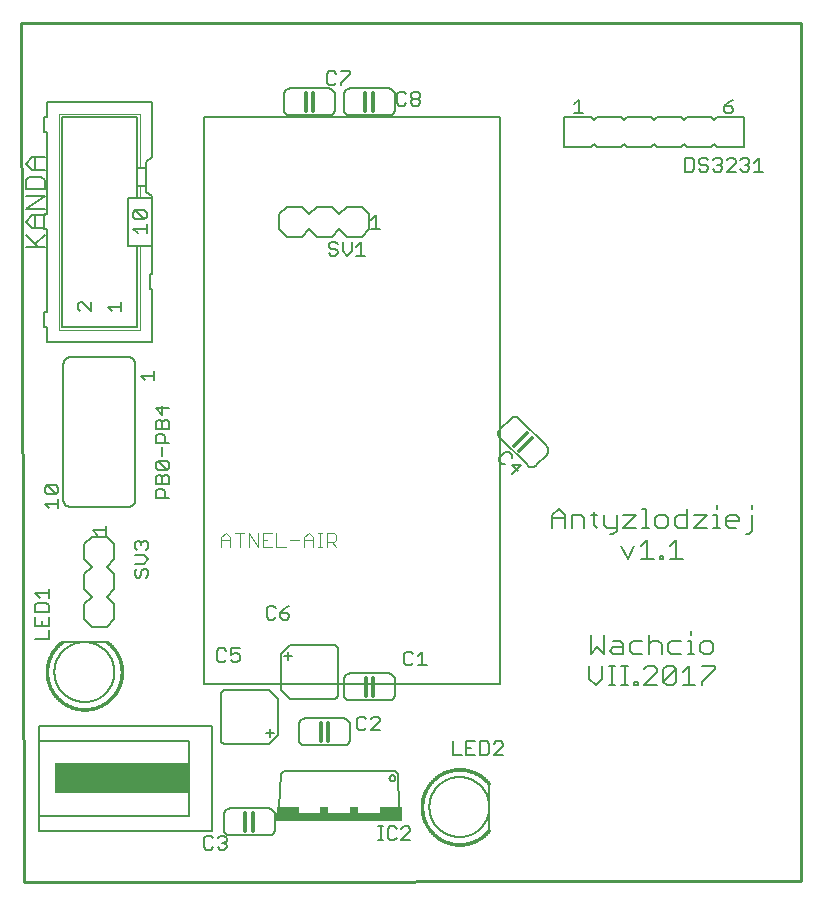
<source format=gto>
G75*
%MOIN*%
%OFA0B0*%
%FSLAX25Y25*%
%IPPOS*%
%LPD*%
%AMOC8*
5,1,8,0,0,1.08239X$1,22.5*
%
%ADD10C,0.00000*%
%ADD11C,0.01000*%
%ADD12C,0.00600*%
%ADD13C,0.01200*%
%ADD14C,0.00500*%
%ADD15R,0.42000X0.03000*%
%ADD16R,0.07500X0.02000*%
%ADD17R,0.03000X0.02000*%
%ADD18R,0.45000X0.10000*%
%ADD19C,0.00200*%
%ADD20C,0.00700*%
%ADD21C,0.00400*%
%ADD22C,0.00800*%
%ADD23C,0.00100*%
D10*
X0248233Y0001984D02*
X0262233Y0002284D01*
D11*
X0003233Y0001984D02*
X0002133Y0288384D01*
X0262133Y0288384D01*
X0262233Y0002284D01*
X0003233Y0001984D01*
D12*
X0013233Y0071984D02*
X0013236Y0072229D01*
X0013245Y0072475D01*
X0013260Y0072720D01*
X0013281Y0072964D01*
X0013308Y0073208D01*
X0013341Y0073451D01*
X0013380Y0073694D01*
X0013425Y0073935D01*
X0013476Y0074175D01*
X0013533Y0074414D01*
X0013595Y0074651D01*
X0013664Y0074887D01*
X0013738Y0075121D01*
X0013818Y0075353D01*
X0013903Y0075583D01*
X0013994Y0075811D01*
X0014091Y0076036D01*
X0014193Y0076260D01*
X0014301Y0076480D01*
X0014414Y0076698D01*
X0014532Y0076913D01*
X0014656Y0077125D01*
X0014784Y0077334D01*
X0014918Y0077540D01*
X0015057Y0077742D01*
X0015201Y0077941D01*
X0015350Y0078136D01*
X0015503Y0078328D01*
X0015661Y0078516D01*
X0015823Y0078700D01*
X0015991Y0078879D01*
X0016162Y0079055D01*
X0016338Y0079226D01*
X0016517Y0079394D01*
X0016701Y0079556D01*
X0016889Y0079714D01*
X0017081Y0079867D01*
X0017276Y0080016D01*
X0017475Y0080160D01*
X0017677Y0080299D01*
X0017883Y0080433D01*
X0018092Y0080561D01*
X0018304Y0080685D01*
X0018519Y0080803D01*
X0018737Y0080916D01*
X0018957Y0081024D01*
X0019181Y0081126D01*
X0019406Y0081223D01*
X0019634Y0081314D01*
X0019864Y0081399D01*
X0020096Y0081479D01*
X0020330Y0081553D01*
X0020566Y0081622D01*
X0020803Y0081684D01*
X0021042Y0081741D01*
X0021282Y0081792D01*
X0021523Y0081837D01*
X0021766Y0081876D01*
X0022009Y0081909D01*
X0022253Y0081936D01*
X0022497Y0081957D01*
X0022742Y0081972D01*
X0022988Y0081981D01*
X0023233Y0081984D01*
X0023478Y0081981D01*
X0023724Y0081972D01*
X0023969Y0081957D01*
X0024213Y0081936D01*
X0024457Y0081909D01*
X0024700Y0081876D01*
X0024943Y0081837D01*
X0025184Y0081792D01*
X0025424Y0081741D01*
X0025663Y0081684D01*
X0025900Y0081622D01*
X0026136Y0081553D01*
X0026370Y0081479D01*
X0026602Y0081399D01*
X0026832Y0081314D01*
X0027060Y0081223D01*
X0027285Y0081126D01*
X0027509Y0081024D01*
X0027729Y0080916D01*
X0027947Y0080803D01*
X0028162Y0080685D01*
X0028374Y0080561D01*
X0028583Y0080433D01*
X0028789Y0080299D01*
X0028991Y0080160D01*
X0029190Y0080016D01*
X0029385Y0079867D01*
X0029577Y0079714D01*
X0029765Y0079556D01*
X0029949Y0079394D01*
X0030128Y0079226D01*
X0030304Y0079055D01*
X0030475Y0078879D01*
X0030643Y0078700D01*
X0030805Y0078516D01*
X0030963Y0078328D01*
X0031116Y0078136D01*
X0031265Y0077941D01*
X0031409Y0077742D01*
X0031548Y0077540D01*
X0031682Y0077334D01*
X0031810Y0077125D01*
X0031934Y0076913D01*
X0032052Y0076698D01*
X0032165Y0076480D01*
X0032273Y0076260D01*
X0032375Y0076036D01*
X0032472Y0075811D01*
X0032563Y0075583D01*
X0032648Y0075353D01*
X0032728Y0075121D01*
X0032802Y0074887D01*
X0032871Y0074651D01*
X0032933Y0074414D01*
X0032990Y0074175D01*
X0033041Y0073935D01*
X0033086Y0073694D01*
X0033125Y0073451D01*
X0033158Y0073208D01*
X0033185Y0072964D01*
X0033206Y0072720D01*
X0033221Y0072475D01*
X0033230Y0072229D01*
X0033233Y0071984D01*
X0033230Y0071739D01*
X0033221Y0071493D01*
X0033206Y0071248D01*
X0033185Y0071004D01*
X0033158Y0070760D01*
X0033125Y0070517D01*
X0033086Y0070274D01*
X0033041Y0070033D01*
X0032990Y0069793D01*
X0032933Y0069554D01*
X0032871Y0069317D01*
X0032802Y0069081D01*
X0032728Y0068847D01*
X0032648Y0068615D01*
X0032563Y0068385D01*
X0032472Y0068157D01*
X0032375Y0067932D01*
X0032273Y0067708D01*
X0032165Y0067488D01*
X0032052Y0067270D01*
X0031934Y0067055D01*
X0031810Y0066843D01*
X0031682Y0066634D01*
X0031548Y0066428D01*
X0031409Y0066226D01*
X0031265Y0066027D01*
X0031116Y0065832D01*
X0030963Y0065640D01*
X0030805Y0065452D01*
X0030643Y0065268D01*
X0030475Y0065089D01*
X0030304Y0064913D01*
X0030128Y0064742D01*
X0029949Y0064574D01*
X0029765Y0064412D01*
X0029577Y0064254D01*
X0029385Y0064101D01*
X0029190Y0063952D01*
X0028991Y0063808D01*
X0028789Y0063669D01*
X0028583Y0063535D01*
X0028374Y0063407D01*
X0028162Y0063283D01*
X0027947Y0063165D01*
X0027729Y0063052D01*
X0027509Y0062944D01*
X0027285Y0062842D01*
X0027060Y0062745D01*
X0026832Y0062654D01*
X0026602Y0062569D01*
X0026370Y0062489D01*
X0026136Y0062415D01*
X0025900Y0062346D01*
X0025663Y0062284D01*
X0025424Y0062227D01*
X0025184Y0062176D01*
X0024943Y0062131D01*
X0024700Y0062092D01*
X0024457Y0062059D01*
X0024213Y0062032D01*
X0023969Y0062011D01*
X0023724Y0061996D01*
X0023478Y0061987D01*
X0023233Y0061984D01*
X0022988Y0061987D01*
X0022742Y0061996D01*
X0022497Y0062011D01*
X0022253Y0062032D01*
X0022009Y0062059D01*
X0021766Y0062092D01*
X0021523Y0062131D01*
X0021282Y0062176D01*
X0021042Y0062227D01*
X0020803Y0062284D01*
X0020566Y0062346D01*
X0020330Y0062415D01*
X0020096Y0062489D01*
X0019864Y0062569D01*
X0019634Y0062654D01*
X0019406Y0062745D01*
X0019181Y0062842D01*
X0018957Y0062944D01*
X0018737Y0063052D01*
X0018519Y0063165D01*
X0018304Y0063283D01*
X0018092Y0063407D01*
X0017883Y0063535D01*
X0017677Y0063669D01*
X0017475Y0063808D01*
X0017276Y0063952D01*
X0017081Y0064101D01*
X0016889Y0064254D01*
X0016701Y0064412D01*
X0016517Y0064574D01*
X0016338Y0064742D01*
X0016162Y0064913D01*
X0015991Y0065089D01*
X0015823Y0065268D01*
X0015661Y0065452D01*
X0015503Y0065640D01*
X0015350Y0065832D01*
X0015201Y0066027D01*
X0015057Y0066226D01*
X0014918Y0066428D01*
X0014784Y0066634D01*
X0014656Y0066843D01*
X0014532Y0067055D01*
X0014414Y0067270D01*
X0014301Y0067488D01*
X0014193Y0067708D01*
X0014091Y0067932D01*
X0013994Y0068157D01*
X0013903Y0068385D01*
X0013818Y0068615D01*
X0013738Y0068847D01*
X0013664Y0069081D01*
X0013595Y0069317D01*
X0013533Y0069554D01*
X0013476Y0069793D01*
X0013425Y0070033D01*
X0013380Y0070274D01*
X0013341Y0070517D01*
X0013308Y0070760D01*
X0013281Y0071004D01*
X0013260Y0071248D01*
X0013245Y0071493D01*
X0013236Y0071739D01*
X0013233Y0071984D01*
X0025733Y0086984D02*
X0023233Y0089484D01*
X0023233Y0094484D01*
X0025733Y0096984D01*
X0023233Y0099484D01*
X0023233Y0104484D01*
X0025733Y0106984D01*
X0023233Y0109484D01*
X0023233Y0114484D01*
X0025733Y0116984D01*
X0030733Y0116984D01*
X0033233Y0114484D01*
X0033233Y0109484D01*
X0030733Y0106984D01*
X0033233Y0104484D01*
X0033233Y0099484D01*
X0030733Y0096984D01*
X0033233Y0094484D01*
X0033233Y0089484D01*
X0030733Y0086984D01*
X0025733Y0086984D01*
X0018733Y0126984D02*
X0037733Y0126984D01*
X0037831Y0126986D01*
X0037929Y0126992D01*
X0038027Y0127001D01*
X0038124Y0127015D01*
X0038221Y0127032D01*
X0038317Y0127053D01*
X0038412Y0127078D01*
X0038506Y0127106D01*
X0038598Y0127139D01*
X0038690Y0127174D01*
X0038780Y0127214D01*
X0038868Y0127256D01*
X0038955Y0127303D01*
X0039039Y0127352D01*
X0039122Y0127405D01*
X0039202Y0127461D01*
X0039281Y0127521D01*
X0039357Y0127583D01*
X0039430Y0127648D01*
X0039501Y0127716D01*
X0039569Y0127787D01*
X0039634Y0127860D01*
X0039696Y0127936D01*
X0039756Y0128015D01*
X0039812Y0128095D01*
X0039865Y0128178D01*
X0039914Y0128262D01*
X0039961Y0128349D01*
X0040003Y0128437D01*
X0040043Y0128527D01*
X0040078Y0128619D01*
X0040111Y0128711D01*
X0040139Y0128805D01*
X0040164Y0128900D01*
X0040185Y0128996D01*
X0040202Y0129093D01*
X0040216Y0129190D01*
X0040225Y0129288D01*
X0040231Y0129386D01*
X0040233Y0129484D01*
X0040233Y0174484D01*
X0040231Y0174582D01*
X0040225Y0174680D01*
X0040216Y0174778D01*
X0040202Y0174875D01*
X0040185Y0174972D01*
X0040164Y0175068D01*
X0040139Y0175163D01*
X0040111Y0175257D01*
X0040078Y0175349D01*
X0040043Y0175441D01*
X0040003Y0175531D01*
X0039961Y0175619D01*
X0039914Y0175706D01*
X0039865Y0175790D01*
X0039812Y0175873D01*
X0039756Y0175953D01*
X0039696Y0176032D01*
X0039634Y0176108D01*
X0039569Y0176181D01*
X0039501Y0176252D01*
X0039430Y0176320D01*
X0039357Y0176385D01*
X0039281Y0176447D01*
X0039202Y0176507D01*
X0039122Y0176563D01*
X0039039Y0176616D01*
X0038955Y0176665D01*
X0038868Y0176712D01*
X0038780Y0176754D01*
X0038690Y0176794D01*
X0038598Y0176829D01*
X0038506Y0176862D01*
X0038412Y0176890D01*
X0038317Y0176915D01*
X0038221Y0176936D01*
X0038124Y0176953D01*
X0038027Y0176967D01*
X0037929Y0176976D01*
X0037831Y0176982D01*
X0037733Y0176984D01*
X0018733Y0176984D01*
X0018635Y0176982D01*
X0018537Y0176976D01*
X0018439Y0176967D01*
X0018342Y0176953D01*
X0018245Y0176936D01*
X0018149Y0176915D01*
X0018054Y0176890D01*
X0017960Y0176862D01*
X0017868Y0176829D01*
X0017776Y0176794D01*
X0017686Y0176754D01*
X0017598Y0176712D01*
X0017511Y0176665D01*
X0017427Y0176616D01*
X0017344Y0176563D01*
X0017264Y0176507D01*
X0017185Y0176447D01*
X0017109Y0176385D01*
X0017036Y0176320D01*
X0016965Y0176252D01*
X0016897Y0176181D01*
X0016832Y0176108D01*
X0016770Y0176032D01*
X0016710Y0175953D01*
X0016654Y0175873D01*
X0016601Y0175790D01*
X0016552Y0175706D01*
X0016505Y0175619D01*
X0016463Y0175531D01*
X0016423Y0175441D01*
X0016388Y0175349D01*
X0016355Y0175257D01*
X0016327Y0175163D01*
X0016302Y0175068D01*
X0016281Y0174972D01*
X0016264Y0174875D01*
X0016250Y0174778D01*
X0016241Y0174680D01*
X0016235Y0174582D01*
X0016233Y0174484D01*
X0016233Y0129484D01*
X0016235Y0129386D01*
X0016241Y0129288D01*
X0016250Y0129190D01*
X0016264Y0129093D01*
X0016281Y0128996D01*
X0016302Y0128900D01*
X0016327Y0128805D01*
X0016355Y0128711D01*
X0016388Y0128619D01*
X0016423Y0128527D01*
X0016463Y0128437D01*
X0016505Y0128349D01*
X0016552Y0128262D01*
X0016601Y0128178D01*
X0016654Y0128095D01*
X0016710Y0128015D01*
X0016770Y0127936D01*
X0016832Y0127860D01*
X0016897Y0127787D01*
X0016965Y0127716D01*
X0017036Y0127648D01*
X0017109Y0127583D01*
X0017185Y0127521D01*
X0017264Y0127461D01*
X0017344Y0127405D01*
X0017427Y0127352D01*
X0017511Y0127303D01*
X0017598Y0127256D01*
X0017686Y0127214D01*
X0017776Y0127174D01*
X0017868Y0127139D01*
X0017960Y0127106D01*
X0018054Y0127078D01*
X0018149Y0127053D01*
X0018245Y0127032D01*
X0018342Y0127015D01*
X0018439Y0127001D01*
X0018537Y0126992D01*
X0018635Y0126986D01*
X0018733Y0126984D01*
X0010733Y0181984D02*
X0045733Y0181984D01*
X0045733Y0199484D01*
X0045233Y0199484D01*
X0045233Y0204484D01*
X0045733Y0204484D01*
X0045733Y0213984D01*
X0041733Y0213984D01*
X0040733Y0213984D01*
X0040733Y0186984D01*
X0015733Y0186984D01*
X0015733Y0256984D01*
X0040733Y0256984D01*
X0040733Y0239984D01*
X0040733Y0233984D01*
X0040733Y0229984D01*
X0041733Y0229984D01*
X0045733Y0229984D01*
X0045733Y0213984D01*
X0040733Y0213984D02*
X0037733Y0213984D01*
X0037733Y0229984D01*
X0040733Y0229984D01*
X0043733Y0231984D02*
X0043733Y0233984D01*
X0043733Y0239984D01*
X0041733Y0239984D01*
X0040733Y0239984D01*
X0043733Y0239984D02*
X0043733Y0241984D01*
X0045733Y0243484D01*
X0045733Y0261984D01*
X0010733Y0261984D01*
X0010733Y0256984D01*
X0009733Y0256984D01*
X0009733Y0251984D01*
X0010733Y0251984D01*
X0010733Y0224484D01*
X0009733Y0224484D01*
X0009733Y0219484D01*
X0010733Y0219484D01*
X0010733Y0191984D01*
X0009733Y0191984D01*
X0009733Y0186984D01*
X0010733Y0186984D01*
X0010733Y0181984D01*
X0045733Y0229984D02*
X0045733Y0230484D01*
X0043733Y0231984D01*
X0043733Y0233984D02*
X0041733Y0233984D01*
X0040733Y0233984D01*
X0088233Y0224484D02*
X0088233Y0219484D01*
X0090733Y0216984D01*
X0095733Y0216984D01*
X0098233Y0219484D01*
X0100733Y0216984D01*
X0105733Y0216984D01*
X0108233Y0219484D01*
X0110733Y0216984D01*
X0115733Y0216984D01*
X0118233Y0219484D01*
X0118233Y0224484D01*
X0115733Y0226984D01*
X0110733Y0226984D01*
X0108233Y0224484D01*
X0105733Y0226984D01*
X0100733Y0226984D01*
X0098233Y0224484D01*
X0095733Y0226984D01*
X0090733Y0226984D01*
X0088233Y0224484D01*
X0091733Y0257484D02*
X0104733Y0257484D01*
X0104820Y0257486D01*
X0104907Y0257492D01*
X0104994Y0257501D01*
X0105080Y0257514D01*
X0105166Y0257531D01*
X0105251Y0257552D01*
X0105334Y0257577D01*
X0105417Y0257605D01*
X0105498Y0257636D01*
X0105578Y0257671D01*
X0105656Y0257710D01*
X0105733Y0257752D01*
X0105808Y0257797D01*
X0105880Y0257846D01*
X0105951Y0257897D01*
X0106019Y0257952D01*
X0106084Y0258009D01*
X0106147Y0258070D01*
X0106208Y0258133D01*
X0106265Y0258198D01*
X0106320Y0258266D01*
X0106371Y0258337D01*
X0106420Y0258409D01*
X0106465Y0258484D01*
X0106507Y0258561D01*
X0106546Y0258639D01*
X0106581Y0258719D01*
X0106612Y0258800D01*
X0106640Y0258883D01*
X0106665Y0258966D01*
X0106686Y0259051D01*
X0106703Y0259137D01*
X0106716Y0259223D01*
X0106725Y0259310D01*
X0106731Y0259397D01*
X0106733Y0259484D01*
X0106733Y0264484D01*
X0106731Y0264571D01*
X0106725Y0264658D01*
X0106716Y0264745D01*
X0106703Y0264831D01*
X0106686Y0264917D01*
X0106665Y0265002D01*
X0106640Y0265085D01*
X0106612Y0265168D01*
X0106581Y0265249D01*
X0106546Y0265329D01*
X0106507Y0265407D01*
X0106465Y0265484D01*
X0106420Y0265559D01*
X0106371Y0265631D01*
X0106320Y0265702D01*
X0106265Y0265770D01*
X0106208Y0265835D01*
X0106147Y0265898D01*
X0106084Y0265959D01*
X0106019Y0266016D01*
X0105951Y0266071D01*
X0105880Y0266122D01*
X0105808Y0266171D01*
X0105733Y0266216D01*
X0105656Y0266258D01*
X0105578Y0266297D01*
X0105498Y0266332D01*
X0105417Y0266363D01*
X0105334Y0266391D01*
X0105251Y0266416D01*
X0105166Y0266437D01*
X0105080Y0266454D01*
X0104994Y0266467D01*
X0104907Y0266476D01*
X0104820Y0266482D01*
X0104733Y0266484D01*
X0091733Y0266484D01*
X0091646Y0266482D01*
X0091559Y0266476D01*
X0091472Y0266467D01*
X0091386Y0266454D01*
X0091300Y0266437D01*
X0091215Y0266416D01*
X0091132Y0266391D01*
X0091049Y0266363D01*
X0090968Y0266332D01*
X0090888Y0266297D01*
X0090810Y0266258D01*
X0090733Y0266216D01*
X0090658Y0266171D01*
X0090586Y0266122D01*
X0090515Y0266071D01*
X0090447Y0266016D01*
X0090382Y0265959D01*
X0090319Y0265898D01*
X0090258Y0265835D01*
X0090201Y0265770D01*
X0090146Y0265702D01*
X0090095Y0265631D01*
X0090046Y0265559D01*
X0090001Y0265484D01*
X0089959Y0265407D01*
X0089920Y0265329D01*
X0089885Y0265249D01*
X0089854Y0265168D01*
X0089826Y0265085D01*
X0089801Y0265002D01*
X0089780Y0264917D01*
X0089763Y0264831D01*
X0089750Y0264745D01*
X0089741Y0264658D01*
X0089735Y0264571D01*
X0089733Y0264484D01*
X0089733Y0259484D01*
X0089735Y0259397D01*
X0089741Y0259310D01*
X0089750Y0259223D01*
X0089763Y0259137D01*
X0089780Y0259051D01*
X0089801Y0258966D01*
X0089826Y0258883D01*
X0089854Y0258800D01*
X0089885Y0258719D01*
X0089920Y0258639D01*
X0089959Y0258561D01*
X0090001Y0258484D01*
X0090046Y0258409D01*
X0090095Y0258337D01*
X0090146Y0258266D01*
X0090201Y0258198D01*
X0090258Y0258133D01*
X0090319Y0258070D01*
X0090382Y0258009D01*
X0090447Y0257952D01*
X0090515Y0257897D01*
X0090586Y0257846D01*
X0090658Y0257797D01*
X0090733Y0257752D01*
X0090810Y0257710D01*
X0090888Y0257671D01*
X0090968Y0257636D01*
X0091049Y0257605D01*
X0091132Y0257577D01*
X0091215Y0257552D01*
X0091300Y0257531D01*
X0091386Y0257514D01*
X0091472Y0257501D01*
X0091559Y0257492D01*
X0091646Y0257486D01*
X0091733Y0257484D01*
X0109733Y0259484D02*
X0109733Y0264484D01*
X0109735Y0264571D01*
X0109741Y0264658D01*
X0109750Y0264745D01*
X0109763Y0264831D01*
X0109780Y0264917D01*
X0109801Y0265002D01*
X0109826Y0265085D01*
X0109854Y0265168D01*
X0109885Y0265249D01*
X0109920Y0265329D01*
X0109959Y0265407D01*
X0110001Y0265484D01*
X0110046Y0265559D01*
X0110095Y0265631D01*
X0110146Y0265702D01*
X0110201Y0265770D01*
X0110258Y0265835D01*
X0110319Y0265898D01*
X0110382Y0265959D01*
X0110447Y0266016D01*
X0110515Y0266071D01*
X0110586Y0266122D01*
X0110658Y0266171D01*
X0110733Y0266216D01*
X0110810Y0266258D01*
X0110888Y0266297D01*
X0110968Y0266332D01*
X0111049Y0266363D01*
X0111132Y0266391D01*
X0111215Y0266416D01*
X0111300Y0266437D01*
X0111386Y0266454D01*
X0111472Y0266467D01*
X0111559Y0266476D01*
X0111646Y0266482D01*
X0111733Y0266484D01*
X0124733Y0266484D01*
X0124820Y0266482D01*
X0124907Y0266476D01*
X0124994Y0266467D01*
X0125080Y0266454D01*
X0125166Y0266437D01*
X0125251Y0266416D01*
X0125334Y0266391D01*
X0125417Y0266363D01*
X0125498Y0266332D01*
X0125578Y0266297D01*
X0125656Y0266258D01*
X0125733Y0266216D01*
X0125808Y0266171D01*
X0125880Y0266122D01*
X0125951Y0266071D01*
X0126019Y0266016D01*
X0126084Y0265959D01*
X0126147Y0265898D01*
X0126208Y0265835D01*
X0126265Y0265770D01*
X0126320Y0265702D01*
X0126371Y0265631D01*
X0126420Y0265559D01*
X0126465Y0265484D01*
X0126507Y0265407D01*
X0126546Y0265329D01*
X0126581Y0265249D01*
X0126612Y0265168D01*
X0126640Y0265085D01*
X0126665Y0265002D01*
X0126686Y0264917D01*
X0126703Y0264831D01*
X0126716Y0264745D01*
X0126725Y0264658D01*
X0126731Y0264571D01*
X0126733Y0264484D01*
X0126733Y0259484D01*
X0126731Y0259397D01*
X0126725Y0259310D01*
X0126716Y0259223D01*
X0126703Y0259137D01*
X0126686Y0259051D01*
X0126665Y0258966D01*
X0126640Y0258883D01*
X0126612Y0258800D01*
X0126581Y0258719D01*
X0126546Y0258639D01*
X0126507Y0258561D01*
X0126465Y0258484D01*
X0126420Y0258409D01*
X0126371Y0258337D01*
X0126320Y0258266D01*
X0126265Y0258198D01*
X0126208Y0258133D01*
X0126147Y0258070D01*
X0126084Y0258009D01*
X0126019Y0257952D01*
X0125951Y0257897D01*
X0125880Y0257846D01*
X0125808Y0257797D01*
X0125733Y0257752D01*
X0125656Y0257710D01*
X0125578Y0257671D01*
X0125498Y0257636D01*
X0125417Y0257605D01*
X0125334Y0257577D01*
X0125251Y0257552D01*
X0125166Y0257531D01*
X0125080Y0257514D01*
X0124994Y0257501D01*
X0124907Y0257492D01*
X0124820Y0257486D01*
X0124733Y0257484D01*
X0111733Y0257484D01*
X0111646Y0257486D01*
X0111559Y0257492D01*
X0111472Y0257501D01*
X0111386Y0257514D01*
X0111300Y0257531D01*
X0111215Y0257552D01*
X0111132Y0257577D01*
X0111049Y0257605D01*
X0110968Y0257636D01*
X0110888Y0257671D01*
X0110810Y0257710D01*
X0110733Y0257752D01*
X0110658Y0257797D01*
X0110586Y0257846D01*
X0110515Y0257897D01*
X0110447Y0257952D01*
X0110382Y0258009D01*
X0110319Y0258070D01*
X0110258Y0258133D01*
X0110201Y0258198D01*
X0110146Y0258266D01*
X0110095Y0258337D01*
X0110046Y0258409D01*
X0110001Y0258484D01*
X0109959Y0258561D01*
X0109920Y0258639D01*
X0109885Y0258719D01*
X0109854Y0258800D01*
X0109826Y0258883D01*
X0109801Y0258966D01*
X0109780Y0259051D01*
X0109763Y0259137D01*
X0109750Y0259223D01*
X0109741Y0259310D01*
X0109735Y0259397D01*
X0109733Y0259484D01*
X0183233Y0256984D02*
X0183233Y0246984D01*
X0192233Y0246984D01*
X0193233Y0247984D01*
X0194233Y0246984D01*
X0202233Y0246984D01*
X0203233Y0247984D01*
X0204233Y0246984D01*
X0212233Y0246984D01*
X0213233Y0247984D01*
X0214233Y0246984D01*
X0222233Y0246984D01*
X0223233Y0247984D01*
X0224233Y0246984D01*
X0232233Y0246984D01*
X0233233Y0247984D01*
X0234233Y0246984D01*
X0243233Y0246984D01*
X0243233Y0256984D01*
X0234233Y0256984D01*
X0233233Y0255984D01*
X0232233Y0256984D01*
X0224233Y0256984D01*
X0223233Y0255984D01*
X0222233Y0256984D01*
X0214233Y0256984D01*
X0213233Y0255984D01*
X0212233Y0256984D01*
X0204233Y0256984D01*
X0203233Y0255984D01*
X0202233Y0256984D01*
X0194233Y0256984D01*
X0193233Y0255984D01*
X0192233Y0256984D01*
X0183233Y0256984D01*
X0168119Y0156428D02*
X0177312Y0147236D01*
X0177311Y0147236D02*
X0177372Y0147173D01*
X0177429Y0147108D01*
X0177484Y0147040D01*
X0177535Y0146969D01*
X0177584Y0146897D01*
X0177629Y0146822D01*
X0177671Y0146745D01*
X0177710Y0146667D01*
X0177745Y0146587D01*
X0177776Y0146506D01*
X0177804Y0146423D01*
X0177829Y0146340D01*
X0177850Y0146255D01*
X0177867Y0146169D01*
X0177880Y0146083D01*
X0177889Y0145996D01*
X0177895Y0145909D01*
X0177897Y0145822D01*
X0177895Y0145735D01*
X0177889Y0145648D01*
X0177880Y0145561D01*
X0177867Y0145475D01*
X0177850Y0145389D01*
X0177829Y0145304D01*
X0177804Y0145221D01*
X0177776Y0145138D01*
X0177745Y0145057D01*
X0177710Y0144977D01*
X0177671Y0144899D01*
X0177629Y0144822D01*
X0177584Y0144747D01*
X0177535Y0144675D01*
X0177484Y0144604D01*
X0177429Y0144536D01*
X0177372Y0144471D01*
X0177311Y0144408D01*
X0177312Y0144407D02*
X0173776Y0140872D01*
X0173713Y0140811D01*
X0173648Y0140754D01*
X0173580Y0140699D01*
X0173509Y0140648D01*
X0173437Y0140599D01*
X0173362Y0140554D01*
X0173285Y0140512D01*
X0173207Y0140473D01*
X0173127Y0140438D01*
X0173046Y0140407D01*
X0172963Y0140379D01*
X0172880Y0140354D01*
X0172795Y0140333D01*
X0172709Y0140316D01*
X0172623Y0140303D01*
X0172536Y0140294D01*
X0172449Y0140288D01*
X0172362Y0140286D01*
X0172275Y0140288D01*
X0172188Y0140294D01*
X0172101Y0140303D01*
X0172015Y0140316D01*
X0171929Y0140333D01*
X0171844Y0140354D01*
X0171761Y0140379D01*
X0171678Y0140407D01*
X0171597Y0140438D01*
X0171517Y0140473D01*
X0171439Y0140512D01*
X0171362Y0140554D01*
X0171287Y0140599D01*
X0171215Y0140648D01*
X0171144Y0140699D01*
X0171076Y0140754D01*
X0171011Y0140811D01*
X0170948Y0140872D01*
X0161755Y0150064D01*
X0161694Y0150127D01*
X0161637Y0150192D01*
X0161582Y0150260D01*
X0161531Y0150331D01*
X0161482Y0150403D01*
X0161437Y0150478D01*
X0161395Y0150555D01*
X0161356Y0150633D01*
X0161321Y0150713D01*
X0161290Y0150794D01*
X0161262Y0150877D01*
X0161237Y0150960D01*
X0161216Y0151045D01*
X0161199Y0151131D01*
X0161186Y0151217D01*
X0161177Y0151304D01*
X0161171Y0151391D01*
X0161169Y0151478D01*
X0161171Y0151565D01*
X0161177Y0151652D01*
X0161186Y0151739D01*
X0161199Y0151825D01*
X0161216Y0151911D01*
X0161237Y0151996D01*
X0161262Y0152079D01*
X0161290Y0152162D01*
X0161321Y0152243D01*
X0161356Y0152323D01*
X0161395Y0152401D01*
X0161437Y0152478D01*
X0161482Y0152553D01*
X0161531Y0152625D01*
X0161582Y0152696D01*
X0161637Y0152764D01*
X0161694Y0152829D01*
X0161755Y0152892D01*
X0161755Y0152893D02*
X0165291Y0156428D01*
X0165354Y0156489D01*
X0165419Y0156546D01*
X0165487Y0156601D01*
X0165558Y0156652D01*
X0165630Y0156701D01*
X0165705Y0156746D01*
X0165782Y0156788D01*
X0165860Y0156827D01*
X0165940Y0156862D01*
X0166021Y0156893D01*
X0166104Y0156921D01*
X0166187Y0156946D01*
X0166272Y0156967D01*
X0166358Y0156984D01*
X0166444Y0156997D01*
X0166531Y0157006D01*
X0166618Y0157012D01*
X0166705Y0157014D01*
X0166792Y0157012D01*
X0166879Y0157006D01*
X0166966Y0156997D01*
X0167052Y0156984D01*
X0167138Y0156967D01*
X0167223Y0156946D01*
X0167306Y0156921D01*
X0167389Y0156893D01*
X0167470Y0156862D01*
X0167550Y0156827D01*
X0167628Y0156788D01*
X0167705Y0156746D01*
X0167780Y0156701D01*
X0167852Y0156652D01*
X0167923Y0156601D01*
X0167991Y0156546D01*
X0168056Y0156489D01*
X0168119Y0156428D01*
X0181292Y0126440D02*
X0183428Y0124305D01*
X0183428Y0120034D01*
X0185603Y0120034D02*
X0185603Y0124305D01*
X0188806Y0124305D01*
X0189873Y0123237D01*
X0189873Y0120034D01*
X0193116Y0121102D02*
X0194183Y0120034D01*
X0193116Y0121102D02*
X0193116Y0125372D01*
X0194183Y0124305D02*
X0192048Y0124305D01*
X0196345Y0124305D02*
X0196345Y0121102D01*
X0197413Y0120034D01*
X0200616Y0120034D01*
X0200616Y0118967D02*
X0199548Y0117899D01*
X0198480Y0117899D01*
X0200616Y0118967D02*
X0200616Y0124305D01*
X0202791Y0124305D02*
X0207061Y0124305D01*
X0202791Y0120034D01*
X0207061Y0120034D01*
X0209236Y0120034D02*
X0211371Y0120034D01*
X0210304Y0120034D02*
X0210304Y0126440D01*
X0209236Y0126440D01*
X0213533Y0123237D02*
X0213533Y0121102D01*
X0214601Y0120034D01*
X0216736Y0120034D01*
X0217804Y0121102D01*
X0217804Y0123237D01*
X0216736Y0124305D01*
X0214601Y0124305D01*
X0213533Y0123237D01*
X0219979Y0123237D02*
X0219979Y0121102D01*
X0221046Y0120034D01*
X0224249Y0120034D01*
X0224249Y0126440D01*
X0224249Y0124305D02*
X0221046Y0124305D01*
X0219979Y0123237D01*
X0226424Y0124305D02*
X0230695Y0124305D01*
X0226424Y0120034D01*
X0230695Y0120034D01*
X0232870Y0120034D02*
X0235005Y0120034D01*
X0233937Y0120034D02*
X0233937Y0124305D01*
X0232870Y0124305D01*
X0233937Y0126440D02*
X0233937Y0127507D01*
X0237167Y0123237D02*
X0238234Y0124305D01*
X0240369Y0124305D01*
X0241437Y0123237D01*
X0241437Y0122169D01*
X0237167Y0122169D01*
X0237167Y0121102D02*
X0237167Y0123237D01*
X0237167Y0121102D02*
X0238234Y0120034D01*
X0240369Y0120034D01*
X0243612Y0117899D02*
X0244680Y0117899D01*
X0245747Y0118967D01*
X0245747Y0124305D01*
X0245747Y0126440D02*
X0245747Y0127507D01*
X0220503Y0115940D02*
X0220503Y0109534D01*
X0222638Y0109534D02*
X0218367Y0109534D01*
X0216212Y0109534D02*
X0216212Y0110602D01*
X0215145Y0110602D01*
X0215145Y0109534D01*
X0216212Y0109534D01*
X0212970Y0109534D02*
X0208699Y0109534D01*
X0210834Y0109534D02*
X0210834Y0115940D01*
X0208699Y0113805D01*
X0206524Y0113805D02*
X0204389Y0109534D01*
X0202254Y0113805D01*
X0218367Y0113805D02*
X0220503Y0115940D01*
X0225343Y0085507D02*
X0225343Y0084440D01*
X0225343Y0082305D02*
X0225343Y0078034D01*
X0224276Y0078034D02*
X0226411Y0078034D01*
X0228573Y0079102D02*
X0229640Y0078034D01*
X0231776Y0078034D01*
X0232843Y0079102D01*
X0232843Y0081237D01*
X0231776Y0082305D01*
X0229640Y0082305D01*
X0228573Y0081237D01*
X0228573Y0079102D01*
X0225343Y0082305D02*
X0224276Y0082305D01*
X0222101Y0082305D02*
X0218898Y0082305D01*
X0217830Y0081237D01*
X0217830Y0079102D01*
X0218898Y0078034D01*
X0222101Y0078034D01*
X0219422Y0073940D02*
X0220489Y0072872D01*
X0216219Y0068602D01*
X0217286Y0067534D01*
X0219422Y0067534D01*
X0220489Y0068602D01*
X0220489Y0072872D01*
X0219422Y0073940D02*
X0217286Y0073940D01*
X0216219Y0072872D01*
X0216219Y0068602D01*
X0214044Y0067534D02*
X0209773Y0067534D01*
X0214044Y0071805D01*
X0214044Y0072872D01*
X0212976Y0073940D01*
X0210841Y0073940D01*
X0209773Y0072872D01*
X0209210Y0078034D02*
X0206007Y0078034D01*
X0204939Y0079102D01*
X0204939Y0081237D01*
X0206007Y0082305D01*
X0209210Y0082305D01*
X0211385Y0081237D02*
X0212452Y0082305D01*
X0214588Y0082305D01*
X0215655Y0081237D01*
X0215655Y0078034D01*
X0211385Y0078034D02*
X0211385Y0084440D01*
X0202764Y0081237D02*
X0202764Y0078034D01*
X0199561Y0078034D01*
X0198494Y0079102D01*
X0199561Y0080169D01*
X0202764Y0080169D01*
X0202764Y0081237D02*
X0201697Y0082305D01*
X0199561Y0082305D01*
X0196319Y0084440D02*
X0196319Y0078034D01*
X0194183Y0080169D01*
X0192048Y0078034D01*
X0192048Y0084440D01*
X0191511Y0073940D02*
X0191511Y0069669D01*
X0193646Y0067534D01*
X0195781Y0069669D01*
X0195781Y0073940D01*
X0197957Y0073940D02*
X0200092Y0073940D01*
X0199024Y0073940D02*
X0199024Y0067534D01*
X0197957Y0067534D02*
X0200092Y0067534D01*
X0202254Y0067534D02*
X0204389Y0067534D01*
X0203321Y0067534D02*
X0203321Y0073940D01*
X0202254Y0073940D02*
X0204389Y0073940D01*
X0206551Y0068602D02*
X0207618Y0068602D01*
X0207618Y0067534D01*
X0206551Y0067534D01*
X0206551Y0068602D01*
X0222664Y0067534D02*
X0226935Y0067534D01*
X0224800Y0067534D02*
X0224800Y0073940D01*
X0222664Y0071805D01*
X0229110Y0073940D02*
X0233380Y0073940D01*
X0233380Y0072872D01*
X0229110Y0068602D01*
X0229110Y0067534D01*
X0183428Y0123237D02*
X0179157Y0123237D01*
X0179157Y0124305D02*
X0181292Y0126440D01*
X0179157Y0124305D02*
X0179157Y0120034D01*
X0126733Y0069484D02*
X0126733Y0064484D01*
X0126731Y0064397D01*
X0126725Y0064310D01*
X0126716Y0064223D01*
X0126703Y0064137D01*
X0126686Y0064051D01*
X0126665Y0063966D01*
X0126640Y0063883D01*
X0126612Y0063800D01*
X0126581Y0063719D01*
X0126546Y0063639D01*
X0126507Y0063561D01*
X0126465Y0063484D01*
X0126420Y0063409D01*
X0126371Y0063337D01*
X0126320Y0063266D01*
X0126265Y0063198D01*
X0126208Y0063133D01*
X0126147Y0063070D01*
X0126084Y0063009D01*
X0126019Y0062952D01*
X0125951Y0062897D01*
X0125880Y0062846D01*
X0125808Y0062797D01*
X0125733Y0062752D01*
X0125656Y0062710D01*
X0125578Y0062671D01*
X0125498Y0062636D01*
X0125417Y0062605D01*
X0125334Y0062577D01*
X0125251Y0062552D01*
X0125166Y0062531D01*
X0125080Y0062514D01*
X0124994Y0062501D01*
X0124907Y0062492D01*
X0124820Y0062486D01*
X0124733Y0062484D01*
X0111733Y0062484D01*
X0111646Y0062486D01*
X0111559Y0062492D01*
X0111472Y0062501D01*
X0111386Y0062514D01*
X0111300Y0062531D01*
X0111215Y0062552D01*
X0111132Y0062577D01*
X0111049Y0062605D01*
X0110968Y0062636D01*
X0110888Y0062671D01*
X0110810Y0062710D01*
X0110733Y0062752D01*
X0110658Y0062797D01*
X0110586Y0062846D01*
X0110515Y0062897D01*
X0110447Y0062952D01*
X0110382Y0063009D01*
X0110319Y0063070D01*
X0110258Y0063133D01*
X0110201Y0063198D01*
X0110146Y0063266D01*
X0110095Y0063337D01*
X0110046Y0063409D01*
X0110001Y0063484D01*
X0109959Y0063561D01*
X0109920Y0063639D01*
X0109885Y0063719D01*
X0109854Y0063800D01*
X0109826Y0063883D01*
X0109801Y0063966D01*
X0109780Y0064051D01*
X0109763Y0064137D01*
X0109750Y0064223D01*
X0109741Y0064310D01*
X0109735Y0064397D01*
X0109733Y0064484D01*
X0109733Y0069484D01*
X0109735Y0069571D01*
X0109741Y0069658D01*
X0109750Y0069745D01*
X0109763Y0069831D01*
X0109780Y0069917D01*
X0109801Y0070002D01*
X0109826Y0070085D01*
X0109854Y0070168D01*
X0109885Y0070249D01*
X0109920Y0070329D01*
X0109959Y0070407D01*
X0110001Y0070484D01*
X0110046Y0070559D01*
X0110095Y0070631D01*
X0110146Y0070702D01*
X0110201Y0070770D01*
X0110258Y0070835D01*
X0110319Y0070898D01*
X0110382Y0070959D01*
X0110447Y0071016D01*
X0110515Y0071071D01*
X0110586Y0071122D01*
X0110658Y0071171D01*
X0110733Y0071216D01*
X0110810Y0071258D01*
X0110888Y0071297D01*
X0110968Y0071332D01*
X0111049Y0071363D01*
X0111132Y0071391D01*
X0111215Y0071416D01*
X0111300Y0071437D01*
X0111386Y0071454D01*
X0111472Y0071467D01*
X0111559Y0071476D01*
X0111646Y0071482D01*
X0111733Y0071484D01*
X0124733Y0071484D01*
X0124820Y0071482D01*
X0124907Y0071476D01*
X0124994Y0071467D01*
X0125080Y0071454D01*
X0125166Y0071437D01*
X0125251Y0071416D01*
X0125334Y0071391D01*
X0125417Y0071363D01*
X0125498Y0071332D01*
X0125578Y0071297D01*
X0125656Y0071258D01*
X0125733Y0071216D01*
X0125808Y0071171D01*
X0125880Y0071122D01*
X0125951Y0071071D01*
X0126019Y0071016D01*
X0126084Y0070959D01*
X0126147Y0070898D01*
X0126208Y0070835D01*
X0126265Y0070770D01*
X0126320Y0070702D01*
X0126371Y0070631D01*
X0126420Y0070559D01*
X0126465Y0070484D01*
X0126507Y0070407D01*
X0126546Y0070329D01*
X0126581Y0070249D01*
X0126612Y0070168D01*
X0126640Y0070085D01*
X0126665Y0070002D01*
X0126686Y0069917D01*
X0126703Y0069831D01*
X0126716Y0069745D01*
X0126725Y0069658D01*
X0126731Y0069571D01*
X0126733Y0069484D01*
X0111733Y0054484D02*
X0111733Y0049484D01*
X0111731Y0049397D01*
X0111725Y0049310D01*
X0111716Y0049223D01*
X0111703Y0049137D01*
X0111686Y0049051D01*
X0111665Y0048966D01*
X0111640Y0048883D01*
X0111612Y0048800D01*
X0111581Y0048719D01*
X0111546Y0048639D01*
X0111507Y0048561D01*
X0111465Y0048484D01*
X0111420Y0048409D01*
X0111371Y0048337D01*
X0111320Y0048266D01*
X0111265Y0048198D01*
X0111208Y0048133D01*
X0111147Y0048070D01*
X0111084Y0048009D01*
X0111019Y0047952D01*
X0110951Y0047897D01*
X0110880Y0047846D01*
X0110808Y0047797D01*
X0110733Y0047752D01*
X0110656Y0047710D01*
X0110578Y0047671D01*
X0110498Y0047636D01*
X0110417Y0047605D01*
X0110334Y0047577D01*
X0110251Y0047552D01*
X0110166Y0047531D01*
X0110080Y0047514D01*
X0109994Y0047501D01*
X0109907Y0047492D01*
X0109820Y0047486D01*
X0109733Y0047484D01*
X0096733Y0047484D01*
X0096646Y0047486D01*
X0096559Y0047492D01*
X0096472Y0047501D01*
X0096386Y0047514D01*
X0096300Y0047531D01*
X0096215Y0047552D01*
X0096132Y0047577D01*
X0096049Y0047605D01*
X0095968Y0047636D01*
X0095888Y0047671D01*
X0095810Y0047710D01*
X0095733Y0047752D01*
X0095658Y0047797D01*
X0095586Y0047846D01*
X0095515Y0047897D01*
X0095447Y0047952D01*
X0095382Y0048009D01*
X0095319Y0048070D01*
X0095258Y0048133D01*
X0095201Y0048198D01*
X0095146Y0048266D01*
X0095095Y0048337D01*
X0095046Y0048409D01*
X0095001Y0048484D01*
X0094959Y0048561D01*
X0094920Y0048639D01*
X0094885Y0048719D01*
X0094854Y0048800D01*
X0094826Y0048883D01*
X0094801Y0048966D01*
X0094780Y0049051D01*
X0094763Y0049137D01*
X0094750Y0049223D01*
X0094741Y0049310D01*
X0094735Y0049397D01*
X0094733Y0049484D01*
X0094733Y0054484D01*
X0094735Y0054571D01*
X0094741Y0054658D01*
X0094750Y0054745D01*
X0094763Y0054831D01*
X0094780Y0054917D01*
X0094801Y0055002D01*
X0094826Y0055085D01*
X0094854Y0055168D01*
X0094885Y0055249D01*
X0094920Y0055329D01*
X0094959Y0055407D01*
X0095001Y0055484D01*
X0095046Y0055559D01*
X0095095Y0055631D01*
X0095146Y0055702D01*
X0095201Y0055770D01*
X0095258Y0055835D01*
X0095319Y0055898D01*
X0095382Y0055959D01*
X0095447Y0056016D01*
X0095515Y0056071D01*
X0095586Y0056122D01*
X0095658Y0056171D01*
X0095733Y0056216D01*
X0095810Y0056258D01*
X0095888Y0056297D01*
X0095968Y0056332D01*
X0096049Y0056363D01*
X0096132Y0056391D01*
X0096215Y0056416D01*
X0096300Y0056437D01*
X0096386Y0056454D01*
X0096472Y0056467D01*
X0096559Y0056476D01*
X0096646Y0056482D01*
X0096733Y0056484D01*
X0109733Y0056484D01*
X0109820Y0056482D01*
X0109907Y0056476D01*
X0109994Y0056467D01*
X0110080Y0056454D01*
X0110166Y0056437D01*
X0110251Y0056416D01*
X0110334Y0056391D01*
X0110417Y0056363D01*
X0110498Y0056332D01*
X0110578Y0056297D01*
X0110656Y0056258D01*
X0110733Y0056216D01*
X0110808Y0056171D01*
X0110880Y0056122D01*
X0110951Y0056071D01*
X0111019Y0056016D01*
X0111084Y0055959D01*
X0111147Y0055898D01*
X0111208Y0055835D01*
X0111265Y0055770D01*
X0111320Y0055702D01*
X0111371Y0055631D01*
X0111420Y0055559D01*
X0111465Y0055484D01*
X0111507Y0055407D01*
X0111546Y0055329D01*
X0111581Y0055249D01*
X0111612Y0055168D01*
X0111640Y0055085D01*
X0111665Y0055002D01*
X0111686Y0054917D01*
X0111703Y0054831D01*
X0111716Y0054745D01*
X0111725Y0054658D01*
X0111731Y0054571D01*
X0111733Y0054484D01*
X0106233Y0062984D02*
X0091733Y0062984D01*
X0088733Y0065984D01*
X0088733Y0077984D01*
X0091733Y0080984D01*
X0106233Y0080984D01*
X0106309Y0080982D01*
X0106385Y0080976D01*
X0106460Y0080967D01*
X0106535Y0080953D01*
X0106609Y0080936D01*
X0106682Y0080915D01*
X0106754Y0080891D01*
X0106825Y0080862D01*
X0106894Y0080831D01*
X0106961Y0080796D01*
X0107026Y0080757D01*
X0107090Y0080715D01*
X0107151Y0080670D01*
X0107210Y0080622D01*
X0107266Y0080571D01*
X0107320Y0080517D01*
X0107371Y0080461D01*
X0107419Y0080402D01*
X0107464Y0080341D01*
X0107506Y0080277D01*
X0107545Y0080212D01*
X0107580Y0080145D01*
X0107611Y0080076D01*
X0107640Y0080005D01*
X0107664Y0079933D01*
X0107685Y0079860D01*
X0107702Y0079786D01*
X0107716Y0079711D01*
X0107725Y0079636D01*
X0107731Y0079560D01*
X0107733Y0079484D01*
X0107733Y0064484D01*
X0107731Y0064408D01*
X0107725Y0064332D01*
X0107716Y0064257D01*
X0107702Y0064182D01*
X0107685Y0064108D01*
X0107664Y0064035D01*
X0107640Y0063963D01*
X0107611Y0063892D01*
X0107580Y0063823D01*
X0107545Y0063756D01*
X0107506Y0063691D01*
X0107464Y0063627D01*
X0107419Y0063566D01*
X0107371Y0063507D01*
X0107320Y0063451D01*
X0107266Y0063397D01*
X0107210Y0063346D01*
X0107151Y0063298D01*
X0107090Y0063253D01*
X0107026Y0063211D01*
X0106961Y0063172D01*
X0106894Y0063137D01*
X0106825Y0063106D01*
X0106754Y0063077D01*
X0106682Y0063053D01*
X0106609Y0063032D01*
X0106535Y0063015D01*
X0106460Y0063001D01*
X0106385Y0062992D01*
X0106309Y0062986D01*
X0106233Y0062984D01*
X0092533Y0077384D02*
X0089933Y0077384D01*
X0091233Y0078584D02*
X0091233Y0076084D01*
X0084733Y0065984D02*
X0087733Y0062984D01*
X0087733Y0050984D01*
X0084733Y0047984D01*
X0070233Y0047984D01*
X0070157Y0047986D01*
X0070081Y0047992D01*
X0070006Y0048001D01*
X0069931Y0048015D01*
X0069857Y0048032D01*
X0069784Y0048053D01*
X0069712Y0048077D01*
X0069641Y0048106D01*
X0069572Y0048137D01*
X0069505Y0048172D01*
X0069440Y0048211D01*
X0069376Y0048253D01*
X0069315Y0048298D01*
X0069256Y0048346D01*
X0069200Y0048397D01*
X0069146Y0048451D01*
X0069095Y0048507D01*
X0069047Y0048566D01*
X0069002Y0048627D01*
X0068960Y0048691D01*
X0068921Y0048756D01*
X0068886Y0048823D01*
X0068855Y0048892D01*
X0068826Y0048963D01*
X0068802Y0049035D01*
X0068781Y0049108D01*
X0068764Y0049182D01*
X0068750Y0049257D01*
X0068741Y0049332D01*
X0068735Y0049408D01*
X0068733Y0049484D01*
X0068733Y0064484D01*
X0068735Y0064560D01*
X0068741Y0064636D01*
X0068750Y0064711D01*
X0068764Y0064786D01*
X0068781Y0064860D01*
X0068802Y0064933D01*
X0068826Y0065005D01*
X0068855Y0065076D01*
X0068886Y0065145D01*
X0068921Y0065212D01*
X0068960Y0065277D01*
X0069002Y0065341D01*
X0069047Y0065402D01*
X0069095Y0065461D01*
X0069146Y0065517D01*
X0069200Y0065571D01*
X0069256Y0065622D01*
X0069315Y0065670D01*
X0069376Y0065715D01*
X0069440Y0065757D01*
X0069505Y0065796D01*
X0069572Y0065831D01*
X0069641Y0065862D01*
X0069712Y0065891D01*
X0069784Y0065915D01*
X0069857Y0065936D01*
X0069931Y0065953D01*
X0070006Y0065967D01*
X0070081Y0065976D01*
X0070157Y0065982D01*
X0070233Y0065984D01*
X0084733Y0065984D01*
X0085233Y0052884D02*
X0085233Y0050384D01*
X0083933Y0051584D02*
X0086533Y0051584D01*
X0084733Y0026484D02*
X0071733Y0026484D01*
X0071646Y0026482D01*
X0071559Y0026476D01*
X0071472Y0026467D01*
X0071386Y0026454D01*
X0071300Y0026437D01*
X0071215Y0026416D01*
X0071132Y0026391D01*
X0071049Y0026363D01*
X0070968Y0026332D01*
X0070888Y0026297D01*
X0070810Y0026258D01*
X0070733Y0026216D01*
X0070658Y0026171D01*
X0070586Y0026122D01*
X0070515Y0026071D01*
X0070447Y0026016D01*
X0070382Y0025959D01*
X0070319Y0025898D01*
X0070258Y0025835D01*
X0070201Y0025770D01*
X0070146Y0025702D01*
X0070095Y0025631D01*
X0070046Y0025559D01*
X0070001Y0025484D01*
X0069959Y0025407D01*
X0069920Y0025329D01*
X0069885Y0025249D01*
X0069854Y0025168D01*
X0069826Y0025085D01*
X0069801Y0025002D01*
X0069780Y0024917D01*
X0069763Y0024831D01*
X0069750Y0024745D01*
X0069741Y0024658D01*
X0069735Y0024571D01*
X0069733Y0024484D01*
X0069733Y0019484D01*
X0069735Y0019397D01*
X0069741Y0019310D01*
X0069750Y0019223D01*
X0069763Y0019137D01*
X0069780Y0019051D01*
X0069801Y0018966D01*
X0069826Y0018883D01*
X0069854Y0018800D01*
X0069885Y0018719D01*
X0069920Y0018639D01*
X0069959Y0018561D01*
X0070001Y0018484D01*
X0070046Y0018409D01*
X0070095Y0018337D01*
X0070146Y0018266D01*
X0070201Y0018198D01*
X0070258Y0018133D01*
X0070319Y0018070D01*
X0070382Y0018009D01*
X0070447Y0017952D01*
X0070515Y0017897D01*
X0070586Y0017846D01*
X0070658Y0017797D01*
X0070733Y0017752D01*
X0070810Y0017710D01*
X0070888Y0017671D01*
X0070968Y0017636D01*
X0071049Y0017605D01*
X0071132Y0017577D01*
X0071215Y0017552D01*
X0071300Y0017531D01*
X0071386Y0017514D01*
X0071472Y0017501D01*
X0071559Y0017492D01*
X0071646Y0017486D01*
X0071733Y0017484D01*
X0084733Y0017484D01*
X0084820Y0017486D01*
X0084907Y0017492D01*
X0084994Y0017501D01*
X0085080Y0017514D01*
X0085166Y0017531D01*
X0085251Y0017552D01*
X0085334Y0017577D01*
X0085417Y0017605D01*
X0085498Y0017636D01*
X0085578Y0017671D01*
X0085656Y0017710D01*
X0085733Y0017752D01*
X0085808Y0017797D01*
X0085880Y0017846D01*
X0085951Y0017897D01*
X0086019Y0017952D01*
X0086084Y0018009D01*
X0086147Y0018070D01*
X0086208Y0018133D01*
X0086265Y0018198D01*
X0086320Y0018266D01*
X0086371Y0018337D01*
X0086420Y0018409D01*
X0086465Y0018484D01*
X0086507Y0018561D01*
X0086546Y0018639D01*
X0086581Y0018719D01*
X0086612Y0018800D01*
X0086640Y0018883D01*
X0086665Y0018966D01*
X0086686Y0019051D01*
X0086703Y0019137D01*
X0086716Y0019223D01*
X0086725Y0019310D01*
X0086731Y0019397D01*
X0086733Y0019484D01*
X0086733Y0024484D01*
X0086731Y0024571D01*
X0086725Y0024658D01*
X0086716Y0024745D01*
X0086703Y0024831D01*
X0086686Y0024917D01*
X0086665Y0025002D01*
X0086640Y0025085D01*
X0086612Y0025168D01*
X0086581Y0025249D01*
X0086546Y0025329D01*
X0086507Y0025407D01*
X0086465Y0025484D01*
X0086420Y0025559D01*
X0086371Y0025631D01*
X0086320Y0025702D01*
X0086265Y0025770D01*
X0086208Y0025835D01*
X0086147Y0025898D01*
X0086084Y0025959D01*
X0086019Y0026016D01*
X0085951Y0026071D01*
X0085880Y0026122D01*
X0085808Y0026171D01*
X0085733Y0026216D01*
X0085656Y0026258D01*
X0085578Y0026297D01*
X0085498Y0026332D01*
X0085417Y0026363D01*
X0085334Y0026391D01*
X0085251Y0026416D01*
X0085166Y0026437D01*
X0085080Y0026454D01*
X0084994Y0026467D01*
X0084907Y0026476D01*
X0084820Y0026482D01*
X0084733Y0026484D01*
X0138233Y0026984D02*
X0138236Y0027229D01*
X0138245Y0027475D01*
X0138260Y0027720D01*
X0138281Y0027964D01*
X0138308Y0028208D01*
X0138341Y0028451D01*
X0138380Y0028694D01*
X0138425Y0028935D01*
X0138476Y0029175D01*
X0138533Y0029414D01*
X0138595Y0029651D01*
X0138664Y0029887D01*
X0138738Y0030121D01*
X0138818Y0030353D01*
X0138903Y0030583D01*
X0138994Y0030811D01*
X0139091Y0031036D01*
X0139193Y0031260D01*
X0139301Y0031480D01*
X0139414Y0031698D01*
X0139532Y0031913D01*
X0139656Y0032125D01*
X0139784Y0032334D01*
X0139918Y0032540D01*
X0140057Y0032742D01*
X0140201Y0032941D01*
X0140350Y0033136D01*
X0140503Y0033328D01*
X0140661Y0033516D01*
X0140823Y0033700D01*
X0140991Y0033879D01*
X0141162Y0034055D01*
X0141338Y0034226D01*
X0141517Y0034394D01*
X0141701Y0034556D01*
X0141889Y0034714D01*
X0142081Y0034867D01*
X0142276Y0035016D01*
X0142475Y0035160D01*
X0142677Y0035299D01*
X0142883Y0035433D01*
X0143092Y0035561D01*
X0143304Y0035685D01*
X0143519Y0035803D01*
X0143737Y0035916D01*
X0143957Y0036024D01*
X0144181Y0036126D01*
X0144406Y0036223D01*
X0144634Y0036314D01*
X0144864Y0036399D01*
X0145096Y0036479D01*
X0145330Y0036553D01*
X0145566Y0036622D01*
X0145803Y0036684D01*
X0146042Y0036741D01*
X0146282Y0036792D01*
X0146523Y0036837D01*
X0146766Y0036876D01*
X0147009Y0036909D01*
X0147253Y0036936D01*
X0147497Y0036957D01*
X0147742Y0036972D01*
X0147988Y0036981D01*
X0148233Y0036984D01*
X0148478Y0036981D01*
X0148724Y0036972D01*
X0148969Y0036957D01*
X0149213Y0036936D01*
X0149457Y0036909D01*
X0149700Y0036876D01*
X0149943Y0036837D01*
X0150184Y0036792D01*
X0150424Y0036741D01*
X0150663Y0036684D01*
X0150900Y0036622D01*
X0151136Y0036553D01*
X0151370Y0036479D01*
X0151602Y0036399D01*
X0151832Y0036314D01*
X0152060Y0036223D01*
X0152285Y0036126D01*
X0152509Y0036024D01*
X0152729Y0035916D01*
X0152947Y0035803D01*
X0153162Y0035685D01*
X0153374Y0035561D01*
X0153583Y0035433D01*
X0153789Y0035299D01*
X0153991Y0035160D01*
X0154190Y0035016D01*
X0154385Y0034867D01*
X0154577Y0034714D01*
X0154765Y0034556D01*
X0154949Y0034394D01*
X0155128Y0034226D01*
X0155304Y0034055D01*
X0155475Y0033879D01*
X0155643Y0033700D01*
X0155805Y0033516D01*
X0155963Y0033328D01*
X0156116Y0033136D01*
X0156265Y0032941D01*
X0156409Y0032742D01*
X0156548Y0032540D01*
X0156682Y0032334D01*
X0156810Y0032125D01*
X0156934Y0031913D01*
X0157052Y0031698D01*
X0157165Y0031480D01*
X0157273Y0031260D01*
X0157375Y0031036D01*
X0157472Y0030811D01*
X0157563Y0030583D01*
X0157648Y0030353D01*
X0157728Y0030121D01*
X0157802Y0029887D01*
X0157871Y0029651D01*
X0157933Y0029414D01*
X0157990Y0029175D01*
X0158041Y0028935D01*
X0158086Y0028694D01*
X0158125Y0028451D01*
X0158158Y0028208D01*
X0158185Y0027964D01*
X0158206Y0027720D01*
X0158221Y0027475D01*
X0158230Y0027229D01*
X0158233Y0026984D01*
X0158230Y0026739D01*
X0158221Y0026493D01*
X0158206Y0026248D01*
X0158185Y0026004D01*
X0158158Y0025760D01*
X0158125Y0025517D01*
X0158086Y0025274D01*
X0158041Y0025033D01*
X0157990Y0024793D01*
X0157933Y0024554D01*
X0157871Y0024317D01*
X0157802Y0024081D01*
X0157728Y0023847D01*
X0157648Y0023615D01*
X0157563Y0023385D01*
X0157472Y0023157D01*
X0157375Y0022932D01*
X0157273Y0022708D01*
X0157165Y0022488D01*
X0157052Y0022270D01*
X0156934Y0022055D01*
X0156810Y0021843D01*
X0156682Y0021634D01*
X0156548Y0021428D01*
X0156409Y0021226D01*
X0156265Y0021027D01*
X0156116Y0020832D01*
X0155963Y0020640D01*
X0155805Y0020452D01*
X0155643Y0020268D01*
X0155475Y0020089D01*
X0155304Y0019913D01*
X0155128Y0019742D01*
X0154949Y0019574D01*
X0154765Y0019412D01*
X0154577Y0019254D01*
X0154385Y0019101D01*
X0154190Y0018952D01*
X0153991Y0018808D01*
X0153789Y0018669D01*
X0153583Y0018535D01*
X0153374Y0018407D01*
X0153162Y0018283D01*
X0152947Y0018165D01*
X0152729Y0018052D01*
X0152509Y0017944D01*
X0152285Y0017842D01*
X0152060Y0017745D01*
X0151832Y0017654D01*
X0151602Y0017569D01*
X0151370Y0017489D01*
X0151136Y0017415D01*
X0150900Y0017346D01*
X0150663Y0017284D01*
X0150424Y0017227D01*
X0150184Y0017176D01*
X0149943Y0017131D01*
X0149700Y0017092D01*
X0149457Y0017059D01*
X0149213Y0017032D01*
X0148969Y0017011D01*
X0148724Y0016996D01*
X0148478Y0016987D01*
X0148233Y0016984D01*
X0147988Y0016987D01*
X0147742Y0016996D01*
X0147497Y0017011D01*
X0147253Y0017032D01*
X0147009Y0017059D01*
X0146766Y0017092D01*
X0146523Y0017131D01*
X0146282Y0017176D01*
X0146042Y0017227D01*
X0145803Y0017284D01*
X0145566Y0017346D01*
X0145330Y0017415D01*
X0145096Y0017489D01*
X0144864Y0017569D01*
X0144634Y0017654D01*
X0144406Y0017745D01*
X0144181Y0017842D01*
X0143957Y0017944D01*
X0143737Y0018052D01*
X0143519Y0018165D01*
X0143304Y0018283D01*
X0143092Y0018407D01*
X0142883Y0018535D01*
X0142677Y0018669D01*
X0142475Y0018808D01*
X0142276Y0018952D01*
X0142081Y0019101D01*
X0141889Y0019254D01*
X0141701Y0019412D01*
X0141517Y0019574D01*
X0141338Y0019742D01*
X0141162Y0019913D01*
X0140991Y0020089D01*
X0140823Y0020268D01*
X0140661Y0020452D01*
X0140503Y0020640D01*
X0140350Y0020832D01*
X0140201Y0021027D01*
X0140057Y0021226D01*
X0139918Y0021428D01*
X0139784Y0021634D01*
X0139656Y0021843D01*
X0139532Y0022055D01*
X0139414Y0022270D01*
X0139301Y0022488D01*
X0139193Y0022708D01*
X0139091Y0022932D01*
X0138994Y0023157D01*
X0138903Y0023385D01*
X0138818Y0023615D01*
X0138738Y0023847D01*
X0138664Y0024081D01*
X0138595Y0024317D01*
X0138533Y0024554D01*
X0138476Y0024793D01*
X0138425Y0025033D01*
X0138380Y0025274D01*
X0138341Y0025517D01*
X0138308Y0025760D01*
X0138281Y0026004D01*
X0138260Y0026248D01*
X0138245Y0026493D01*
X0138236Y0026739D01*
X0138233Y0026984D01*
D13*
X0104533Y0048984D02*
X0104533Y0054984D01*
X0102033Y0054984D02*
X0102033Y0048984D01*
X0117033Y0063984D02*
X0117033Y0069984D01*
X0119533Y0069984D02*
X0119533Y0063984D01*
X0079433Y0024984D02*
X0079433Y0018984D01*
X0076933Y0018984D02*
X0076933Y0024984D01*
X0168261Y0145680D02*
X0172503Y0149923D01*
X0170735Y0151690D02*
X0166493Y0147448D01*
X0119433Y0258984D02*
X0119433Y0264984D01*
X0116933Y0264984D02*
X0116933Y0258984D01*
X0099533Y0258984D02*
X0099533Y0264984D01*
X0097033Y0264984D02*
X0097033Y0258984D01*
D14*
X0104834Y0267634D02*
X0106335Y0267634D01*
X0107086Y0268385D01*
X0108687Y0268385D02*
X0108687Y0267634D01*
X0108687Y0268385D02*
X0111690Y0271387D01*
X0111690Y0272138D01*
X0108687Y0272138D01*
X0107086Y0271387D02*
X0106335Y0272138D01*
X0104834Y0272138D01*
X0104083Y0271387D01*
X0104083Y0268385D01*
X0104834Y0267634D01*
X0127475Y0264487D02*
X0127475Y0261485D01*
X0128226Y0260734D01*
X0129727Y0260734D01*
X0130478Y0261485D01*
X0132079Y0261485D02*
X0132079Y0262236D01*
X0132830Y0262986D01*
X0134331Y0262986D01*
X0135082Y0262236D01*
X0135082Y0261485D01*
X0134331Y0260734D01*
X0132830Y0260734D01*
X0132079Y0261485D01*
X0132830Y0262986D02*
X0132079Y0263737D01*
X0132079Y0264487D01*
X0132830Y0265238D01*
X0134331Y0265238D01*
X0135082Y0264487D01*
X0135082Y0263737D01*
X0134331Y0262986D01*
X0130478Y0264487D02*
X0129727Y0265238D01*
X0128226Y0265238D01*
X0127475Y0264487D01*
X0161659Y0256984D02*
X0063233Y0256984D01*
X0063233Y0068008D01*
X0161659Y0068008D01*
X0161659Y0256984D01*
X0186483Y0258234D02*
X0189486Y0258234D01*
X0187985Y0258234D02*
X0187985Y0262738D01*
X0186483Y0261237D01*
X0223483Y0243238D02*
X0223483Y0238734D01*
X0225735Y0238734D01*
X0226486Y0239485D01*
X0226486Y0242487D01*
X0225735Y0243238D01*
X0223483Y0243238D01*
X0228087Y0242487D02*
X0228087Y0241737D01*
X0228838Y0240986D01*
X0230339Y0240986D01*
X0231090Y0240236D01*
X0231090Y0239485D01*
X0230339Y0238734D01*
X0228838Y0238734D01*
X0228087Y0239485D01*
X0228087Y0242487D02*
X0228838Y0243238D01*
X0230339Y0243238D01*
X0231090Y0242487D01*
X0232691Y0242487D02*
X0233442Y0243238D01*
X0234943Y0243238D01*
X0235694Y0242487D01*
X0235694Y0241737D01*
X0234943Y0240986D01*
X0235694Y0240236D01*
X0235694Y0239485D01*
X0234943Y0238734D01*
X0233442Y0238734D01*
X0232691Y0239485D01*
X0234192Y0240986D02*
X0234943Y0240986D01*
X0237295Y0242487D02*
X0238046Y0243238D01*
X0239547Y0243238D01*
X0240298Y0242487D01*
X0240298Y0241737D01*
X0237295Y0238734D01*
X0240298Y0238734D01*
X0241899Y0239485D02*
X0242650Y0238734D01*
X0244151Y0238734D01*
X0244902Y0239485D01*
X0244902Y0240236D01*
X0244151Y0240986D01*
X0243400Y0240986D01*
X0244151Y0240986D02*
X0244902Y0241737D01*
X0244902Y0242487D01*
X0244151Y0243238D01*
X0242650Y0243238D01*
X0241899Y0242487D01*
X0246503Y0241737D02*
X0248004Y0243238D01*
X0248004Y0238734D01*
X0246503Y0238734D02*
X0249506Y0238734D01*
X0238735Y0258234D02*
X0237234Y0258234D01*
X0236483Y0258985D01*
X0236483Y0260486D01*
X0238735Y0260486D01*
X0239486Y0259736D01*
X0239486Y0258985D01*
X0238735Y0258234D01*
X0236483Y0260486D02*
X0237985Y0261987D01*
X0239486Y0262738D01*
X0164617Y0145440D02*
X0163555Y0145440D01*
X0161432Y0143317D01*
X0161432Y0142256D01*
X0162493Y0141194D01*
X0163555Y0141194D01*
X0165749Y0141123D02*
X0167872Y0139000D01*
X0165749Y0137939D02*
X0168934Y0141123D01*
X0165749Y0141123D01*
X0165678Y0143317D02*
X0165678Y0144379D01*
X0164617Y0145440D01*
X0116882Y0210734D02*
X0113879Y0210734D01*
X0115381Y0210734D02*
X0115381Y0215238D01*
X0113879Y0213737D01*
X0112278Y0212236D02*
X0112278Y0215238D01*
X0112278Y0212236D02*
X0110777Y0210734D01*
X0109275Y0212236D01*
X0109275Y0215238D01*
X0107674Y0214487D02*
X0106923Y0215238D01*
X0105422Y0215238D01*
X0104672Y0214487D01*
X0104672Y0213737D01*
X0105422Y0212986D01*
X0106923Y0212986D01*
X0107674Y0212236D01*
X0107674Y0211485D01*
X0106923Y0210734D01*
X0105422Y0210734D01*
X0104672Y0211485D01*
X0118879Y0219734D02*
X0121882Y0219734D01*
X0120381Y0219734D02*
X0120381Y0224238D01*
X0118879Y0222737D01*
X0051483Y0159882D02*
X0046979Y0159882D01*
X0049231Y0157630D01*
X0049231Y0160633D01*
X0048481Y0156029D02*
X0047730Y0156029D01*
X0046979Y0155278D01*
X0046979Y0153026D01*
X0051483Y0153026D01*
X0051483Y0155278D01*
X0050733Y0156029D01*
X0049982Y0156029D01*
X0049231Y0155278D01*
X0049231Y0153026D01*
X0049231Y0151425D02*
X0049982Y0150674D01*
X0049982Y0148422D01*
X0051483Y0148422D02*
X0046979Y0148422D01*
X0046979Y0150674D01*
X0047730Y0151425D01*
X0049231Y0151425D01*
X0049231Y0155278D02*
X0048481Y0156029D01*
X0049231Y0146821D02*
X0049231Y0143818D01*
X0047730Y0142217D02*
X0046979Y0141466D01*
X0046979Y0139965D01*
X0047730Y0139215D01*
X0050733Y0139215D01*
X0047730Y0142217D01*
X0050733Y0142217D01*
X0051483Y0141466D01*
X0051483Y0139965D01*
X0050733Y0139215D01*
X0050733Y0137613D02*
X0049982Y0137613D01*
X0049231Y0136863D01*
X0049231Y0134611D01*
X0049231Y0133009D02*
X0047730Y0133009D01*
X0046979Y0132259D01*
X0046979Y0130007D01*
X0051483Y0130007D01*
X0049982Y0130007D02*
X0049982Y0132259D01*
X0049231Y0133009D01*
X0046979Y0134611D02*
X0046979Y0136863D01*
X0047730Y0137613D01*
X0048481Y0137613D01*
X0049231Y0136863D01*
X0050733Y0137613D02*
X0051483Y0136863D01*
X0051483Y0134611D01*
X0046979Y0134611D01*
X0030483Y0120633D02*
X0030483Y0117630D01*
X0030483Y0119132D02*
X0025979Y0119132D01*
X0027481Y0117630D01*
X0039979Y0114882D02*
X0040730Y0115633D01*
X0041481Y0115633D01*
X0042231Y0114882D01*
X0042982Y0115633D01*
X0043733Y0115633D01*
X0044483Y0114882D01*
X0044483Y0113381D01*
X0043733Y0112630D01*
X0042982Y0111029D02*
X0039979Y0111029D01*
X0040730Y0112630D02*
X0039979Y0113381D01*
X0039979Y0114882D01*
X0042231Y0114882D02*
X0042231Y0114132D01*
X0042982Y0111029D02*
X0044483Y0109528D01*
X0042982Y0108026D01*
X0039979Y0108026D01*
X0040730Y0106425D02*
X0039979Y0105674D01*
X0039979Y0104173D01*
X0040730Y0103422D01*
X0041481Y0103422D01*
X0042231Y0104173D01*
X0042231Y0105674D01*
X0042982Y0106425D01*
X0043733Y0106425D01*
X0044483Y0105674D01*
X0044483Y0104173D01*
X0043733Y0103422D01*
X0067375Y0079087D02*
X0067375Y0076085D01*
X0068126Y0075334D01*
X0069627Y0075334D01*
X0070378Y0076085D01*
X0071979Y0076085D02*
X0072730Y0075334D01*
X0074231Y0075334D01*
X0074982Y0076085D01*
X0074982Y0077586D01*
X0074231Y0078337D01*
X0073481Y0078337D01*
X0071979Y0077586D01*
X0071979Y0079838D01*
X0074982Y0079838D01*
X0070378Y0079087D02*
X0069627Y0079838D01*
X0068126Y0079838D01*
X0067375Y0079087D01*
X0083983Y0090185D02*
X0084734Y0089434D01*
X0086235Y0089434D01*
X0086986Y0090185D01*
X0088587Y0090185D02*
X0089338Y0089434D01*
X0090839Y0089434D01*
X0091590Y0090185D01*
X0091590Y0090936D01*
X0090839Y0091686D01*
X0088587Y0091686D01*
X0088587Y0090185D01*
X0088587Y0091686D02*
X0090089Y0093187D01*
X0091590Y0093938D01*
X0086986Y0093187D02*
X0086235Y0093938D01*
X0084734Y0093938D01*
X0083983Y0093187D01*
X0083983Y0090185D01*
X0114834Y0057038D02*
X0114083Y0056287D01*
X0114083Y0053285D01*
X0114834Y0052534D01*
X0116335Y0052534D01*
X0117086Y0053285D01*
X0118687Y0052534D02*
X0121690Y0055537D01*
X0121690Y0056287D01*
X0120939Y0057038D01*
X0119438Y0057038D01*
X0118687Y0056287D01*
X0117086Y0056287D02*
X0116335Y0057038D01*
X0114834Y0057038D01*
X0118687Y0052534D02*
X0121690Y0052534D01*
X0126733Y0038984D02*
X0127733Y0037984D01*
X0128233Y0026484D01*
X0129630Y0020538D02*
X0128879Y0019787D01*
X0129630Y0020538D02*
X0131131Y0020538D01*
X0131882Y0019787D01*
X0131882Y0019037D01*
X0128879Y0016034D01*
X0131882Y0016034D01*
X0127278Y0016785D02*
X0126527Y0016034D01*
X0125026Y0016034D01*
X0124275Y0016785D01*
X0124275Y0019787D01*
X0125026Y0020538D01*
X0126527Y0020538D01*
X0127278Y0019787D01*
X0122707Y0020538D02*
X0121206Y0020538D01*
X0121957Y0020538D02*
X0121957Y0016034D01*
X0122707Y0016034D02*
X0121206Y0016034D01*
X0124933Y0036584D02*
X0124935Y0036647D01*
X0124941Y0036709D01*
X0124951Y0036771D01*
X0124964Y0036833D01*
X0124982Y0036893D01*
X0125003Y0036952D01*
X0125028Y0037010D01*
X0125057Y0037066D01*
X0125089Y0037120D01*
X0125124Y0037172D01*
X0125162Y0037221D01*
X0125204Y0037269D01*
X0125248Y0037313D01*
X0125296Y0037355D01*
X0125345Y0037393D01*
X0125397Y0037428D01*
X0125451Y0037460D01*
X0125507Y0037489D01*
X0125565Y0037514D01*
X0125624Y0037535D01*
X0125684Y0037553D01*
X0125746Y0037566D01*
X0125808Y0037576D01*
X0125870Y0037582D01*
X0125933Y0037584D01*
X0125996Y0037582D01*
X0126058Y0037576D01*
X0126120Y0037566D01*
X0126182Y0037553D01*
X0126242Y0037535D01*
X0126301Y0037514D01*
X0126359Y0037489D01*
X0126415Y0037460D01*
X0126469Y0037428D01*
X0126521Y0037393D01*
X0126570Y0037355D01*
X0126618Y0037313D01*
X0126662Y0037269D01*
X0126704Y0037221D01*
X0126742Y0037172D01*
X0126777Y0037120D01*
X0126809Y0037066D01*
X0126838Y0037010D01*
X0126863Y0036952D01*
X0126884Y0036893D01*
X0126902Y0036833D01*
X0126915Y0036771D01*
X0126925Y0036709D01*
X0126931Y0036647D01*
X0126933Y0036584D01*
X0126931Y0036521D01*
X0126925Y0036459D01*
X0126915Y0036397D01*
X0126902Y0036335D01*
X0126884Y0036275D01*
X0126863Y0036216D01*
X0126838Y0036158D01*
X0126809Y0036102D01*
X0126777Y0036048D01*
X0126742Y0035996D01*
X0126704Y0035947D01*
X0126662Y0035899D01*
X0126618Y0035855D01*
X0126570Y0035813D01*
X0126521Y0035775D01*
X0126469Y0035740D01*
X0126415Y0035708D01*
X0126359Y0035679D01*
X0126301Y0035654D01*
X0126242Y0035633D01*
X0126182Y0035615D01*
X0126120Y0035602D01*
X0126058Y0035592D01*
X0125996Y0035586D01*
X0125933Y0035584D01*
X0125870Y0035586D01*
X0125808Y0035592D01*
X0125746Y0035602D01*
X0125684Y0035615D01*
X0125624Y0035633D01*
X0125565Y0035654D01*
X0125507Y0035679D01*
X0125451Y0035708D01*
X0125397Y0035740D01*
X0125345Y0035775D01*
X0125296Y0035813D01*
X0125248Y0035855D01*
X0125204Y0035899D01*
X0125162Y0035947D01*
X0125124Y0035996D01*
X0125089Y0036048D01*
X0125057Y0036102D01*
X0125028Y0036158D01*
X0125003Y0036216D01*
X0124982Y0036275D01*
X0124964Y0036335D01*
X0124951Y0036397D01*
X0124941Y0036459D01*
X0124935Y0036521D01*
X0124933Y0036584D01*
X0126733Y0038984D02*
X0089733Y0038984D01*
X0088733Y0037984D01*
X0088233Y0026484D01*
X0070682Y0016487D02*
X0070682Y0015737D01*
X0069931Y0014986D01*
X0070682Y0014236D01*
X0070682Y0013485D01*
X0069931Y0012734D01*
X0068430Y0012734D01*
X0067679Y0013485D01*
X0066078Y0013485D02*
X0065327Y0012734D01*
X0063826Y0012734D01*
X0063075Y0013485D01*
X0063075Y0016487D01*
X0063826Y0017238D01*
X0065327Y0017238D01*
X0066078Y0016487D01*
X0067679Y0016487D02*
X0068430Y0017238D01*
X0069931Y0017238D01*
X0070682Y0016487D01*
X0069931Y0014986D02*
X0069181Y0014986D01*
X0065633Y0018984D02*
X0008133Y0018984D01*
X0008133Y0023984D01*
X0058133Y0023984D01*
X0058133Y0048984D01*
X0008133Y0048984D01*
X0008133Y0053984D01*
X0065633Y0053984D01*
X0065633Y0018984D01*
X0008133Y0023984D02*
X0008133Y0048984D01*
X0006779Y0082834D02*
X0011283Y0082834D01*
X0011283Y0085837D01*
X0011283Y0087438D02*
X0011283Y0090441D01*
X0011283Y0092042D02*
X0011283Y0094294D01*
X0010533Y0095045D01*
X0007530Y0095045D01*
X0006779Y0094294D01*
X0006779Y0092042D01*
X0011283Y0092042D01*
X0009031Y0088939D02*
X0009031Y0087438D01*
X0006779Y0087438D02*
X0006779Y0090441D01*
X0006779Y0087438D02*
X0011283Y0087438D01*
X0011283Y0096646D02*
X0011283Y0099649D01*
X0011283Y0098147D02*
X0006779Y0098147D01*
X0008281Y0096646D01*
X0011481Y0126526D02*
X0009979Y0128028D01*
X0014483Y0128028D01*
X0014483Y0129529D02*
X0014483Y0126526D01*
X0013733Y0131130D02*
X0010730Y0131130D01*
X0009979Y0131881D01*
X0009979Y0133382D01*
X0010730Y0134133D01*
X0013733Y0131130D01*
X0014483Y0131881D01*
X0014483Y0133382D01*
X0013733Y0134133D01*
X0010730Y0134133D01*
X0043481Y0169130D02*
X0041979Y0170632D01*
X0046483Y0170632D01*
X0046483Y0172133D02*
X0046483Y0169130D01*
X0035483Y0192234D02*
X0035483Y0195237D01*
X0035483Y0193736D02*
X0030979Y0193736D01*
X0032481Y0192234D01*
X0025483Y0192234D02*
X0022481Y0195237D01*
X0021730Y0195237D01*
X0020979Y0194486D01*
X0020979Y0192985D01*
X0021730Y0192234D01*
X0025483Y0192234D02*
X0025483Y0195237D01*
X0040981Y0218234D02*
X0039479Y0219736D01*
X0043983Y0219736D01*
X0043983Y0221237D02*
X0043983Y0218234D01*
X0043233Y0222838D02*
X0040230Y0222838D01*
X0039479Y0223589D01*
X0039479Y0225090D01*
X0040230Y0225841D01*
X0043233Y0222838D01*
X0043983Y0223589D01*
X0043983Y0225090D01*
X0043233Y0225841D01*
X0040230Y0225841D01*
X0130534Y0078638D02*
X0129783Y0077887D01*
X0129783Y0074885D01*
X0130534Y0074134D01*
X0132035Y0074134D01*
X0132786Y0074885D01*
X0134387Y0074134D02*
X0137390Y0074134D01*
X0135889Y0074134D02*
X0135889Y0078638D01*
X0134387Y0077137D01*
X0132786Y0077887D02*
X0132035Y0078638D01*
X0130534Y0078638D01*
X0145983Y0048838D02*
X0145983Y0044334D01*
X0148986Y0044334D01*
X0150587Y0044334D02*
X0153590Y0044334D01*
X0155191Y0044334D02*
X0155191Y0048838D01*
X0157443Y0048838D01*
X0158194Y0048087D01*
X0158194Y0045085D01*
X0157443Y0044334D01*
X0155191Y0044334D01*
X0152089Y0046586D02*
X0150587Y0046586D01*
X0150587Y0048838D02*
X0150587Y0044334D01*
X0150587Y0048838D02*
X0153590Y0048838D01*
X0159795Y0048087D02*
X0160546Y0048838D01*
X0162047Y0048838D01*
X0162798Y0048087D01*
X0162798Y0047337D01*
X0159795Y0044334D01*
X0162798Y0044334D01*
D15*
X0108233Y0023484D03*
D16*
X0090983Y0025984D03*
X0125483Y0025984D03*
D17*
X0113233Y0025984D03*
X0103233Y0025984D03*
D18*
X0035633Y0036484D03*
D19*
X0041733Y0185984D02*
X0014733Y0185984D01*
X0014733Y0257984D01*
X0041733Y0257984D01*
X0041733Y0239984D01*
X0041733Y0233984D02*
X0041733Y0229984D01*
X0041733Y0213984D02*
X0041733Y0185984D01*
D20*
X0009983Y0213534D02*
X0003678Y0213534D01*
X0006831Y0214585D02*
X0009983Y0217738D01*
X0009983Y0219980D02*
X0005780Y0219980D01*
X0003678Y0222082D01*
X0005780Y0224183D01*
X0009983Y0224183D01*
X0009983Y0226425D02*
X0003678Y0226425D01*
X0009983Y0230629D01*
X0003678Y0230629D01*
X0003678Y0232871D02*
X0003678Y0236023D01*
X0004729Y0237074D01*
X0008932Y0237074D01*
X0009983Y0236023D01*
X0009983Y0232871D01*
X0003678Y0232871D01*
X0005780Y0239316D02*
X0003678Y0241418D01*
X0005780Y0243520D01*
X0009983Y0243520D01*
X0006831Y0243520D02*
X0006831Y0239316D01*
X0005780Y0239316D02*
X0009983Y0239316D01*
X0006831Y0224183D02*
X0006831Y0219980D01*
X0003678Y0217738D02*
X0007882Y0213534D01*
D21*
X0070368Y0118388D02*
X0068833Y0116854D01*
X0068833Y0113784D01*
X0068833Y0116086D02*
X0071903Y0116086D01*
X0071903Y0116854D02*
X0071903Y0113784D01*
X0074972Y0113784D02*
X0074972Y0118388D01*
X0073437Y0118388D02*
X0076507Y0118388D01*
X0078041Y0118388D02*
X0078041Y0113784D01*
X0081110Y0113784D02*
X0078041Y0118388D01*
X0081110Y0118388D02*
X0081110Y0113784D01*
X0082645Y0113784D02*
X0082645Y0118388D01*
X0085714Y0118388D01*
X0087249Y0118388D02*
X0087249Y0113784D01*
X0090318Y0113784D01*
X0091853Y0116086D02*
X0094922Y0116086D01*
X0096457Y0116086D02*
X0099526Y0116086D01*
X0099526Y0116854D02*
X0099526Y0113784D01*
X0101061Y0113784D02*
X0102595Y0113784D01*
X0101828Y0113784D02*
X0101828Y0118388D01*
X0101061Y0118388D02*
X0102595Y0118388D01*
X0104130Y0118388D02*
X0104130Y0113784D01*
X0104130Y0115319D02*
X0106432Y0115319D01*
X0107199Y0116086D01*
X0107199Y0117621D01*
X0106432Y0118388D01*
X0104130Y0118388D01*
X0105665Y0115319D02*
X0107199Y0113784D01*
X0099526Y0116854D02*
X0097992Y0118388D01*
X0096457Y0116854D01*
X0096457Y0113784D01*
X0085714Y0113784D02*
X0082645Y0113784D01*
X0082645Y0116086D02*
X0084180Y0116086D01*
X0071903Y0116854D02*
X0070368Y0118388D01*
D22*
X0030733Y0081984D02*
X0015733Y0081984D01*
X0158233Y0034484D02*
X0158233Y0019484D01*
D23*
X0158562Y0034793D02*
X0157842Y0034253D01*
X0157843Y0034254D02*
X0157662Y0034487D01*
X0157476Y0034715D01*
X0157284Y0034939D01*
X0157087Y0035158D01*
X0156885Y0035372D01*
X0156677Y0035581D01*
X0156464Y0035784D01*
X0156247Y0035983D01*
X0156024Y0036176D01*
X0155797Y0036364D01*
X0155566Y0036546D01*
X0155330Y0036723D01*
X0155089Y0036893D01*
X0154845Y0037058D01*
X0154597Y0037216D01*
X0154345Y0037369D01*
X0154089Y0037515D01*
X0153830Y0037655D01*
X0153567Y0037789D01*
X0153302Y0037916D01*
X0153033Y0038037D01*
X0152761Y0038151D01*
X0152487Y0038258D01*
X0152210Y0038359D01*
X0151931Y0038453D01*
X0151649Y0038540D01*
X0151366Y0038620D01*
X0151080Y0038693D01*
X0150793Y0038759D01*
X0150504Y0038818D01*
X0150214Y0038870D01*
X0149923Y0038915D01*
X0149631Y0038953D01*
X0149338Y0038983D01*
X0149044Y0039007D01*
X0148750Y0039023D01*
X0148456Y0039032D01*
X0148161Y0039034D01*
X0147866Y0039028D01*
X0147572Y0039016D01*
X0147278Y0038996D01*
X0146985Y0038969D01*
X0146692Y0038935D01*
X0146400Y0038894D01*
X0146110Y0038845D01*
X0145820Y0038790D01*
X0145533Y0038728D01*
X0145246Y0038658D01*
X0144962Y0038581D01*
X0144679Y0038498D01*
X0144399Y0038408D01*
X0144121Y0038311D01*
X0143845Y0038207D01*
X0143572Y0038096D01*
X0143302Y0037979D01*
X0143034Y0037855D01*
X0142770Y0037725D01*
X0142509Y0037588D01*
X0142252Y0037445D01*
X0141998Y0037295D01*
X0141747Y0037140D01*
X0141501Y0036978D01*
X0141259Y0036811D01*
X0141021Y0036637D01*
X0140787Y0036458D01*
X0140557Y0036273D01*
X0140333Y0036083D01*
X0140112Y0035887D01*
X0139897Y0035686D01*
X0139687Y0035479D01*
X0139482Y0035268D01*
X0139282Y0035051D01*
X0139087Y0034830D01*
X0138898Y0034604D01*
X0138715Y0034374D01*
X0138537Y0034139D01*
X0138365Y0033899D01*
X0138199Y0033656D01*
X0138039Y0033409D01*
X0137885Y0033158D01*
X0137737Y0032903D01*
X0137595Y0032644D01*
X0137460Y0032383D01*
X0137331Y0032118D01*
X0137209Y0031850D01*
X0137093Y0031579D01*
X0136984Y0031305D01*
X0136882Y0031029D01*
X0136787Y0030750D01*
X0136698Y0030469D01*
X0136616Y0030186D01*
X0136541Y0029901D01*
X0136474Y0029614D01*
X0136413Y0029326D01*
X0136359Y0029036D01*
X0136312Y0028745D01*
X0136273Y0028453D01*
X0136241Y0028161D01*
X0136215Y0027867D01*
X0136197Y0027573D01*
X0136187Y0027279D01*
X0136183Y0026984D01*
X0136187Y0026689D01*
X0136197Y0026395D01*
X0136215Y0026101D01*
X0136241Y0025807D01*
X0136273Y0025515D01*
X0136312Y0025223D01*
X0136359Y0024932D01*
X0136413Y0024642D01*
X0136474Y0024354D01*
X0136541Y0024067D01*
X0136616Y0023782D01*
X0136698Y0023499D01*
X0136787Y0023218D01*
X0136882Y0022939D01*
X0136984Y0022663D01*
X0137093Y0022389D01*
X0137209Y0022118D01*
X0137331Y0021850D01*
X0137460Y0021585D01*
X0137595Y0021324D01*
X0137737Y0021065D01*
X0137885Y0020810D01*
X0138039Y0020559D01*
X0138199Y0020312D01*
X0138365Y0020069D01*
X0138537Y0019829D01*
X0138715Y0019594D01*
X0138898Y0019364D01*
X0139087Y0019138D01*
X0139282Y0018917D01*
X0139482Y0018700D01*
X0139687Y0018489D01*
X0139897Y0018282D01*
X0140112Y0018081D01*
X0140333Y0017885D01*
X0140557Y0017695D01*
X0140787Y0017510D01*
X0141021Y0017331D01*
X0141259Y0017157D01*
X0141501Y0016990D01*
X0141747Y0016828D01*
X0141998Y0016673D01*
X0142252Y0016523D01*
X0142509Y0016380D01*
X0142770Y0016243D01*
X0143034Y0016113D01*
X0143302Y0015989D01*
X0143572Y0015872D01*
X0143845Y0015761D01*
X0144121Y0015657D01*
X0144399Y0015560D01*
X0144679Y0015470D01*
X0144962Y0015387D01*
X0145246Y0015310D01*
X0145533Y0015240D01*
X0145820Y0015178D01*
X0146110Y0015123D01*
X0146400Y0015074D01*
X0146692Y0015033D01*
X0146985Y0014999D01*
X0147278Y0014972D01*
X0147572Y0014952D01*
X0147866Y0014940D01*
X0148161Y0014934D01*
X0148456Y0014936D01*
X0148750Y0014945D01*
X0149044Y0014961D01*
X0149338Y0014985D01*
X0149631Y0015015D01*
X0149923Y0015053D01*
X0150214Y0015098D01*
X0150504Y0015150D01*
X0150793Y0015209D01*
X0151080Y0015275D01*
X0151366Y0015348D01*
X0151649Y0015428D01*
X0151931Y0015515D01*
X0152210Y0015609D01*
X0152487Y0015710D01*
X0152761Y0015817D01*
X0153033Y0015931D01*
X0153302Y0016052D01*
X0153567Y0016179D01*
X0153830Y0016313D01*
X0154089Y0016453D01*
X0154345Y0016599D01*
X0154597Y0016752D01*
X0154845Y0016910D01*
X0155089Y0017075D01*
X0155330Y0017245D01*
X0155566Y0017422D01*
X0155797Y0017604D01*
X0156024Y0017792D01*
X0156247Y0017985D01*
X0156464Y0018184D01*
X0156677Y0018387D01*
X0156885Y0018596D01*
X0157087Y0018810D01*
X0157284Y0019029D01*
X0157476Y0019253D01*
X0157662Y0019481D01*
X0157843Y0019714D01*
X0158562Y0019175D01*
X0158563Y0019174D01*
X0158369Y0018924D01*
X0158169Y0018678D01*
X0157963Y0018438D01*
X0157751Y0018203D01*
X0157533Y0017973D01*
X0157310Y0017748D01*
X0157082Y0017529D01*
X0156848Y0017315D01*
X0156609Y0017107D01*
X0156365Y0016905D01*
X0156116Y0016710D01*
X0155862Y0016520D01*
X0155604Y0016337D01*
X0155342Y0016160D01*
X0155075Y0015989D01*
X0154804Y0015825D01*
X0154529Y0015668D01*
X0154251Y0015517D01*
X0153968Y0015373D01*
X0153683Y0015237D01*
X0153394Y0015107D01*
X0153102Y0014984D01*
X0152807Y0014869D01*
X0152510Y0014761D01*
X0152209Y0014660D01*
X0151907Y0014566D01*
X0151602Y0014480D01*
X0151295Y0014401D01*
X0150987Y0014330D01*
X0150677Y0014267D01*
X0150365Y0014211D01*
X0150052Y0014162D01*
X0149738Y0014122D01*
X0149423Y0014089D01*
X0149107Y0014064D01*
X0148791Y0014046D01*
X0148475Y0014036D01*
X0148158Y0014034D01*
X0147841Y0014040D01*
X0147525Y0014053D01*
X0147209Y0014075D01*
X0146894Y0014103D01*
X0146579Y0014140D01*
X0146266Y0014184D01*
X0145953Y0014236D01*
X0145642Y0014296D01*
X0145333Y0014363D01*
X0145025Y0014438D01*
X0144719Y0014520D01*
X0144416Y0014609D01*
X0144114Y0014706D01*
X0143815Y0014811D01*
X0143519Y0014923D01*
X0143225Y0015041D01*
X0142935Y0015167D01*
X0142648Y0015300D01*
X0142363Y0015441D01*
X0142083Y0015588D01*
X0141806Y0015741D01*
X0141533Y0015902D01*
X0141264Y0016069D01*
X0140999Y0016243D01*
X0140739Y0016423D01*
X0140483Y0016609D01*
X0140232Y0016802D01*
X0139985Y0017000D01*
X0139743Y0017205D01*
X0139507Y0017415D01*
X0139275Y0017632D01*
X0139050Y0017854D01*
X0138829Y0018081D01*
X0138614Y0018313D01*
X0138405Y0018551D01*
X0138202Y0018794D01*
X0138004Y0019042D01*
X0137813Y0019294D01*
X0137628Y0019551D01*
X0137450Y0019813D01*
X0137278Y0020079D01*
X0137112Y0020348D01*
X0136953Y0020622D01*
X0136801Y0020900D01*
X0136656Y0021181D01*
X0136517Y0021466D01*
X0136386Y0021754D01*
X0136262Y0022046D01*
X0136144Y0022340D01*
X0136034Y0022637D01*
X0135932Y0022936D01*
X0135837Y0023238D01*
X0135749Y0023542D01*
X0135668Y0023849D01*
X0135595Y0024157D01*
X0135530Y0024467D01*
X0135472Y0024778D01*
X0135422Y0025091D01*
X0135380Y0025405D01*
X0135345Y0025719D01*
X0135318Y0026035D01*
X0135298Y0026351D01*
X0135287Y0026667D01*
X0135283Y0026984D01*
X0135287Y0027301D01*
X0135298Y0027617D01*
X0135318Y0027933D01*
X0135345Y0028249D01*
X0135380Y0028563D01*
X0135422Y0028877D01*
X0135472Y0029190D01*
X0135530Y0029501D01*
X0135595Y0029811D01*
X0135668Y0030119D01*
X0135749Y0030426D01*
X0135837Y0030730D01*
X0135932Y0031032D01*
X0136034Y0031331D01*
X0136144Y0031628D01*
X0136262Y0031922D01*
X0136386Y0032214D01*
X0136517Y0032502D01*
X0136656Y0032787D01*
X0136801Y0033068D01*
X0136953Y0033346D01*
X0137112Y0033620D01*
X0137278Y0033889D01*
X0137450Y0034155D01*
X0137628Y0034417D01*
X0137813Y0034674D01*
X0138004Y0034926D01*
X0138202Y0035174D01*
X0138405Y0035417D01*
X0138614Y0035655D01*
X0138829Y0035887D01*
X0139050Y0036114D01*
X0139275Y0036336D01*
X0139507Y0036553D01*
X0139743Y0036763D01*
X0139985Y0036968D01*
X0140232Y0037166D01*
X0140483Y0037359D01*
X0140739Y0037545D01*
X0140999Y0037725D01*
X0141264Y0037899D01*
X0141533Y0038066D01*
X0141806Y0038227D01*
X0142083Y0038380D01*
X0142363Y0038527D01*
X0142648Y0038668D01*
X0142935Y0038801D01*
X0143225Y0038927D01*
X0143519Y0039045D01*
X0143815Y0039157D01*
X0144114Y0039262D01*
X0144416Y0039359D01*
X0144719Y0039448D01*
X0145025Y0039530D01*
X0145333Y0039605D01*
X0145642Y0039672D01*
X0145953Y0039732D01*
X0146266Y0039784D01*
X0146579Y0039828D01*
X0146894Y0039865D01*
X0147209Y0039893D01*
X0147525Y0039915D01*
X0147841Y0039928D01*
X0148158Y0039934D01*
X0148475Y0039932D01*
X0148791Y0039922D01*
X0149107Y0039904D01*
X0149423Y0039879D01*
X0149738Y0039846D01*
X0150052Y0039806D01*
X0150365Y0039757D01*
X0150677Y0039701D01*
X0150987Y0039638D01*
X0151295Y0039567D01*
X0151602Y0039488D01*
X0151907Y0039402D01*
X0152209Y0039308D01*
X0152510Y0039207D01*
X0152807Y0039099D01*
X0153102Y0038984D01*
X0153394Y0038861D01*
X0153683Y0038731D01*
X0153968Y0038595D01*
X0154251Y0038451D01*
X0154529Y0038300D01*
X0154804Y0038143D01*
X0155075Y0037979D01*
X0155342Y0037808D01*
X0155604Y0037631D01*
X0155862Y0037448D01*
X0156116Y0037258D01*
X0156365Y0037063D01*
X0156609Y0036861D01*
X0156848Y0036653D01*
X0157082Y0036439D01*
X0157310Y0036220D01*
X0157533Y0035995D01*
X0157751Y0035765D01*
X0157963Y0035530D01*
X0158169Y0035290D01*
X0158369Y0035044D01*
X0158563Y0034794D01*
X0158488Y0034738D01*
X0158295Y0034986D01*
X0158096Y0035230D01*
X0157892Y0035468D01*
X0157682Y0035702D01*
X0157466Y0035930D01*
X0157244Y0036153D01*
X0157017Y0036371D01*
X0156785Y0036583D01*
X0156548Y0036789D01*
X0156306Y0036990D01*
X0156058Y0037184D01*
X0155807Y0037372D01*
X0155550Y0037554D01*
X0155290Y0037730D01*
X0155025Y0037899D01*
X0154756Y0038062D01*
X0154483Y0038218D01*
X0154207Y0038368D01*
X0153927Y0038510D01*
X0153643Y0038646D01*
X0153356Y0038775D01*
X0153066Y0038897D01*
X0152774Y0039011D01*
X0152478Y0039119D01*
X0152180Y0039219D01*
X0151880Y0039312D01*
X0151577Y0039397D01*
X0151273Y0039475D01*
X0150967Y0039546D01*
X0150659Y0039609D01*
X0150349Y0039665D01*
X0150039Y0039713D01*
X0149727Y0039753D01*
X0149414Y0039786D01*
X0149101Y0039811D01*
X0148787Y0039828D01*
X0148473Y0039838D01*
X0148158Y0039840D01*
X0147844Y0039834D01*
X0147530Y0039821D01*
X0147216Y0039800D01*
X0146903Y0039771D01*
X0146591Y0039735D01*
X0146280Y0039691D01*
X0145970Y0039639D01*
X0145661Y0039580D01*
X0145354Y0039513D01*
X0145048Y0039439D01*
X0144745Y0039358D01*
X0144443Y0039269D01*
X0144144Y0039172D01*
X0143847Y0039069D01*
X0143553Y0038958D01*
X0143262Y0038840D01*
X0142973Y0038715D01*
X0142688Y0038583D01*
X0142406Y0038444D01*
X0142128Y0038298D01*
X0141853Y0038145D01*
X0141582Y0037986D01*
X0141315Y0037820D01*
X0141052Y0037647D01*
X0140793Y0037469D01*
X0140539Y0037284D01*
X0140290Y0037092D01*
X0140045Y0036895D01*
X0139805Y0036692D01*
X0139570Y0036483D01*
X0139340Y0036268D01*
X0139116Y0036048D01*
X0138897Y0035823D01*
X0138684Y0035592D01*
X0138476Y0035356D01*
X0138274Y0035114D01*
X0138079Y0034869D01*
X0137889Y0034618D01*
X0137705Y0034363D01*
X0137528Y0034103D01*
X0137357Y0033839D01*
X0137193Y0033571D01*
X0137035Y0033299D01*
X0136884Y0033024D01*
X0136740Y0032744D01*
X0136602Y0032462D01*
X0136472Y0032176D01*
X0136348Y0031887D01*
X0136232Y0031594D01*
X0136123Y0031300D01*
X0136021Y0031002D01*
X0135927Y0030703D01*
X0135839Y0030400D01*
X0135759Y0030096D01*
X0135687Y0029791D01*
X0135622Y0029483D01*
X0135565Y0029174D01*
X0135515Y0028863D01*
X0135473Y0028552D01*
X0135438Y0028239D01*
X0135412Y0027926D01*
X0135392Y0027612D01*
X0135381Y0027298D01*
X0135377Y0026984D01*
X0135381Y0026670D01*
X0135392Y0026356D01*
X0135412Y0026042D01*
X0135438Y0025729D01*
X0135473Y0025416D01*
X0135515Y0025105D01*
X0135565Y0024794D01*
X0135622Y0024485D01*
X0135687Y0024177D01*
X0135759Y0023872D01*
X0135839Y0023568D01*
X0135927Y0023265D01*
X0136021Y0022966D01*
X0136123Y0022668D01*
X0136232Y0022374D01*
X0136348Y0022081D01*
X0136472Y0021792D01*
X0136602Y0021506D01*
X0136740Y0021224D01*
X0136884Y0020944D01*
X0137035Y0020669D01*
X0137193Y0020397D01*
X0137357Y0020129D01*
X0137528Y0019865D01*
X0137705Y0019605D01*
X0137889Y0019350D01*
X0138079Y0019099D01*
X0138274Y0018854D01*
X0138476Y0018612D01*
X0138684Y0018376D01*
X0138897Y0018145D01*
X0139116Y0017920D01*
X0139340Y0017700D01*
X0139570Y0017485D01*
X0139805Y0017276D01*
X0140045Y0017073D01*
X0140290Y0016876D01*
X0140539Y0016684D01*
X0140793Y0016499D01*
X0141052Y0016321D01*
X0141315Y0016148D01*
X0141582Y0015982D01*
X0141853Y0015823D01*
X0142128Y0015670D01*
X0142406Y0015524D01*
X0142688Y0015385D01*
X0142973Y0015253D01*
X0143262Y0015128D01*
X0143553Y0015010D01*
X0143847Y0014899D01*
X0144144Y0014796D01*
X0144443Y0014699D01*
X0144745Y0014610D01*
X0145048Y0014529D01*
X0145354Y0014455D01*
X0145661Y0014388D01*
X0145970Y0014329D01*
X0146280Y0014277D01*
X0146591Y0014233D01*
X0146903Y0014197D01*
X0147216Y0014168D01*
X0147530Y0014147D01*
X0147844Y0014134D01*
X0148158Y0014128D01*
X0148473Y0014130D01*
X0148787Y0014140D01*
X0149101Y0014157D01*
X0149414Y0014182D01*
X0149727Y0014215D01*
X0150039Y0014255D01*
X0150349Y0014303D01*
X0150659Y0014359D01*
X0150967Y0014422D01*
X0151273Y0014493D01*
X0151577Y0014571D01*
X0151880Y0014656D01*
X0152180Y0014749D01*
X0152478Y0014849D01*
X0152774Y0014957D01*
X0153066Y0015071D01*
X0153356Y0015193D01*
X0153643Y0015322D01*
X0153927Y0015458D01*
X0154207Y0015600D01*
X0154483Y0015750D01*
X0154756Y0015906D01*
X0155025Y0016069D01*
X0155290Y0016238D01*
X0155550Y0016414D01*
X0155807Y0016596D01*
X0156058Y0016784D01*
X0156306Y0016978D01*
X0156548Y0017179D01*
X0156785Y0017385D01*
X0157017Y0017597D01*
X0157244Y0017815D01*
X0157466Y0018038D01*
X0157682Y0018266D01*
X0157892Y0018500D01*
X0158096Y0018738D01*
X0158295Y0018982D01*
X0158488Y0019230D01*
X0158413Y0019287D01*
X0158221Y0019040D01*
X0158024Y0018798D01*
X0157821Y0018561D01*
X0157612Y0018330D01*
X0157398Y0018103D01*
X0157178Y0017881D01*
X0156953Y0017665D01*
X0156722Y0017455D01*
X0156487Y0017250D01*
X0156246Y0017051D01*
X0156001Y0016858D01*
X0155751Y0016672D01*
X0155497Y0016491D01*
X0155238Y0016316D01*
X0154975Y0016148D01*
X0154708Y0015987D01*
X0154437Y0015832D01*
X0154163Y0015683D01*
X0153885Y0015542D01*
X0153603Y0015407D01*
X0153319Y0015279D01*
X0153031Y0015158D01*
X0152740Y0015044D01*
X0152447Y0014938D01*
X0152151Y0014838D01*
X0151853Y0014746D01*
X0151553Y0014661D01*
X0151250Y0014584D01*
X0150946Y0014514D01*
X0150641Y0014451D01*
X0150334Y0014396D01*
X0150025Y0014348D01*
X0149716Y0014308D01*
X0149405Y0014276D01*
X0149094Y0014251D01*
X0148783Y0014234D01*
X0148471Y0014224D01*
X0148159Y0014222D01*
X0147847Y0014228D01*
X0147535Y0014241D01*
X0147224Y0014262D01*
X0146913Y0014290D01*
X0146603Y0014327D01*
X0146294Y0014370D01*
X0145986Y0014421D01*
X0145679Y0014480D01*
X0145375Y0014546D01*
X0145071Y0014620D01*
X0144770Y0014701D01*
X0144471Y0014789D01*
X0144174Y0014885D01*
X0143879Y0014988D01*
X0143587Y0015098D01*
X0143298Y0015215D01*
X0143011Y0015339D01*
X0142728Y0015470D01*
X0142448Y0015608D01*
X0142172Y0015753D01*
X0141899Y0015905D01*
X0141630Y0016063D01*
X0141365Y0016228D01*
X0141104Y0016399D01*
X0140848Y0016576D01*
X0140595Y0016760D01*
X0140348Y0016950D01*
X0140105Y0017145D01*
X0139866Y0017347D01*
X0139633Y0017555D01*
X0139405Y0017768D01*
X0139183Y0017986D01*
X0138965Y0018210D01*
X0138754Y0018439D01*
X0138548Y0018674D01*
X0138347Y0018913D01*
X0138153Y0019157D01*
X0137965Y0019406D01*
X0137782Y0019659D01*
X0137606Y0019917D01*
X0137437Y0020179D01*
X0137274Y0020445D01*
X0137117Y0020715D01*
X0136967Y0020989D01*
X0136824Y0021266D01*
X0136687Y0021546D01*
X0136558Y0021830D01*
X0136435Y0022117D01*
X0136320Y0022407D01*
X0136212Y0022700D01*
X0136110Y0022995D01*
X0136016Y0023293D01*
X0135930Y0023593D01*
X0135851Y0023894D01*
X0135779Y0024198D01*
X0135714Y0024503D01*
X0135657Y0024810D01*
X0135608Y0025118D01*
X0135566Y0025428D01*
X0135532Y0025738D01*
X0135505Y0026049D01*
X0135486Y0026360D01*
X0135475Y0026672D01*
X0135471Y0026984D01*
X0135475Y0027296D01*
X0135486Y0027608D01*
X0135505Y0027919D01*
X0135532Y0028230D01*
X0135566Y0028540D01*
X0135608Y0028850D01*
X0135657Y0029158D01*
X0135714Y0029465D01*
X0135779Y0029770D01*
X0135851Y0030074D01*
X0135930Y0030375D01*
X0136016Y0030675D01*
X0136110Y0030973D01*
X0136212Y0031268D01*
X0136320Y0031561D01*
X0136435Y0031851D01*
X0136558Y0032138D01*
X0136687Y0032422D01*
X0136824Y0032702D01*
X0136967Y0032979D01*
X0137117Y0033253D01*
X0137274Y0033523D01*
X0137437Y0033789D01*
X0137606Y0034051D01*
X0137782Y0034309D01*
X0137965Y0034562D01*
X0138153Y0034811D01*
X0138347Y0035055D01*
X0138548Y0035294D01*
X0138754Y0035529D01*
X0138965Y0035758D01*
X0139183Y0035982D01*
X0139405Y0036200D01*
X0139633Y0036413D01*
X0139866Y0036621D01*
X0140105Y0036823D01*
X0140348Y0037018D01*
X0140595Y0037208D01*
X0140848Y0037392D01*
X0141104Y0037569D01*
X0141365Y0037740D01*
X0141630Y0037905D01*
X0141899Y0038063D01*
X0142172Y0038215D01*
X0142448Y0038360D01*
X0142728Y0038498D01*
X0143011Y0038629D01*
X0143298Y0038753D01*
X0143587Y0038870D01*
X0143879Y0038980D01*
X0144174Y0039083D01*
X0144471Y0039179D01*
X0144770Y0039267D01*
X0145071Y0039348D01*
X0145375Y0039422D01*
X0145679Y0039488D01*
X0145986Y0039547D01*
X0146294Y0039598D01*
X0146603Y0039641D01*
X0146913Y0039678D01*
X0147224Y0039706D01*
X0147535Y0039727D01*
X0147847Y0039740D01*
X0148159Y0039746D01*
X0148471Y0039744D01*
X0148783Y0039734D01*
X0149094Y0039717D01*
X0149405Y0039692D01*
X0149716Y0039660D01*
X0150025Y0039620D01*
X0150334Y0039572D01*
X0150641Y0039517D01*
X0150946Y0039454D01*
X0151250Y0039384D01*
X0151553Y0039307D01*
X0151853Y0039222D01*
X0152151Y0039130D01*
X0152447Y0039030D01*
X0152740Y0038924D01*
X0153031Y0038810D01*
X0153319Y0038689D01*
X0153603Y0038561D01*
X0153885Y0038426D01*
X0154163Y0038285D01*
X0154437Y0038136D01*
X0154708Y0037981D01*
X0154975Y0037820D01*
X0155238Y0037652D01*
X0155497Y0037477D01*
X0155751Y0037296D01*
X0156001Y0037110D01*
X0156246Y0036917D01*
X0156487Y0036718D01*
X0156722Y0036513D01*
X0156953Y0036303D01*
X0157178Y0036087D01*
X0157398Y0035865D01*
X0157612Y0035638D01*
X0157821Y0035407D01*
X0158024Y0035170D01*
X0158221Y0034928D01*
X0158413Y0034681D01*
X0158337Y0034625D01*
X0158147Y0034870D01*
X0157952Y0035110D01*
X0157750Y0035345D01*
X0157543Y0035575D01*
X0157330Y0035800D01*
X0157112Y0036020D01*
X0156888Y0036234D01*
X0156659Y0036443D01*
X0156426Y0036646D01*
X0156187Y0036844D01*
X0155944Y0037035D01*
X0155695Y0037221D01*
X0155443Y0037400D01*
X0155186Y0037573D01*
X0154925Y0037740D01*
X0154660Y0037901D01*
X0154391Y0038054D01*
X0154119Y0038202D01*
X0153843Y0038342D01*
X0153563Y0038476D01*
X0153281Y0038603D01*
X0152995Y0038723D01*
X0152707Y0038836D01*
X0152416Y0038942D01*
X0152122Y0039040D01*
X0151826Y0039132D01*
X0151528Y0039216D01*
X0151228Y0039293D01*
X0150926Y0039362D01*
X0150623Y0039425D01*
X0150318Y0039479D01*
X0150012Y0039527D01*
X0149704Y0039566D01*
X0149396Y0039598D01*
X0149088Y0039623D01*
X0148778Y0039640D01*
X0148469Y0039650D01*
X0148159Y0039652D01*
X0147849Y0039646D01*
X0147540Y0039633D01*
X0147231Y0039612D01*
X0146922Y0039584D01*
X0146615Y0039548D01*
X0146308Y0039505D01*
X0146002Y0039454D01*
X0145698Y0039396D01*
X0145395Y0039330D01*
X0145094Y0039257D01*
X0144795Y0039177D01*
X0144498Y0039089D01*
X0144203Y0038994D01*
X0143911Y0038892D01*
X0143621Y0038783D01*
X0143334Y0038666D01*
X0143050Y0038543D01*
X0142769Y0038413D01*
X0142491Y0038276D01*
X0142217Y0038132D01*
X0141946Y0037982D01*
X0141679Y0037825D01*
X0141416Y0037661D01*
X0141157Y0037491D01*
X0140902Y0037315D01*
X0140651Y0037133D01*
X0140406Y0036944D01*
X0140164Y0036750D01*
X0139928Y0036550D01*
X0139697Y0036344D01*
X0139470Y0036132D01*
X0139249Y0035915D01*
X0139034Y0035693D01*
X0138823Y0035466D01*
X0138619Y0035233D01*
X0138420Y0034995D01*
X0138227Y0034753D01*
X0138040Y0034506D01*
X0137859Y0034255D01*
X0137685Y0033999D01*
X0137516Y0033739D01*
X0137354Y0033475D01*
X0137199Y0033207D01*
X0137050Y0032935D01*
X0136908Y0032660D01*
X0136772Y0032381D01*
X0136644Y0032100D01*
X0136522Y0031815D01*
X0136408Y0031527D01*
X0136300Y0031236D01*
X0136200Y0030943D01*
X0136106Y0030648D01*
X0136020Y0030350D01*
X0135942Y0030051D01*
X0135871Y0029749D01*
X0135807Y0029446D01*
X0135750Y0029142D01*
X0135701Y0028836D01*
X0135660Y0028529D01*
X0135626Y0028221D01*
X0135599Y0027912D01*
X0135580Y0027603D01*
X0135569Y0027294D01*
X0135565Y0026984D01*
X0135569Y0026674D01*
X0135580Y0026365D01*
X0135599Y0026056D01*
X0135626Y0025747D01*
X0135660Y0025439D01*
X0135701Y0025132D01*
X0135750Y0024826D01*
X0135807Y0024522D01*
X0135871Y0024219D01*
X0135942Y0023917D01*
X0136020Y0023618D01*
X0136106Y0023320D01*
X0136200Y0023025D01*
X0136300Y0022732D01*
X0136408Y0022441D01*
X0136522Y0022153D01*
X0136644Y0021868D01*
X0136772Y0021587D01*
X0136908Y0021308D01*
X0137050Y0021033D01*
X0137199Y0020761D01*
X0137354Y0020493D01*
X0137516Y0020229D01*
X0137685Y0019969D01*
X0137859Y0019713D01*
X0138040Y0019462D01*
X0138227Y0019215D01*
X0138420Y0018973D01*
X0138619Y0018735D01*
X0138823Y0018502D01*
X0139034Y0018275D01*
X0139249Y0018053D01*
X0139470Y0017836D01*
X0139697Y0017624D01*
X0139928Y0017418D01*
X0140164Y0017218D01*
X0140406Y0017024D01*
X0140651Y0016835D01*
X0140902Y0016653D01*
X0141157Y0016477D01*
X0141416Y0016307D01*
X0141679Y0016143D01*
X0141946Y0015986D01*
X0142217Y0015836D01*
X0142491Y0015692D01*
X0142769Y0015555D01*
X0143050Y0015425D01*
X0143334Y0015302D01*
X0143621Y0015185D01*
X0143911Y0015076D01*
X0144203Y0014974D01*
X0144498Y0014879D01*
X0144795Y0014791D01*
X0145094Y0014711D01*
X0145395Y0014638D01*
X0145698Y0014572D01*
X0146002Y0014514D01*
X0146308Y0014463D01*
X0146615Y0014420D01*
X0146922Y0014384D01*
X0147231Y0014356D01*
X0147540Y0014335D01*
X0147849Y0014322D01*
X0148159Y0014316D01*
X0148469Y0014318D01*
X0148778Y0014328D01*
X0149088Y0014345D01*
X0149396Y0014370D01*
X0149704Y0014402D01*
X0150012Y0014441D01*
X0150318Y0014489D01*
X0150623Y0014543D01*
X0150926Y0014606D01*
X0151228Y0014675D01*
X0151528Y0014752D01*
X0151826Y0014836D01*
X0152122Y0014928D01*
X0152416Y0015026D01*
X0152707Y0015132D01*
X0152995Y0015245D01*
X0153281Y0015365D01*
X0153563Y0015492D01*
X0153843Y0015626D01*
X0154119Y0015766D01*
X0154391Y0015914D01*
X0154660Y0016067D01*
X0154925Y0016228D01*
X0155186Y0016395D01*
X0155443Y0016568D01*
X0155695Y0016747D01*
X0155944Y0016933D01*
X0156187Y0017124D01*
X0156426Y0017322D01*
X0156659Y0017525D01*
X0156888Y0017734D01*
X0157112Y0017948D01*
X0157330Y0018168D01*
X0157543Y0018393D01*
X0157750Y0018623D01*
X0157952Y0018858D01*
X0158147Y0019098D01*
X0158337Y0019343D01*
X0158262Y0019400D01*
X0158074Y0019157D01*
X0157879Y0018918D01*
X0157679Y0018685D01*
X0157474Y0018457D01*
X0157262Y0018233D01*
X0157046Y0018015D01*
X0156824Y0017802D01*
X0156597Y0017595D01*
X0156365Y0017393D01*
X0156128Y0017197D01*
X0155886Y0017007D01*
X0155640Y0016823D01*
X0155389Y0016645D01*
X0155134Y0016473D01*
X0154875Y0016308D01*
X0154612Y0016148D01*
X0154345Y0015996D01*
X0154075Y0015849D01*
X0153801Y0015710D01*
X0153524Y0015577D01*
X0153243Y0015451D01*
X0152960Y0015332D01*
X0152673Y0015220D01*
X0152384Y0015115D01*
X0152093Y0015017D01*
X0151799Y0014926D01*
X0151503Y0014843D01*
X0151206Y0014766D01*
X0150906Y0014697D01*
X0150605Y0014636D01*
X0150302Y0014581D01*
X0149998Y0014535D01*
X0149693Y0014495D01*
X0149388Y0014463D01*
X0149081Y0014439D01*
X0148774Y0014422D01*
X0148467Y0014412D01*
X0148159Y0014410D01*
X0147852Y0014416D01*
X0147545Y0014429D01*
X0147238Y0014449D01*
X0146932Y0014478D01*
X0146626Y0014513D01*
X0146322Y0014556D01*
X0146019Y0014607D01*
X0145717Y0014664D01*
X0145416Y0014730D01*
X0145117Y0014802D01*
X0144821Y0014882D01*
X0144526Y0014969D01*
X0144233Y0015063D01*
X0143943Y0015165D01*
X0143655Y0015273D01*
X0143370Y0015388D01*
X0143088Y0015511D01*
X0142809Y0015640D01*
X0142533Y0015776D01*
X0142261Y0015919D01*
X0141992Y0016068D01*
X0141727Y0016224D01*
X0141466Y0016386D01*
X0141209Y0016555D01*
X0140956Y0016730D01*
X0140708Y0016911D01*
X0140464Y0017098D01*
X0140224Y0017291D01*
X0139990Y0017489D01*
X0139760Y0017694D01*
X0139535Y0017904D01*
X0139316Y0018119D01*
X0139102Y0018340D01*
X0138893Y0018565D01*
X0138690Y0018796D01*
X0138493Y0019032D01*
X0138301Y0019273D01*
X0138116Y0019518D01*
X0137936Y0019767D01*
X0137763Y0020021D01*
X0137596Y0020279D01*
X0137435Y0020541D01*
X0137281Y0020807D01*
X0137133Y0021077D01*
X0136992Y0021350D01*
X0136857Y0021627D01*
X0136730Y0021906D01*
X0136609Y0022189D01*
X0136495Y0022475D01*
X0136389Y0022763D01*
X0136289Y0023054D01*
X0136196Y0023347D01*
X0136111Y0023643D01*
X0136033Y0023940D01*
X0135962Y0024239D01*
X0135899Y0024540D01*
X0135843Y0024842D01*
X0135794Y0025146D01*
X0135753Y0025451D01*
X0135719Y0025756D01*
X0135693Y0026062D01*
X0135674Y0026369D01*
X0135663Y0026677D01*
X0135659Y0026984D01*
X0135663Y0027291D01*
X0135674Y0027599D01*
X0135693Y0027906D01*
X0135719Y0028212D01*
X0135753Y0028517D01*
X0135794Y0028822D01*
X0135843Y0029126D01*
X0135899Y0029428D01*
X0135962Y0029729D01*
X0136033Y0030028D01*
X0136111Y0030325D01*
X0136196Y0030621D01*
X0136289Y0030914D01*
X0136389Y0031205D01*
X0136495Y0031493D01*
X0136609Y0031779D01*
X0136730Y0032062D01*
X0136857Y0032341D01*
X0136992Y0032618D01*
X0137133Y0032891D01*
X0137281Y0033161D01*
X0137435Y0033427D01*
X0137596Y0033689D01*
X0137763Y0033947D01*
X0137936Y0034201D01*
X0138116Y0034450D01*
X0138301Y0034695D01*
X0138493Y0034936D01*
X0138690Y0035172D01*
X0138893Y0035403D01*
X0139102Y0035628D01*
X0139316Y0035849D01*
X0139535Y0036064D01*
X0139760Y0036274D01*
X0139990Y0036479D01*
X0140224Y0036677D01*
X0140464Y0036870D01*
X0140708Y0037057D01*
X0140956Y0037238D01*
X0141209Y0037413D01*
X0141466Y0037582D01*
X0141727Y0037744D01*
X0141992Y0037900D01*
X0142261Y0038049D01*
X0142533Y0038192D01*
X0142809Y0038328D01*
X0143088Y0038457D01*
X0143370Y0038580D01*
X0143655Y0038695D01*
X0143943Y0038803D01*
X0144233Y0038905D01*
X0144526Y0038999D01*
X0144821Y0039086D01*
X0145117Y0039166D01*
X0145416Y0039238D01*
X0145717Y0039304D01*
X0146019Y0039361D01*
X0146322Y0039412D01*
X0146626Y0039455D01*
X0146932Y0039490D01*
X0147238Y0039519D01*
X0147545Y0039539D01*
X0147852Y0039552D01*
X0148159Y0039558D01*
X0148467Y0039556D01*
X0148774Y0039546D01*
X0149081Y0039529D01*
X0149388Y0039505D01*
X0149693Y0039473D01*
X0149998Y0039433D01*
X0150302Y0039387D01*
X0150605Y0039332D01*
X0150906Y0039271D01*
X0151206Y0039202D01*
X0151503Y0039125D01*
X0151799Y0039042D01*
X0152093Y0038951D01*
X0152384Y0038853D01*
X0152673Y0038748D01*
X0152960Y0038636D01*
X0153243Y0038517D01*
X0153524Y0038391D01*
X0153801Y0038258D01*
X0154075Y0038119D01*
X0154345Y0037972D01*
X0154612Y0037820D01*
X0154875Y0037660D01*
X0155134Y0037495D01*
X0155389Y0037323D01*
X0155640Y0037145D01*
X0155886Y0036961D01*
X0156128Y0036771D01*
X0156365Y0036575D01*
X0156597Y0036373D01*
X0156824Y0036166D01*
X0157046Y0035953D01*
X0157262Y0035735D01*
X0157474Y0035511D01*
X0157679Y0035283D01*
X0157879Y0035050D01*
X0158074Y0034811D01*
X0158262Y0034568D01*
X0158187Y0034512D01*
X0158000Y0034753D01*
X0157807Y0034990D01*
X0157608Y0035221D01*
X0157404Y0035448D01*
X0157195Y0035670D01*
X0156980Y0035886D01*
X0156759Y0036097D01*
X0156534Y0036303D01*
X0156304Y0036503D01*
X0156068Y0036698D01*
X0155829Y0036886D01*
X0155584Y0037069D01*
X0155335Y0037246D01*
X0155082Y0037416D01*
X0154825Y0037581D01*
X0154564Y0037739D01*
X0154299Y0037890D01*
X0154031Y0038035D01*
X0153759Y0038174D01*
X0153484Y0038306D01*
X0153205Y0038431D01*
X0152924Y0038549D01*
X0152640Y0038660D01*
X0152353Y0038764D01*
X0152064Y0038862D01*
X0151772Y0038952D01*
X0151479Y0039035D01*
X0151183Y0039110D01*
X0150886Y0039179D01*
X0150587Y0039240D01*
X0150286Y0039294D01*
X0149985Y0039340D01*
X0149682Y0039380D01*
X0149379Y0039411D01*
X0149074Y0039436D01*
X0148770Y0039452D01*
X0148465Y0039462D01*
X0148160Y0039464D01*
X0147855Y0039458D01*
X0147550Y0039445D01*
X0147245Y0039425D01*
X0146941Y0039397D01*
X0146638Y0039362D01*
X0146336Y0039319D01*
X0146035Y0039269D01*
X0145735Y0039212D01*
X0145437Y0039147D01*
X0145141Y0039075D01*
X0144846Y0038996D01*
X0144553Y0038909D01*
X0144263Y0038816D01*
X0143975Y0038715D01*
X0143689Y0038607D01*
X0143406Y0038493D01*
X0143126Y0038371D01*
X0142849Y0038243D01*
X0142576Y0038108D01*
X0142306Y0037967D01*
X0142039Y0037818D01*
X0141776Y0037664D01*
X0141517Y0037503D01*
X0141261Y0037335D01*
X0141010Y0037162D01*
X0140764Y0036982D01*
X0140522Y0036796D01*
X0140284Y0036605D01*
X0140051Y0036408D01*
X0139823Y0036205D01*
X0139600Y0035996D01*
X0139382Y0035783D01*
X0139170Y0035564D01*
X0138963Y0035340D01*
X0138761Y0035110D01*
X0138565Y0034876D01*
X0138375Y0034638D01*
X0138191Y0034394D01*
X0138013Y0034147D01*
X0137841Y0033895D01*
X0137675Y0033638D01*
X0137516Y0033378D01*
X0137362Y0033114D01*
X0137216Y0032847D01*
X0137076Y0032576D01*
X0136942Y0032301D01*
X0136816Y0032024D01*
X0136696Y0031743D01*
X0136583Y0031459D01*
X0136477Y0031173D01*
X0136378Y0030885D01*
X0136286Y0030594D01*
X0136202Y0030300D01*
X0136124Y0030005D01*
X0136054Y0029708D01*
X0135991Y0029410D01*
X0135935Y0029110D01*
X0135887Y0028808D01*
X0135846Y0028506D01*
X0135813Y0028203D01*
X0135787Y0027899D01*
X0135768Y0027594D01*
X0135757Y0027289D01*
X0135753Y0026984D01*
X0135757Y0026679D01*
X0135768Y0026374D01*
X0135787Y0026069D01*
X0135813Y0025765D01*
X0135846Y0025462D01*
X0135887Y0025160D01*
X0135935Y0024858D01*
X0135991Y0024558D01*
X0136054Y0024260D01*
X0136124Y0023963D01*
X0136202Y0023668D01*
X0136286Y0023374D01*
X0136378Y0023083D01*
X0136477Y0022795D01*
X0136583Y0022509D01*
X0136696Y0022225D01*
X0136816Y0021944D01*
X0136942Y0021667D01*
X0137076Y0021392D01*
X0137216Y0021121D01*
X0137362Y0020854D01*
X0137516Y0020590D01*
X0137675Y0020330D01*
X0137841Y0020073D01*
X0138013Y0019821D01*
X0138191Y0019574D01*
X0138375Y0019330D01*
X0138565Y0019092D01*
X0138761Y0018858D01*
X0138963Y0018628D01*
X0139170Y0018404D01*
X0139382Y0018185D01*
X0139600Y0017972D01*
X0139823Y0017763D01*
X0140051Y0017560D01*
X0140284Y0017363D01*
X0140522Y0017172D01*
X0140764Y0016986D01*
X0141010Y0016806D01*
X0141261Y0016633D01*
X0141517Y0016465D01*
X0141776Y0016304D01*
X0142039Y0016150D01*
X0142306Y0016001D01*
X0142576Y0015860D01*
X0142849Y0015725D01*
X0143126Y0015597D01*
X0143406Y0015475D01*
X0143689Y0015361D01*
X0143975Y0015253D01*
X0144263Y0015152D01*
X0144553Y0015059D01*
X0144846Y0014972D01*
X0145141Y0014893D01*
X0145437Y0014821D01*
X0145735Y0014756D01*
X0146035Y0014699D01*
X0146336Y0014649D01*
X0146638Y0014606D01*
X0146941Y0014571D01*
X0147245Y0014543D01*
X0147550Y0014523D01*
X0147855Y0014510D01*
X0148160Y0014504D01*
X0148465Y0014506D01*
X0148770Y0014516D01*
X0149074Y0014532D01*
X0149379Y0014557D01*
X0149682Y0014588D01*
X0149985Y0014628D01*
X0150286Y0014674D01*
X0150587Y0014728D01*
X0150886Y0014789D01*
X0151183Y0014858D01*
X0151479Y0014933D01*
X0151772Y0015016D01*
X0152064Y0015106D01*
X0152353Y0015204D01*
X0152640Y0015308D01*
X0152924Y0015419D01*
X0153205Y0015537D01*
X0153484Y0015662D01*
X0153759Y0015794D01*
X0154031Y0015933D01*
X0154299Y0016078D01*
X0154564Y0016229D01*
X0154825Y0016387D01*
X0155082Y0016552D01*
X0155335Y0016722D01*
X0155584Y0016899D01*
X0155829Y0017082D01*
X0156068Y0017270D01*
X0156304Y0017465D01*
X0156534Y0017665D01*
X0156759Y0017871D01*
X0156980Y0018082D01*
X0157195Y0018298D01*
X0157404Y0018520D01*
X0157608Y0018747D01*
X0157807Y0018978D01*
X0158000Y0019215D01*
X0158187Y0019456D01*
X0158112Y0019512D01*
X0157926Y0019273D01*
X0157735Y0019038D01*
X0157538Y0018809D01*
X0157335Y0018584D01*
X0157127Y0018363D01*
X0156913Y0018149D01*
X0156695Y0017939D01*
X0156471Y0017735D01*
X0156243Y0017536D01*
X0156009Y0017343D01*
X0155771Y0017156D01*
X0155529Y0016975D01*
X0155282Y0016799D01*
X0155031Y0016630D01*
X0154775Y0016467D01*
X0154516Y0016310D01*
X0154253Y0016160D01*
X0153987Y0016016D01*
X0153717Y0015878D01*
X0153444Y0015747D01*
X0153168Y0015623D01*
X0152888Y0015506D01*
X0152606Y0015396D01*
X0152322Y0015292D01*
X0152035Y0015196D01*
X0151745Y0015106D01*
X0151454Y0015024D01*
X0151161Y0014949D01*
X0150865Y0014881D01*
X0150569Y0014820D01*
X0150271Y0014767D01*
X0149971Y0014721D01*
X0149671Y0014682D01*
X0149370Y0014650D01*
X0149068Y0014626D01*
X0148765Y0014609D01*
X0148463Y0014600D01*
X0148160Y0014598D01*
X0147857Y0014604D01*
X0147555Y0014617D01*
X0147252Y0014637D01*
X0146951Y0014665D01*
X0146650Y0014700D01*
X0146350Y0014742D01*
X0146051Y0014792D01*
X0145754Y0014849D01*
X0145458Y0014913D01*
X0145164Y0014984D01*
X0144871Y0015063D01*
X0144581Y0015149D01*
X0144292Y0015242D01*
X0144007Y0015341D01*
X0143723Y0015448D01*
X0143443Y0015562D01*
X0143165Y0015682D01*
X0142890Y0015810D01*
X0142618Y0015944D01*
X0142350Y0016084D01*
X0142085Y0016231D01*
X0141824Y0016385D01*
X0141567Y0016545D01*
X0141314Y0016711D01*
X0141065Y0016883D01*
X0140820Y0017061D01*
X0140579Y0017246D01*
X0140344Y0017436D01*
X0140113Y0017631D01*
X0139886Y0017833D01*
X0139665Y0018039D01*
X0139449Y0018252D01*
X0139238Y0018469D01*
X0139033Y0018691D01*
X0138833Y0018919D01*
X0138638Y0019151D01*
X0138450Y0019388D01*
X0138267Y0019630D01*
X0138090Y0019875D01*
X0137919Y0020126D01*
X0137755Y0020380D01*
X0137596Y0020638D01*
X0137444Y0020900D01*
X0137299Y0021165D01*
X0137160Y0021434D01*
X0137027Y0021707D01*
X0136902Y0021982D01*
X0136783Y0022261D01*
X0136671Y0022542D01*
X0136566Y0022826D01*
X0136467Y0023113D01*
X0136376Y0023402D01*
X0136292Y0023693D01*
X0136215Y0023986D01*
X0136146Y0024280D01*
X0136083Y0024577D01*
X0136028Y0024874D01*
X0135980Y0025173D01*
X0135939Y0025473D01*
X0135906Y0025775D01*
X0135880Y0026076D01*
X0135862Y0026379D01*
X0135851Y0026681D01*
X0135847Y0026984D01*
X0135851Y0027287D01*
X0135862Y0027589D01*
X0135880Y0027892D01*
X0135906Y0028193D01*
X0135939Y0028495D01*
X0135980Y0028795D01*
X0136028Y0029094D01*
X0136083Y0029391D01*
X0136146Y0029688D01*
X0136215Y0029982D01*
X0136292Y0030275D01*
X0136376Y0030566D01*
X0136467Y0030855D01*
X0136566Y0031142D01*
X0136671Y0031426D01*
X0136783Y0031707D01*
X0136902Y0031986D01*
X0137027Y0032261D01*
X0137160Y0032534D01*
X0137299Y0032803D01*
X0137444Y0033068D01*
X0137596Y0033330D01*
X0137755Y0033588D01*
X0137919Y0033842D01*
X0138090Y0034093D01*
X0138267Y0034338D01*
X0138450Y0034580D01*
X0138638Y0034817D01*
X0138833Y0035049D01*
X0139033Y0035277D01*
X0139238Y0035499D01*
X0139449Y0035716D01*
X0139665Y0035929D01*
X0139886Y0036135D01*
X0140113Y0036337D01*
X0140344Y0036532D01*
X0140579Y0036722D01*
X0140820Y0036907D01*
X0141065Y0037085D01*
X0141314Y0037257D01*
X0141567Y0037423D01*
X0141824Y0037583D01*
X0142085Y0037737D01*
X0142350Y0037884D01*
X0142618Y0038024D01*
X0142890Y0038158D01*
X0143165Y0038286D01*
X0143443Y0038406D01*
X0143723Y0038520D01*
X0144007Y0038627D01*
X0144292Y0038726D01*
X0144581Y0038819D01*
X0144871Y0038905D01*
X0145164Y0038984D01*
X0145458Y0039055D01*
X0145754Y0039119D01*
X0146051Y0039176D01*
X0146350Y0039226D01*
X0146650Y0039268D01*
X0146951Y0039303D01*
X0147252Y0039331D01*
X0147555Y0039351D01*
X0147857Y0039364D01*
X0148160Y0039370D01*
X0148463Y0039368D01*
X0148765Y0039359D01*
X0149068Y0039342D01*
X0149370Y0039318D01*
X0149671Y0039286D01*
X0149971Y0039247D01*
X0150271Y0039201D01*
X0150569Y0039148D01*
X0150865Y0039087D01*
X0151161Y0039019D01*
X0151454Y0038944D01*
X0151745Y0038862D01*
X0152035Y0038772D01*
X0152322Y0038676D01*
X0152606Y0038572D01*
X0152888Y0038462D01*
X0153168Y0038345D01*
X0153444Y0038221D01*
X0153717Y0038090D01*
X0153987Y0037952D01*
X0154253Y0037808D01*
X0154516Y0037658D01*
X0154775Y0037501D01*
X0155031Y0037338D01*
X0155282Y0037169D01*
X0155529Y0036993D01*
X0155771Y0036812D01*
X0156009Y0036625D01*
X0156243Y0036432D01*
X0156471Y0036233D01*
X0156695Y0036029D01*
X0156913Y0035819D01*
X0157127Y0035605D01*
X0157335Y0035384D01*
X0157538Y0035159D01*
X0157735Y0034930D01*
X0157926Y0034695D01*
X0158112Y0034456D01*
X0158037Y0034399D01*
X0157852Y0034637D01*
X0157662Y0034869D01*
X0157467Y0035098D01*
X0157266Y0035321D01*
X0157059Y0035539D01*
X0156847Y0035753D01*
X0156630Y0035961D01*
X0156408Y0036163D01*
X0156181Y0036360D01*
X0155950Y0036552D01*
X0155714Y0036738D01*
X0155473Y0036918D01*
X0155228Y0037092D01*
X0154979Y0037260D01*
X0154725Y0037422D01*
X0154468Y0037577D01*
X0154207Y0037726D01*
X0153943Y0037869D01*
X0153675Y0038006D01*
X0153404Y0038135D01*
X0153130Y0038258D01*
X0152853Y0038375D01*
X0152573Y0038484D01*
X0152290Y0038587D01*
X0152006Y0038683D01*
X0151718Y0038771D01*
X0151429Y0038853D01*
X0151138Y0038928D01*
X0150845Y0038995D01*
X0150551Y0039056D01*
X0150255Y0039109D01*
X0149958Y0039154D01*
X0149660Y0039193D01*
X0149361Y0039224D01*
X0149061Y0039248D01*
X0148761Y0039265D01*
X0148461Y0039274D01*
X0148160Y0039276D01*
X0147860Y0039270D01*
X0147559Y0039258D01*
X0147260Y0039237D01*
X0146960Y0039210D01*
X0146662Y0039175D01*
X0146364Y0039133D01*
X0146068Y0039084D01*
X0145773Y0039027D01*
X0145479Y0038963D01*
X0145187Y0038893D01*
X0144897Y0038815D01*
X0144608Y0038729D01*
X0144322Y0038637D01*
X0144038Y0038538D01*
X0143757Y0038432D01*
X0143479Y0038319D01*
X0143203Y0038200D01*
X0142930Y0038073D01*
X0142661Y0037940D01*
X0142395Y0037801D01*
X0142132Y0037655D01*
X0141873Y0037503D01*
X0141617Y0037344D01*
X0141366Y0037179D01*
X0141119Y0037008D01*
X0140876Y0036831D01*
X0140637Y0036648D01*
X0140403Y0036460D01*
X0140174Y0036266D01*
X0139950Y0036066D01*
X0139730Y0035861D01*
X0139516Y0035650D01*
X0139306Y0035434D01*
X0139102Y0035214D01*
X0138904Y0034988D01*
X0138711Y0034757D01*
X0138524Y0034522D01*
X0138342Y0034283D01*
X0138167Y0034039D01*
X0137997Y0033790D01*
X0137834Y0033538D01*
X0137677Y0033282D01*
X0137526Y0033022D01*
X0137382Y0032758D01*
X0137244Y0032491D01*
X0137112Y0032221D01*
X0136988Y0031948D01*
X0136870Y0031671D01*
X0136759Y0031392D01*
X0136654Y0031110D01*
X0136557Y0030826D01*
X0136466Y0030539D01*
X0136383Y0030250D01*
X0136307Y0029960D01*
X0136237Y0029667D01*
X0136175Y0029373D01*
X0136121Y0029078D01*
X0136073Y0028781D01*
X0136033Y0028483D01*
X0136000Y0028184D01*
X0135974Y0027885D01*
X0135956Y0027585D01*
X0135945Y0027285D01*
X0135941Y0026984D01*
X0135945Y0026683D01*
X0135956Y0026383D01*
X0135974Y0026083D01*
X0136000Y0025784D01*
X0136033Y0025485D01*
X0136073Y0025187D01*
X0136121Y0024890D01*
X0136175Y0024595D01*
X0136237Y0024301D01*
X0136307Y0024008D01*
X0136383Y0023718D01*
X0136466Y0023429D01*
X0136557Y0023142D01*
X0136654Y0022858D01*
X0136759Y0022576D01*
X0136870Y0022297D01*
X0136988Y0022020D01*
X0137112Y0021747D01*
X0137244Y0021477D01*
X0137382Y0021210D01*
X0137526Y0020946D01*
X0137677Y0020686D01*
X0137834Y0020430D01*
X0137997Y0020178D01*
X0138167Y0019929D01*
X0138342Y0019685D01*
X0138524Y0019446D01*
X0138711Y0019211D01*
X0138904Y0018980D01*
X0139102Y0018754D01*
X0139306Y0018534D01*
X0139516Y0018318D01*
X0139730Y0018107D01*
X0139950Y0017902D01*
X0140174Y0017702D01*
X0140403Y0017508D01*
X0140637Y0017320D01*
X0140876Y0017137D01*
X0141119Y0016960D01*
X0141366Y0016789D01*
X0141617Y0016624D01*
X0141873Y0016465D01*
X0142132Y0016313D01*
X0142395Y0016167D01*
X0142661Y0016028D01*
X0142930Y0015895D01*
X0143203Y0015768D01*
X0143479Y0015649D01*
X0143757Y0015536D01*
X0144038Y0015430D01*
X0144322Y0015331D01*
X0144608Y0015239D01*
X0144897Y0015153D01*
X0145187Y0015075D01*
X0145479Y0015005D01*
X0145773Y0014941D01*
X0146068Y0014884D01*
X0146364Y0014835D01*
X0146662Y0014793D01*
X0146960Y0014758D01*
X0147260Y0014731D01*
X0147559Y0014710D01*
X0147860Y0014698D01*
X0148160Y0014692D01*
X0148461Y0014694D01*
X0148761Y0014703D01*
X0149061Y0014720D01*
X0149361Y0014744D01*
X0149660Y0014775D01*
X0149958Y0014814D01*
X0150255Y0014859D01*
X0150551Y0014912D01*
X0150845Y0014973D01*
X0151138Y0015040D01*
X0151429Y0015115D01*
X0151718Y0015197D01*
X0152006Y0015285D01*
X0152290Y0015381D01*
X0152573Y0015484D01*
X0152853Y0015593D01*
X0153130Y0015710D01*
X0153404Y0015833D01*
X0153675Y0015962D01*
X0153943Y0016099D01*
X0154207Y0016242D01*
X0154468Y0016391D01*
X0154725Y0016546D01*
X0154979Y0016708D01*
X0155228Y0016876D01*
X0155473Y0017050D01*
X0155714Y0017230D01*
X0155950Y0017416D01*
X0156181Y0017608D01*
X0156408Y0017805D01*
X0156630Y0018007D01*
X0156847Y0018215D01*
X0157059Y0018429D01*
X0157266Y0018647D01*
X0157467Y0018870D01*
X0157662Y0019099D01*
X0157852Y0019331D01*
X0158037Y0019569D01*
X0157961Y0019625D01*
X0157779Y0019390D01*
X0157590Y0019159D01*
X0157396Y0018932D01*
X0157196Y0018710D01*
X0156991Y0018494D01*
X0156781Y0018282D01*
X0156566Y0018076D01*
X0156346Y0017875D01*
X0156120Y0017679D01*
X0155891Y0017489D01*
X0155656Y0017305D01*
X0155417Y0017126D01*
X0155174Y0016953D01*
X0154927Y0016787D01*
X0154675Y0016626D01*
X0154420Y0016472D01*
X0154161Y0016324D01*
X0153899Y0016182D01*
X0153633Y0016047D01*
X0153364Y0015918D01*
X0153092Y0015796D01*
X0152817Y0015680D01*
X0152539Y0015571D01*
X0152259Y0015470D01*
X0151976Y0015375D01*
X0151691Y0015287D01*
X0151404Y0015206D01*
X0151116Y0015131D01*
X0150825Y0015065D01*
X0150533Y0015005D01*
X0150239Y0014952D01*
X0149944Y0014907D01*
X0149649Y0014868D01*
X0149352Y0014837D01*
X0149055Y0014814D01*
X0148757Y0014797D01*
X0148459Y0014788D01*
X0148161Y0014786D01*
X0147862Y0014792D01*
X0147564Y0014804D01*
X0147267Y0014824D01*
X0146970Y0014852D01*
X0146674Y0014886D01*
X0146378Y0014928D01*
X0146084Y0014977D01*
X0145791Y0015033D01*
X0145500Y0015096D01*
X0145210Y0015167D01*
X0144922Y0015244D01*
X0144636Y0015328D01*
X0144352Y0015420D01*
X0144070Y0015518D01*
X0143791Y0015623D01*
X0143515Y0015735D01*
X0143241Y0015854D01*
X0142971Y0015979D01*
X0142703Y0016111D01*
X0142439Y0016250D01*
X0142178Y0016395D01*
X0141921Y0016546D01*
X0141668Y0016703D01*
X0141419Y0016867D01*
X0141173Y0017037D01*
X0140932Y0017212D01*
X0140695Y0017394D01*
X0140463Y0017581D01*
X0140236Y0017773D01*
X0140013Y0017972D01*
X0139795Y0018175D01*
X0139582Y0018384D01*
X0139374Y0018598D01*
X0139172Y0018818D01*
X0138975Y0019041D01*
X0138784Y0019270D01*
X0138598Y0019504D01*
X0138418Y0019741D01*
X0138244Y0019983D01*
X0138076Y0020230D01*
X0137914Y0020480D01*
X0137758Y0020734D01*
X0137608Y0020992D01*
X0137465Y0021254D01*
X0137328Y0021519D01*
X0137197Y0021787D01*
X0137074Y0022058D01*
X0136957Y0022333D01*
X0136846Y0022610D01*
X0136743Y0022890D01*
X0136646Y0023172D01*
X0136556Y0023456D01*
X0136474Y0023743D01*
X0136398Y0024031D01*
X0136329Y0024321D01*
X0136268Y0024613D01*
X0136213Y0024906D01*
X0136166Y0025201D01*
X0136126Y0025496D01*
X0136093Y0025793D01*
X0136068Y0026090D01*
X0136050Y0026388D01*
X0136039Y0026686D01*
X0136035Y0026984D01*
X0136039Y0027282D01*
X0136050Y0027580D01*
X0136068Y0027878D01*
X0136093Y0028175D01*
X0136126Y0028472D01*
X0136166Y0028767D01*
X0136213Y0029062D01*
X0136268Y0029355D01*
X0136329Y0029647D01*
X0136398Y0029937D01*
X0136474Y0030225D01*
X0136556Y0030512D01*
X0136646Y0030796D01*
X0136743Y0031078D01*
X0136846Y0031358D01*
X0136957Y0031635D01*
X0137074Y0031910D01*
X0137197Y0032181D01*
X0137328Y0032449D01*
X0137465Y0032714D01*
X0137608Y0032976D01*
X0137758Y0033234D01*
X0137914Y0033488D01*
X0138076Y0033738D01*
X0138244Y0033985D01*
X0138418Y0034227D01*
X0138598Y0034464D01*
X0138784Y0034698D01*
X0138975Y0034927D01*
X0139172Y0035150D01*
X0139374Y0035370D01*
X0139582Y0035584D01*
X0139795Y0035793D01*
X0140013Y0035996D01*
X0140236Y0036195D01*
X0140463Y0036387D01*
X0140695Y0036574D01*
X0140932Y0036756D01*
X0141173Y0036931D01*
X0141419Y0037101D01*
X0141668Y0037265D01*
X0141921Y0037422D01*
X0142178Y0037573D01*
X0142439Y0037718D01*
X0142703Y0037857D01*
X0142971Y0037989D01*
X0143241Y0038114D01*
X0143515Y0038233D01*
X0143791Y0038345D01*
X0144070Y0038450D01*
X0144352Y0038548D01*
X0144636Y0038640D01*
X0144922Y0038724D01*
X0145210Y0038801D01*
X0145500Y0038872D01*
X0145791Y0038935D01*
X0146084Y0038991D01*
X0146378Y0039040D01*
X0146674Y0039082D01*
X0146970Y0039116D01*
X0147267Y0039144D01*
X0147564Y0039164D01*
X0147862Y0039176D01*
X0148161Y0039182D01*
X0148459Y0039180D01*
X0148757Y0039171D01*
X0149055Y0039154D01*
X0149352Y0039131D01*
X0149649Y0039100D01*
X0149944Y0039061D01*
X0150239Y0039016D01*
X0150533Y0038963D01*
X0150825Y0038903D01*
X0151116Y0038837D01*
X0151404Y0038762D01*
X0151691Y0038681D01*
X0151976Y0038593D01*
X0152259Y0038498D01*
X0152539Y0038397D01*
X0152817Y0038288D01*
X0153092Y0038172D01*
X0153364Y0038050D01*
X0153633Y0037921D01*
X0153899Y0037786D01*
X0154161Y0037644D01*
X0154420Y0037496D01*
X0154675Y0037342D01*
X0154927Y0037181D01*
X0155174Y0037015D01*
X0155417Y0036842D01*
X0155656Y0036663D01*
X0155891Y0036479D01*
X0156120Y0036289D01*
X0156346Y0036093D01*
X0156566Y0035892D01*
X0156781Y0035686D01*
X0156991Y0035474D01*
X0157196Y0035258D01*
X0157396Y0035036D01*
X0157590Y0034809D01*
X0157779Y0034578D01*
X0157961Y0034343D01*
X0157886Y0034286D01*
X0157705Y0034520D01*
X0157518Y0034749D01*
X0157325Y0034974D01*
X0157127Y0035194D01*
X0156924Y0035409D01*
X0156715Y0035619D01*
X0156501Y0035824D01*
X0156283Y0036023D01*
X0156059Y0036217D01*
X0155831Y0036406D01*
X0155599Y0036589D01*
X0155362Y0036766D01*
X0155120Y0036937D01*
X0154875Y0037103D01*
X0154626Y0037262D01*
X0154372Y0037415D01*
X0154116Y0037562D01*
X0153855Y0037703D01*
X0153591Y0037837D01*
X0153324Y0037965D01*
X0153054Y0038086D01*
X0152782Y0038201D01*
X0152506Y0038309D01*
X0152228Y0038410D01*
X0151947Y0038504D01*
X0151665Y0038591D01*
X0151380Y0038672D01*
X0151093Y0038745D01*
X0150805Y0038812D01*
X0150515Y0038871D01*
X0150223Y0038923D01*
X0149931Y0038968D01*
X0149637Y0039006D01*
X0149343Y0039037D01*
X0149048Y0039061D01*
X0148753Y0039077D01*
X0148457Y0039086D01*
X0148161Y0039088D01*
X0147865Y0039082D01*
X0147569Y0039070D01*
X0147274Y0039050D01*
X0146979Y0039023D01*
X0146685Y0038989D01*
X0146392Y0038947D01*
X0146100Y0038899D01*
X0145810Y0038843D01*
X0145521Y0038780D01*
X0145233Y0038710D01*
X0144947Y0038633D01*
X0144663Y0038550D01*
X0144382Y0038459D01*
X0144102Y0038361D01*
X0143825Y0038257D01*
X0143551Y0038146D01*
X0143280Y0038028D01*
X0143011Y0037904D01*
X0142746Y0037773D01*
X0142484Y0037635D01*
X0142225Y0037492D01*
X0141970Y0037342D01*
X0141718Y0037185D01*
X0141471Y0037023D01*
X0141228Y0036855D01*
X0140988Y0036680D01*
X0140753Y0036500D01*
X0140523Y0036315D01*
X0140297Y0036123D01*
X0140076Y0035927D01*
X0139860Y0035725D01*
X0139649Y0035517D01*
X0139443Y0035305D01*
X0139242Y0035087D01*
X0139046Y0034865D01*
X0138856Y0034638D01*
X0138672Y0034407D01*
X0138494Y0034171D01*
X0138321Y0033931D01*
X0138154Y0033686D01*
X0137993Y0033438D01*
X0137838Y0033185D01*
X0137690Y0032929D01*
X0137548Y0032670D01*
X0137412Y0032407D01*
X0137282Y0032141D01*
X0137160Y0031872D01*
X0137043Y0031599D01*
X0136934Y0031324D01*
X0136831Y0031047D01*
X0136735Y0030767D01*
X0136646Y0030485D01*
X0136564Y0030200D01*
X0136489Y0029914D01*
X0136421Y0029626D01*
X0136360Y0029337D01*
X0136306Y0029046D01*
X0136259Y0028753D01*
X0136219Y0028460D01*
X0136187Y0028166D01*
X0136162Y0027871D01*
X0136143Y0027576D01*
X0136133Y0027280D01*
X0136129Y0026984D01*
X0136133Y0026688D01*
X0136143Y0026392D01*
X0136162Y0026097D01*
X0136187Y0025802D01*
X0136219Y0025508D01*
X0136259Y0025215D01*
X0136306Y0024922D01*
X0136360Y0024631D01*
X0136421Y0024342D01*
X0136489Y0024054D01*
X0136564Y0023768D01*
X0136646Y0023483D01*
X0136735Y0023201D01*
X0136831Y0022921D01*
X0136934Y0022644D01*
X0137043Y0022369D01*
X0137160Y0022096D01*
X0137282Y0021827D01*
X0137412Y0021561D01*
X0137548Y0021298D01*
X0137690Y0021039D01*
X0137838Y0020783D01*
X0137993Y0020530D01*
X0138154Y0020282D01*
X0138321Y0020037D01*
X0138494Y0019797D01*
X0138672Y0019561D01*
X0138856Y0019330D01*
X0139046Y0019103D01*
X0139242Y0018881D01*
X0139443Y0018663D01*
X0139649Y0018451D01*
X0139860Y0018243D01*
X0140076Y0018041D01*
X0140297Y0017845D01*
X0140523Y0017653D01*
X0140753Y0017468D01*
X0140988Y0017288D01*
X0141228Y0017113D01*
X0141471Y0016945D01*
X0141718Y0016783D01*
X0141970Y0016626D01*
X0142225Y0016476D01*
X0142484Y0016333D01*
X0142746Y0016195D01*
X0143011Y0016064D01*
X0143280Y0015940D01*
X0143551Y0015822D01*
X0143825Y0015711D01*
X0144102Y0015607D01*
X0144382Y0015509D01*
X0144663Y0015418D01*
X0144947Y0015335D01*
X0145233Y0015258D01*
X0145521Y0015188D01*
X0145810Y0015125D01*
X0146100Y0015069D01*
X0146392Y0015021D01*
X0146685Y0014979D01*
X0146979Y0014945D01*
X0147274Y0014918D01*
X0147569Y0014898D01*
X0147865Y0014886D01*
X0148161Y0014880D01*
X0148457Y0014882D01*
X0148753Y0014891D01*
X0149048Y0014907D01*
X0149343Y0014931D01*
X0149637Y0014962D01*
X0149931Y0015000D01*
X0150223Y0015045D01*
X0150515Y0015097D01*
X0150805Y0015156D01*
X0151093Y0015223D01*
X0151380Y0015296D01*
X0151665Y0015377D01*
X0151947Y0015464D01*
X0152228Y0015558D01*
X0152506Y0015659D01*
X0152782Y0015767D01*
X0153054Y0015882D01*
X0153324Y0016003D01*
X0153591Y0016131D01*
X0153855Y0016265D01*
X0154116Y0016406D01*
X0154372Y0016553D01*
X0154626Y0016706D01*
X0154875Y0016865D01*
X0155120Y0017031D01*
X0155362Y0017202D01*
X0155599Y0017379D01*
X0155831Y0017562D01*
X0156059Y0017751D01*
X0156283Y0017945D01*
X0156501Y0018144D01*
X0156715Y0018349D01*
X0156924Y0018559D01*
X0157127Y0018774D01*
X0157325Y0018994D01*
X0157518Y0019219D01*
X0157705Y0019448D01*
X0157886Y0019682D01*
X0015424Y0082313D02*
X0015964Y0081593D01*
X0015963Y0081594D02*
X0015730Y0081413D01*
X0015502Y0081227D01*
X0015278Y0081035D01*
X0015059Y0080838D01*
X0014845Y0080636D01*
X0014636Y0080428D01*
X0014433Y0080215D01*
X0014234Y0079998D01*
X0014041Y0079775D01*
X0013853Y0079548D01*
X0013671Y0079317D01*
X0013494Y0079081D01*
X0013324Y0078840D01*
X0013159Y0078596D01*
X0013001Y0078348D01*
X0012848Y0078096D01*
X0012702Y0077840D01*
X0012562Y0077581D01*
X0012428Y0077318D01*
X0012301Y0077053D01*
X0012180Y0076784D01*
X0012066Y0076512D01*
X0011959Y0076238D01*
X0011858Y0075961D01*
X0011764Y0075682D01*
X0011677Y0075400D01*
X0011597Y0075117D01*
X0011524Y0074831D01*
X0011458Y0074544D01*
X0011399Y0074255D01*
X0011347Y0073965D01*
X0011302Y0073674D01*
X0011264Y0073382D01*
X0011234Y0073089D01*
X0011210Y0072795D01*
X0011194Y0072501D01*
X0011185Y0072207D01*
X0011183Y0071912D01*
X0011189Y0071617D01*
X0011201Y0071323D01*
X0011221Y0071029D01*
X0011248Y0070736D01*
X0011282Y0070443D01*
X0011323Y0070151D01*
X0011372Y0069861D01*
X0011427Y0069571D01*
X0011489Y0069284D01*
X0011559Y0068997D01*
X0011636Y0068713D01*
X0011719Y0068430D01*
X0011809Y0068150D01*
X0011906Y0067872D01*
X0012010Y0067596D01*
X0012121Y0067323D01*
X0012238Y0067053D01*
X0012362Y0066785D01*
X0012492Y0066521D01*
X0012629Y0066260D01*
X0012772Y0066003D01*
X0012922Y0065749D01*
X0013077Y0065498D01*
X0013239Y0065252D01*
X0013406Y0065010D01*
X0013580Y0064772D01*
X0013759Y0064538D01*
X0013944Y0064308D01*
X0014134Y0064084D01*
X0014330Y0063863D01*
X0014531Y0063648D01*
X0014738Y0063438D01*
X0014949Y0063233D01*
X0015166Y0063033D01*
X0015387Y0062838D01*
X0015613Y0062649D01*
X0015843Y0062466D01*
X0016078Y0062288D01*
X0016318Y0062116D01*
X0016561Y0061950D01*
X0016808Y0061790D01*
X0017059Y0061636D01*
X0017314Y0061488D01*
X0017573Y0061346D01*
X0017834Y0061211D01*
X0018099Y0061082D01*
X0018367Y0060960D01*
X0018638Y0060844D01*
X0018912Y0060735D01*
X0019188Y0060633D01*
X0019467Y0060538D01*
X0019748Y0060449D01*
X0020031Y0060367D01*
X0020316Y0060292D01*
X0020603Y0060225D01*
X0020891Y0060164D01*
X0021181Y0060110D01*
X0021472Y0060063D01*
X0021764Y0060024D01*
X0022056Y0059992D01*
X0022350Y0059966D01*
X0022644Y0059948D01*
X0022938Y0059938D01*
X0023233Y0059934D01*
X0023528Y0059938D01*
X0023822Y0059948D01*
X0024116Y0059966D01*
X0024410Y0059992D01*
X0024702Y0060024D01*
X0024994Y0060063D01*
X0025285Y0060110D01*
X0025575Y0060164D01*
X0025863Y0060225D01*
X0026150Y0060292D01*
X0026435Y0060367D01*
X0026718Y0060449D01*
X0026999Y0060538D01*
X0027278Y0060633D01*
X0027554Y0060735D01*
X0027828Y0060844D01*
X0028099Y0060960D01*
X0028367Y0061082D01*
X0028632Y0061211D01*
X0028893Y0061346D01*
X0029152Y0061488D01*
X0029407Y0061636D01*
X0029658Y0061790D01*
X0029905Y0061950D01*
X0030148Y0062116D01*
X0030388Y0062288D01*
X0030623Y0062466D01*
X0030853Y0062649D01*
X0031079Y0062838D01*
X0031300Y0063033D01*
X0031517Y0063233D01*
X0031728Y0063438D01*
X0031935Y0063648D01*
X0032136Y0063863D01*
X0032332Y0064084D01*
X0032522Y0064308D01*
X0032707Y0064538D01*
X0032886Y0064772D01*
X0033060Y0065010D01*
X0033227Y0065252D01*
X0033389Y0065498D01*
X0033544Y0065749D01*
X0033694Y0066003D01*
X0033837Y0066260D01*
X0033974Y0066521D01*
X0034104Y0066785D01*
X0034228Y0067053D01*
X0034345Y0067323D01*
X0034456Y0067596D01*
X0034560Y0067872D01*
X0034657Y0068150D01*
X0034747Y0068430D01*
X0034830Y0068713D01*
X0034907Y0068997D01*
X0034977Y0069284D01*
X0035039Y0069571D01*
X0035094Y0069861D01*
X0035143Y0070151D01*
X0035184Y0070443D01*
X0035218Y0070736D01*
X0035245Y0071029D01*
X0035265Y0071323D01*
X0035277Y0071617D01*
X0035283Y0071912D01*
X0035281Y0072207D01*
X0035272Y0072501D01*
X0035256Y0072795D01*
X0035232Y0073089D01*
X0035202Y0073382D01*
X0035164Y0073674D01*
X0035119Y0073965D01*
X0035067Y0074255D01*
X0035008Y0074544D01*
X0034942Y0074831D01*
X0034869Y0075117D01*
X0034789Y0075400D01*
X0034702Y0075682D01*
X0034608Y0075961D01*
X0034507Y0076238D01*
X0034400Y0076512D01*
X0034286Y0076784D01*
X0034165Y0077053D01*
X0034038Y0077318D01*
X0033904Y0077581D01*
X0033764Y0077840D01*
X0033618Y0078096D01*
X0033465Y0078348D01*
X0033307Y0078596D01*
X0033142Y0078840D01*
X0032972Y0079081D01*
X0032795Y0079317D01*
X0032613Y0079548D01*
X0032425Y0079775D01*
X0032232Y0079998D01*
X0032033Y0080215D01*
X0031830Y0080428D01*
X0031621Y0080636D01*
X0031407Y0080838D01*
X0031188Y0081035D01*
X0030964Y0081227D01*
X0030736Y0081413D01*
X0030503Y0081594D01*
X0031042Y0082313D01*
X0031043Y0082314D01*
X0031293Y0082120D01*
X0031539Y0081920D01*
X0031779Y0081714D01*
X0032014Y0081502D01*
X0032244Y0081284D01*
X0032469Y0081061D01*
X0032688Y0080833D01*
X0032902Y0080599D01*
X0033110Y0080360D01*
X0033312Y0080116D01*
X0033507Y0079867D01*
X0033697Y0079613D01*
X0033880Y0079355D01*
X0034057Y0079093D01*
X0034228Y0078826D01*
X0034392Y0078555D01*
X0034549Y0078280D01*
X0034700Y0078002D01*
X0034844Y0077719D01*
X0034980Y0077434D01*
X0035110Y0077145D01*
X0035233Y0076853D01*
X0035348Y0076558D01*
X0035456Y0076261D01*
X0035557Y0075960D01*
X0035651Y0075658D01*
X0035737Y0075353D01*
X0035816Y0075046D01*
X0035887Y0074738D01*
X0035950Y0074428D01*
X0036006Y0074116D01*
X0036055Y0073803D01*
X0036095Y0073489D01*
X0036128Y0073174D01*
X0036153Y0072858D01*
X0036171Y0072542D01*
X0036181Y0072226D01*
X0036183Y0071909D01*
X0036177Y0071592D01*
X0036164Y0071276D01*
X0036142Y0070960D01*
X0036114Y0070645D01*
X0036077Y0070330D01*
X0036033Y0070017D01*
X0035981Y0069704D01*
X0035921Y0069393D01*
X0035854Y0069084D01*
X0035779Y0068776D01*
X0035697Y0068470D01*
X0035608Y0068167D01*
X0035511Y0067865D01*
X0035406Y0067566D01*
X0035294Y0067270D01*
X0035176Y0066976D01*
X0035050Y0066686D01*
X0034917Y0066399D01*
X0034776Y0066114D01*
X0034629Y0065834D01*
X0034476Y0065557D01*
X0034315Y0065284D01*
X0034148Y0065015D01*
X0033974Y0064750D01*
X0033794Y0064490D01*
X0033608Y0064234D01*
X0033415Y0063983D01*
X0033217Y0063736D01*
X0033012Y0063494D01*
X0032802Y0063258D01*
X0032585Y0063026D01*
X0032363Y0062801D01*
X0032136Y0062580D01*
X0031904Y0062365D01*
X0031666Y0062156D01*
X0031423Y0061953D01*
X0031175Y0061755D01*
X0030923Y0061564D01*
X0030666Y0061379D01*
X0030404Y0061201D01*
X0030138Y0061029D01*
X0029869Y0060863D01*
X0029595Y0060704D01*
X0029317Y0060552D01*
X0029036Y0060407D01*
X0028751Y0060268D01*
X0028463Y0060137D01*
X0028171Y0060013D01*
X0027877Y0059895D01*
X0027580Y0059785D01*
X0027281Y0059683D01*
X0026979Y0059588D01*
X0026675Y0059500D01*
X0026368Y0059419D01*
X0026060Y0059346D01*
X0025750Y0059281D01*
X0025439Y0059223D01*
X0025126Y0059173D01*
X0024812Y0059131D01*
X0024498Y0059096D01*
X0024182Y0059069D01*
X0023866Y0059049D01*
X0023550Y0059038D01*
X0023233Y0059034D01*
X0022916Y0059038D01*
X0022600Y0059049D01*
X0022284Y0059069D01*
X0021968Y0059096D01*
X0021654Y0059131D01*
X0021340Y0059173D01*
X0021027Y0059223D01*
X0020716Y0059281D01*
X0020406Y0059346D01*
X0020098Y0059419D01*
X0019791Y0059500D01*
X0019487Y0059588D01*
X0019185Y0059683D01*
X0018886Y0059785D01*
X0018589Y0059895D01*
X0018295Y0060013D01*
X0018003Y0060137D01*
X0017715Y0060268D01*
X0017430Y0060407D01*
X0017149Y0060552D01*
X0016871Y0060704D01*
X0016597Y0060863D01*
X0016328Y0061029D01*
X0016062Y0061201D01*
X0015800Y0061379D01*
X0015543Y0061564D01*
X0015291Y0061755D01*
X0015043Y0061953D01*
X0014800Y0062156D01*
X0014562Y0062365D01*
X0014330Y0062580D01*
X0014103Y0062801D01*
X0013881Y0063026D01*
X0013664Y0063258D01*
X0013454Y0063494D01*
X0013249Y0063736D01*
X0013051Y0063983D01*
X0012858Y0064234D01*
X0012672Y0064490D01*
X0012492Y0064750D01*
X0012318Y0065015D01*
X0012151Y0065284D01*
X0011990Y0065557D01*
X0011837Y0065834D01*
X0011690Y0066114D01*
X0011549Y0066399D01*
X0011416Y0066686D01*
X0011290Y0066976D01*
X0011172Y0067270D01*
X0011060Y0067566D01*
X0010955Y0067865D01*
X0010858Y0068167D01*
X0010769Y0068470D01*
X0010687Y0068776D01*
X0010612Y0069084D01*
X0010545Y0069393D01*
X0010485Y0069704D01*
X0010433Y0070017D01*
X0010389Y0070330D01*
X0010352Y0070645D01*
X0010324Y0070960D01*
X0010302Y0071276D01*
X0010289Y0071592D01*
X0010283Y0071909D01*
X0010285Y0072226D01*
X0010295Y0072542D01*
X0010313Y0072858D01*
X0010338Y0073174D01*
X0010371Y0073489D01*
X0010411Y0073803D01*
X0010460Y0074116D01*
X0010516Y0074428D01*
X0010579Y0074738D01*
X0010650Y0075046D01*
X0010729Y0075353D01*
X0010815Y0075658D01*
X0010909Y0075960D01*
X0011010Y0076261D01*
X0011118Y0076558D01*
X0011233Y0076853D01*
X0011356Y0077145D01*
X0011486Y0077434D01*
X0011622Y0077719D01*
X0011766Y0078002D01*
X0011917Y0078280D01*
X0012074Y0078555D01*
X0012238Y0078826D01*
X0012409Y0079093D01*
X0012586Y0079355D01*
X0012769Y0079613D01*
X0012959Y0079867D01*
X0013154Y0080116D01*
X0013356Y0080360D01*
X0013564Y0080599D01*
X0013778Y0080833D01*
X0013997Y0081061D01*
X0014222Y0081284D01*
X0014452Y0081502D01*
X0014687Y0081714D01*
X0014927Y0081920D01*
X0015173Y0082120D01*
X0015423Y0082314D01*
X0015479Y0082239D01*
X0015231Y0082046D01*
X0014987Y0081847D01*
X0014749Y0081643D01*
X0014515Y0081433D01*
X0014287Y0081217D01*
X0014064Y0080995D01*
X0013846Y0080768D01*
X0013634Y0080536D01*
X0013428Y0080299D01*
X0013227Y0080057D01*
X0013033Y0079809D01*
X0012845Y0079558D01*
X0012663Y0079301D01*
X0012487Y0079041D01*
X0012318Y0078776D01*
X0012155Y0078507D01*
X0011999Y0078234D01*
X0011849Y0077958D01*
X0011707Y0077678D01*
X0011571Y0077394D01*
X0011442Y0077107D01*
X0011320Y0076817D01*
X0011206Y0076525D01*
X0011098Y0076229D01*
X0010998Y0075931D01*
X0010905Y0075631D01*
X0010820Y0075328D01*
X0010742Y0075024D01*
X0010671Y0074718D01*
X0010608Y0074410D01*
X0010552Y0074100D01*
X0010504Y0073790D01*
X0010464Y0073478D01*
X0010431Y0073165D01*
X0010406Y0072852D01*
X0010389Y0072538D01*
X0010379Y0072224D01*
X0010377Y0071909D01*
X0010383Y0071595D01*
X0010396Y0071281D01*
X0010417Y0070967D01*
X0010446Y0070654D01*
X0010482Y0070342D01*
X0010526Y0070031D01*
X0010578Y0069721D01*
X0010637Y0069412D01*
X0010704Y0069105D01*
X0010778Y0068799D01*
X0010859Y0068496D01*
X0010948Y0068194D01*
X0011045Y0067895D01*
X0011148Y0067598D01*
X0011259Y0067304D01*
X0011377Y0067013D01*
X0011502Y0066724D01*
X0011634Y0066439D01*
X0011773Y0066157D01*
X0011919Y0065879D01*
X0012072Y0065604D01*
X0012231Y0065333D01*
X0012397Y0065066D01*
X0012570Y0064803D01*
X0012748Y0064544D01*
X0012933Y0064290D01*
X0013125Y0064041D01*
X0013322Y0063796D01*
X0013525Y0063556D01*
X0013734Y0063321D01*
X0013949Y0063091D01*
X0014169Y0062867D01*
X0014394Y0062648D01*
X0014625Y0062435D01*
X0014861Y0062227D01*
X0015103Y0062025D01*
X0015348Y0061830D01*
X0015599Y0061640D01*
X0015854Y0061456D01*
X0016114Y0061279D01*
X0016378Y0061108D01*
X0016646Y0060944D01*
X0016918Y0060786D01*
X0017193Y0060635D01*
X0017473Y0060491D01*
X0017755Y0060353D01*
X0018041Y0060223D01*
X0018330Y0060099D01*
X0018623Y0059983D01*
X0018917Y0059874D01*
X0019215Y0059772D01*
X0019514Y0059678D01*
X0019817Y0059590D01*
X0020121Y0059510D01*
X0020426Y0059438D01*
X0020734Y0059373D01*
X0021043Y0059316D01*
X0021354Y0059266D01*
X0021665Y0059224D01*
X0021978Y0059189D01*
X0022291Y0059163D01*
X0022605Y0059143D01*
X0022919Y0059132D01*
X0023233Y0059128D01*
X0023547Y0059132D01*
X0023861Y0059143D01*
X0024175Y0059163D01*
X0024488Y0059189D01*
X0024801Y0059224D01*
X0025112Y0059266D01*
X0025423Y0059316D01*
X0025732Y0059373D01*
X0026040Y0059438D01*
X0026345Y0059510D01*
X0026649Y0059590D01*
X0026952Y0059678D01*
X0027251Y0059772D01*
X0027549Y0059874D01*
X0027843Y0059983D01*
X0028136Y0060099D01*
X0028425Y0060223D01*
X0028711Y0060353D01*
X0028993Y0060491D01*
X0029273Y0060635D01*
X0029548Y0060786D01*
X0029820Y0060944D01*
X0030088Y0061108D01*
X0030352Y0061279D01*
X0030612Y0061456D01*
X0030867Y0061640D01*
X0031118Y0061830D01*
X0031363Y0062025D01*
X0031605Y0062227D01*
X0031841Y0062435D01*
X0032072Y0062648D01*
X0032297Y0062867D01*
X0032517Y0063091D01*
X0032732Y0063321D01*
X0032941Y0063556D01*
X0033144Y0063796D01*
X0033341Y0064041D01*
X0033533Y0064290D01*
X0033718Y0064544D01*
X0033896Y0064803D01*
X0034069Y0065066D01*
X0034235Y0065333D01*
X0034394Y0065604D01*
X0034547Y0065879D01*
X0034693Y0066157D01*
X0034832Y0066439D01*
X0034964Y0066724D01*
X0035089Y0067013D01*
X0035207Y0067304D01*
X0035318Y0067598D01*
X0035421Y0067895D01*
X0035518Y0068194D01*
X0035607Y0068496D01*
X0035688Y0068799D01*
X0035762Y0069105D01*
X0035829Y0069412D01*
X0035888Y0069721D01*
X0035940Y0070031D01*
X0035984Y0070342D01*
X0036020Y0070654D01*
X0036049Y0070967D01*
X0036070Y0071281D01*
X0036083Y0071595D01*
X0036089Y0071909D01*
X0036087Y0072224D01*
X0036077Y0072538D01*
X0036060Y0072852D01*
X0036035Y0073165D01*
X0036002Y0073478D01*
X0035962Y0073790D01*
X0035914Y0074100D01*
X0035858Y0074410D01*
X0035795Y0074718D01*
X0035724Y0075024D01*
X0035646Y0075328D01*
X0035561Y0075631D01*
X0035468Y0075931D01*
X0035368Y0076229D01*
X0035260Y0076525D01*
X0035146Y0076817D01*
X0035024Y0077107D01*
X0034895Y0077394D01*
X0034759Y0077678D01*
X0034617Y0077958D01*
X0034467Y0078234D01*
X0034311Y0078507D01*
X0034148Y0078776D01*
X0033979Y0079041D01*
X0033803Y0079301D01*
X0033621Y0079558D01*
X0033433Y0079809D01*
X0033239Y0080057D01*
X0033038Y0080299D01*
X0032832Y0080536D01*
X0032620Y0080768D01*
X0032402Y0080995D01*
X0032179Y0081217D01*
X0031951Y0081433D01*
X0031717Y0081643D01*
X0031479Y0081847D01*
X0031235Y0082046D01*
X0030987Y0082239D01*
X0030930Y0082164D01*
X0031177Y0081972D01*
X0031419Y0081775D01*
X0031656Y0081572D01*
X0031887Y0081363D01*
X0032114Y0081149D01*
X0032336Y0080929D01*
X0032552Y0080704D01*
X0032762Y0080473D01*
X0032967Y0080238D01*
X0033166Y0079997D01*
X0033359Y0079752D01*
X0033545Y0079502D01*
X0033726Y0079248D01*
X0033901Y0078989D01*
X0034069Y0078726D01*
X0034230Y0078459D01*
X0034385Y0078188D01*
X0034534Y0077914D01*
X0034675Y0077636D01*
X0034810Y0077354D01*
X0034938Y0077070D01*
X0035059Y0076782D01*
X0035173Y0076491D01*
X0035279Y0076198D01*
X0035379Y0075902D01*
X0035471Y0075604D01*
X0035556Y0075304D01*
X0035633Y0075001D01*
X0035703Y0074697D01*
X0035766Y0074392D01*
X0035821Y0074085D01*
X0035869Y0073776D01*
X0035909Y0073467D01*
X0035941Y0073156D01*
X0035966Y0072845D01*
X0035983Y0072534D01*
X0035993Y0072222D01*
X0035995Y0071910D01*
X0035989Y0071598D01*
X0035976Y0071286D01*
X0035955Y0070975D01*
X0035927Y0070664D01*
X0035890Y0070354D01*
X0035847Y0070045D01*
X0035796Y0069737D01*
X0035737Y0069430D01*
X0035671Y0069126D01*
X0035597Y0068822D01*
X0035516Y0068521D01*
X0035428Y0068222D01*
X0035332Y0067925D01*
X0035229Y0067630D01*
X0035119Y0067338D01*
X0035002Y0067049D01*
X0034878Y0066762D01*
X0034747Y0066479D01*
X0034609Y0066199D01*
X0034464Y0065923D01*
X0034312Y0065650D01*
X0034154Y0065381D01*
X0033989Y0065116D01*
X0033818Y0064855D01*
X0033641Y0064599D01*
X0033457Y0064346D01*
X0033267Y0064099D01*
X0033072Y0063856D01*
X0032870Y0063617D01*
X0032662Y0063384D01*
X0032449Y0063156D01*
X0032231Y0062934D01*
X0032007Y0062716D01*
X0031778Y0062505D01*
X0031543Y0062299D01*
X0031304Y0062098D01*
X0031060Y0061904D01*
X0030811Y0061716D01*
X0030558Y0061533D01*
X0030300Y0061357D01*
X0030038Y0061188D01*
X0029772Y0061025D01*
X0029502Y0060868D01*
X0029228Y0060718D01*
X0028951Y0060575D01*
X0028671Y0060438D01*
X0028387Y0060309D01*
X0028100Y0060186D01*
X0027810Y0060071D01*
X0027517Y0059963D01*
X0027222Y0059861D01*
X0026924Y0059767D01*
X0026624Y0059681D01*
X0026323Y0059602D01*
X0026019Y0059530D01*
X0025714Y0059465D01*
X0025407Y0059408D01*
X0025099Y0059359D01*
X0024789Y0059317D01*
X0024479Y0059283D01*
X0024168Y0059256D01*
X0023857Y0059237D01*
X0023545Y0059226D01*
X0023233Y0059222D01*
X0022921Y0059226D01*
X0022609Y0059237D01*
X0022298Y0059256D01*
X0021987Y0059283D01*
X0021677Y0059317D01*
X0021367Y0059359D01*
X0021059Y0059408D01*
X0020752Y0059465D01*
X0020447Y0059530D01*
X0020143Y0059602D01*
X0019842Y0059681D01*
X0019542Y0059767D01*
X0019244Y0059861D01*
X0018949Y0059963D01*
X0018656Y0060071D01*
X0018366Y0060186D01*
X0018079Y0060309D01*
X0017795Y0060438D01*
X0017515Y0060575D01*
X0017238Y0060718D01*
X0016964Y0060868D01*
X0016694Y0061025D01*
X0016428Y0061188D01*
X0016166Y0061357D01*
X0015908Y0061533D01*
X0015655Y0061716D01*
X0015406Y0061904D01*
X0015162Y0062098D01*
X0014923Y0062299D01*
X0014688Y0062505D01*
X0014459Y0062716D01*
X0014235Y0062934D01*
X0014017Y0063156D01*
X0013804Y0063384D01*
X0013596Y0063617D01*
X0013394Y0063856D01*
X0013199Y0064099D01*
X0013009Y0064346D01*
X0012825Y0064599D01*
X0012648Y0064855D01*
X0012477Y0065116D01*
X0012312Y0065381D01*
X0012154Y0065650D01*
X0012002Y0065923D01*
X0011857Y0066199D01*
X0011719Y0066479D01*
X0011588Y0066762D01*
X0011464Y0067049D01*
X0011347Y0067338D01*
X0011237Y0067630D01*
X0011134Y0067925D01*
X0011038Y0068222D01*
X0010950Y0068521D01*
X0010869Y0068822D01*
X0010795Y0069126D01*
X0010729Y0069430D01*
X0010670Y0069737D01*
X0010619Y0070045D01*
X0010576Y0070354D01*
X0010539Y0070664D01*
X0010511Y0070975D01*
X0010490Y0071286D01*
X0010477Y0071598D01*
X0010471Y0071910D01*
X0010473Y0072222D01*
X0010483Y0072534D01*
X0010500Y0072845D01*
X0010525Y0073156D01*
X0010557Y0073467D01*
X0010597Y0073776D01*
X0010645Y0074085D01*
X0010700Y0074392D01*
X0010763Y0074697D01*
X0010833Y0075001D01*
X0010910Y0075304D01*
X0010995Y0075604D01*
X0011087Y0075902D01*
X0011187Y0076198D01*
X0011293Y0076491D01*
X0011407Y0076782D01*
X0011528Y0077070D01*
X0011656Y0077354D01*
X0011791Y0077636D01*
X0011932Y0077914D01*
X0012081Y0078188D01*
X0012236Y0078459D01*
X0012397Y0078726D01*
X0012565Y0078989D01*
X0012740Y0079248D01*
X0012921Y0079502D01*
X0013107Y0079752D01*
X0013300Y0079997D01*
X0013499Y0080238D01*
X0013704Y0080473D01*
X0013914Y0080704D01*
X0014130Y0080929D01*
X0014352Y0081149D01*
X0014579Y0081363D01*
X0014810Y0081572D01*
X0015047Y0081775D01*
X0015289Y0081972D01*
X0015536Y0082164D01*
X0015592Y0082088D01*
X0015347Y0081898D01*
X0015107Y0081703D01*
X0014872Y0081501D01*
X0014642Y0081294D01*
X0014417Y0081081D01*
X0014197Y0080863D01*
X0013983Y0080639D01*
X0013774Y0080410D01*
X0013571Y0080177D01*
X0013373Y0079938D01*
X0013182Y0079695D01*
X0012996Y0079446D01*
X0012817Y0079194D01*
X0012644Y0078937D01*
X0012477Y0078676D01*
X0012316Y0078411D01*
X0012163Y0078142D01*
X0012015Y0077870D01*
X0011875Y0077594D01*
X0011741Y0077314D01*
X0011614Y0077032D01*
X0011494Y0076746D01*
X0011381Y0076458D01*
X0011275Y0076167D01*
X0011177Y0075873D01*
X0011085Y0075577D01*
X0011001Y0075279D01*
X0010924Y0074979D01*
X0010855Y0074677D01*
X0010792Y0074374D01*
X0010738Y0074069D01*
X0010690Y0073763D01*
X0010651Y0073455D01*
X0010619Y0073147D01*
X0010594Y0072839D01*
X0010577Y0072529D01*
X0010567Y0072220D01*
X0010565Y0071910D01*
X0010571Y0071600D01*
X0010584Y0071291D01*
X0010605Y0070982D01*
X0010633Y0070673D01*
X0010669Y0070366D01*
X0010712Y0070059D01*
X0010763Y0069753D01*
X0010821Y0069449D01*
X0010887Y0069146D01*
X0010960Y0068845D01*
X0011040Y0068546D01*
X0011128Y0068249D01*
X0011223Y0067954D01*
X0011325Y0067662D01*
X0011434Y0067372D01*
X0011551Y0067085D01*
X0011674Y0066801D01*
X0011804Y0066520D01*
X0011941Y0066242D01*
X0012085Y0065968D01*
X0012235Y0065697D01*
X0012392Y0065430D01*
X0012556Y0065167D01*
X0012726Y0064908D01*
X0012902Y0064653D01*
X0013084Y0064402D01*
X0013273Y0064157D01*
X0013467Y0063915D01*
X0013667Y0063679D01*
X0013873Y0063448D01*
X0014085Y0063221D01*
X0014302Y0063000D01*
X0014524Y0062785D01*
X0014751Y0062574D01*
X0014984Y0062370D01*
X0015222Y0062171D01*
X0015464Y0061978D01*
X0015711Y0061791D01*
X0015962Y0061610D01*
X0016218Y0061436D01*
X0016478Y0061267D01*
X0016742Y0061105D01*
X0017010Y0060950D01*
X0017282Y0060801D01*
X0017557Y0060659D01*
X0017836Y0060523D01*
X0018117Y0060395D01*
X0018402Y0060273D01*
X0018690Y0060159D01*
X0018981Y0060051D01*
X0019274Y0059951D01*
X0019569Y0059857D01*
X0019867Y0059771D01*
X0020166Y0059693D01*
X0020468Y0059622D01*
X0020771Y0059558D01*
X0021075Y0059501D01*
X0021381Y0059452D01*
X0021688Y0059411D01*
X0021996Y0059377D01*
X0022305Y0059350D01*
X0022614Y0059331D01*
X0022923Y0059320D01*
X0023233Y0059316D01*
X0023543Y0059320D01*
X0023852Y0059331D01*
X0024161Y0059350D01*
X0024470Y0059377D01*
X0024778Y0059411D01*
X0025085Y0059452D01*
X0025391Y0059501D01*
X0025695Y0059558D01*
X0025998Y0059622D01*
X0026300Y0059693D01*
X0026599Y0059771D01*
X0026897Y0059857D01*
X0027192Y0059951D01*
X0027485Y0060051D01*
X0027776Y0060159D01*
X0028064Y0060273D01*
X0028349Y0060395D01*
X0028630Y0060523D01*
X0028909Y0060659D01*
X0029184Y0060801D01*
X0029456Y0060950D01*
X0029724Y0061105D01*
X0029988Y0061267D01*
X0030248Y0061436D01*
X0030504Y0061610D01*
X0030755Y0061791D01*
X0031002Y0061978D01*
X0031244Y0062171D01*
X0031482Y0062370D01*
X0031715Y0062574D01*
X0031942Y0062785D01*
X0032164Y0063000D01*
X0032381Y0063221D01*
X0032593Y0063448D01*
X0032799Y0063679D01*
X0032999Y0063915D01*
X0033193Y0064157D01*
X0033382Y0064402D01*
X0033564Y0064653D01*
X0033740Y0064908D01*
X0033910Y0065167D01*
X0034074Y0065430D01*
X0034231Y0065697D01*
X0034381Y0065968D01*
X0034525Y0066242D01*
X0034662Y0066520D01*
X0034792Y0066801D01*
X0034915Y0067085D01*
X0035032Y0067372D01*
X0035141Y0067662D01*
X0035243Y0067954D01*
X0035338Y0068249D01*
X0035426Y0068546D01*
X0035506Y0068845D01*
X0035579Y0069146D01*
X0035645Y0069449D01*
X0035703Y0069753D01*
X0035754Y0070059D01*
X0035797Y0070366D01*
X0035833Y0070673D01*
X0035861Y0070982D01*
X0035882Y0071291D01*
X0035895Y0071600D01*
X0035901Y0071910D01*
X0035899Y0072220D01*
X0035889Y0072529D01*
X0035872Y0072839D01*
X0035847Y0073147D01*
X0035815Y0073455D01*
X0035776Y0073763D01*
X0035728Y0074069D01*
X0035674Y0074374D01*
X0035611Y0074677D01*
X0035542Y0074979D01*
X0035465Y0075279D01*
X0035381Y0075577D01*
X0035289Y0075873D01*
X0035191Y0076167D01*
X0035085Y0076458D01*
X0034972Y0076746D01*
X0034852Y0077032D01*
X0034725Y0077314D01*
X0034591Y0077594D01*
X0034451Y0077870D01*
X0034303Y0078142D01*
X0034150Y0078411D01*
X0033989Y0078676D01*
X0033822Y0078937D01*
X0033649Y0079194D01*
X0033470Y0079446D01*
X0033284Y0079695D01*
X0033093Y0079938D01*
X0032895Y0080177D01*
X0032692Y0080410D01*
X0032483Y0080639D01*
X0032269Y0080863D01*
X0032049Y0081081D01*
X0031824Y0081294D01*
X0031594Y0081501D01*
X0031359Y0081703D01*
X0031119Y0081898D01*
X0030874Y0082088D01*
X0030817Y0082013D01*
X0031060Y0081825D01*
X0031299Y0081630D01*
X0031532Y0081430D01*
X0031760Y0081225D01*
X0031984Y0081013D01*
X0032202Y0080797D01*
X0032415Y0080575D01*
X0032622Y0080348D01*
X0032824Y0080116D01*
X0033020Y0079879D01*
X0033210Y0079637D01*
X0033394Y0079391D01*
X0033572Y0079140D01*
X0033744Y0078885D01*
X0033909Y0078626D01*
X0034069Y0078363D01*
X0034221Y0078096D01*
X0034368Y0077826D01*
X0034507Y0077552D01*
X0034640Y0077275D01*
X0034766Y0076994D01*
X0034885Y0076711D01*
X0034997Y0076424D01*
X0035102Y0076135D01*
X0035200Y0075844D01*
X0035291Y0075550D01*
X0035374Y0075254D01*
X0035451Y0074957D01*
X0035520Y0074657D01*
X0035581Y0074356D01*
X0035636Y0074053D01*
X0035682Y0073749D01*
X0035722Y0073444D01*
X0035754Y0073139D01*
X0035778Y0072832D01*
X0035795Y0072525D01*
X0035805Y0072218D01*
X0035807Y0071910D01*
X0035801Y0071603D01*
X0035788Y0071296D01*
X0035768Y0070989D01*
X0035739Y0070683D01*
X0035704Y0070377D01*
X0035661Y0070073D01*
X0035610Y0069770D01*
X0035553Y0069468D01*
X0035487Y0069167D01*
X0035415Y0068868D01*
X0035335Y0068572D01*
X0035248Y0068277D01*
X0035154Y0067984D01*
X0035052Y0067694D01*
X0034944Y0067406D01*
X0034829Y0067121D01*
X0034706Y0066839D01*
X0034577Y0066560D01*
X0034441Y0066284D01*
X0034298Y0066012D01*
X0034149Y0065743D01*
X0033993Y0065478D01*
X0033831Y0065217D01*
X0033662Y0064960D01*
X0033487Y0064707D01*
X0033306Y0064459D01*
X0033119Y0064215D01*
X0032926Y0063975D01*
X0032728Y0063741D01*
X0032523Y0063511D01*
X0032313Y0063286D01*
X0032098Y0063067D01*
X0031877Y0062853D01*
X0031652Y0062644D01*
X0031421Y0062441D01*
X0031185Y0062244D01*
X0030944Y0062052D01*
X0030699Y0061867D01*
X0030450Y0061687D01*
X0030196Y0061514D01*
X0029938Y0061347D01*
X0029676Y0061186D01*
X0029410Y0061032D01*
X0029140Y0060884D01*
X0028867Y0060743D01*
X0028590Y0060608D01*
X0028311Y0060481D01*
X0028028Y0060360D01*
X0027742Y0060246D01*
X0027454Y0060140D01*
X0027163Y0060040D01*
X0026870Y0059947D01*
X0026574Y0059862D01*
X0026277Y0059784D01*
X0025978Y0059713D01*
X0025677Y0059650D01*
X0025375Y0059594D01*
X0025071Y0059545D01*
X0024766Y0059504D01*
X0024461Y0059470D01*
X0024155Y0059444D01*
X0023848Y0059425D01*
X0023540Y0059414D01*
X0023233Y0059410D01*
X0022926Y0059414D01*
X0022618Y0059425D01*
X0022311Y0059444D01*
X0022005Y0059470D01*
X0021700Y0059504D01*
X0021395Y0059545D01*
X0021091Y0059594D01*
X0020789Y0059650D01*
X0020488Y0059713D01*
X0020189Y0059784D01*
X0019892Y0059862D01*
X0019596Y0059947D01*
X0019303Y0060040D01*
X0019012Y0060140D01*
X0018724Y0060246D01*
X0018438Y0060360D01*
X0018155Y0060481D01*
X0017876Y0060608D01*
X0017599Y0060743D01*
X0017326Y0060884D01*
X0017056Y0061032D01*
X0016790Y0061186D01*
X0016528Y0061347D01*
X0016270Y0061514D01*
X0016016Y0061687D01*
X0015767Y0061867D01*
X0015522Y0062052D01*
X0015281Y0062244D01*
X0015045Y0062441D01*
X0014814Y0062644D01*
X0014589Y0062853D01*
X0014368Y0063067D01*
X0014153Y0063286D01*
X0013943Y0063511D01*
X0013738Y0063741D01*
X0013540Y0063975D01*
X0013347Y0064215D01*
X0013160Y0064459D01*
X0012979Y0064707D01*
X0012804Y0064960D01*
X0012635Y0065217D01*
X0012473Y0065478D01*
X0012317Y0065743D01*
X0012168Y0066012D01*
X0012025Y0066284D01*
X0011889Y0066560D01*
X0011760Y0066839D01*
X0011637Y0067121D01*
X0011522Y0067406D01*
X0011414Y0067694D01*
X0011312Y0067984D01*
X0011218Y0068277D01*
X0011131Y0068572D01*
X0011051Y0068868D01*
X0010979Y0069167D01*
X0010913Y0069468D01*
X0010856Y0069770D01*
X0010805Y0070073D01*
X0010762Y0070377D01*
X0010727Y0070683D01*
X0010698Y0070989D01*
X0010678Y0071296D01*
X0010665Y0071603D01*
X0010659Y0071910D01*
X0010661Y0072218D01*
X0010671Y0072525D01*
X0010688Y0072832D01*
X0010712Y0073139D01*
X0010744Y0073444D01*
X0010784Y0073749D01*
X0010830Y0074053D01*
X0010885Y0074356D01*
X0010946Y0074657D01*
X0011015Y0074957D01*
X0011092Y0075254D01*
X0011175Y0075550D01*
X0011266Y0075844D01*
X0011364Y0076135D01*
X0011469Y0076424D01*
X0011581Y0076711D01*
X0011700Y0076994D01*
X0011826Y0077275D01*
X0011959Y0077552D01*
X0012098Y0077826D01*
X0012245Y0078096D01*
X0012397Y0078363D01*
X0012557Y0078626D01*
X0012722Y0078885D01*
X0012894Y0079140D01*
X0013072Y0079391D01*
X0013256Y0079637D01*
X0013446Y0079879D01*
X0013642Y0080116D01*
X0013844Y0080348D01*
X0014051Y0080575D01*
X0014264Y0080797D01*
X0014482Y0081013D01*
X0014706Y0081225D01*
X0014934Y0081430D01*
X0015167Y0081630D01*
X0015406Y0081825D01*
X0015649Y0082013D01*
X0015705Y0081938D01*
X0015464Y0081751D01*
X0015227Y0081558D01*
X0014996Y0081359D01*
X0014769Y0081155D01*
X0014547Y0080946D01*
X0014331Y0080731D01*
X0014120Y0080510D01*
X0013914Y0080285D01*
X0013714Y0080055D01*
X0013519Y0079819D01*
X0013331Y0079580D01*
X0013148Y0079335D01*
X0012971Y0079086D01*
X0012801Y0078833D01*
X0012636Y0078576D01*
X0012478Y0078315D01*
X0012327Y0078050D01*
X0012182Y0077782D01*
X0012043Y0077510D01*
X0011911Y0077235D01*
X0011786Y0076956D01*
X0011668Y0076675D01*
X0011557Y0076391D01*
X0011453Y0076104D01*
X0011355Y0075815D01*
X0011265Y0075523D01*
X0011182Y0075230D01*
X0011107Y0074934D01*
X0011038Y0074637D01*
X0010977Y0074338D01*
X0010923Y0074037D01*
X0010877Y0073736D01*
X0010837Y0073433D01*
X0010806Y0073130D01*
X0010781Y0072825D01*
X0010765Y0072521D01*
X0010755Y0072216D01*
X0010753Y0071911D01*
X0010759Y0071606D01*
X0010772Y0071301D01*
X0010792Y0070996D01*
X0010820Y0070692D01*
X0010855Y0070389D01*
X0010898Y0070087D01*
X0010948Y0069786D01*
X0011005Y0069486D01*
X0011070Y0069188D01*
X0011142Y0068892D01*
X0011221Y0068597D01*
X0011308Y0068304D01*
X0011401Y0068014D01*
X0011502Y0067726D01*
X0011610Y0067440D01*
X0011724Y0067157D01*
X0011846Y0066877D01*
X0011974Y0066600D01*
X0012109Y0066327D01*
X0012250Y0066057D01*
X0012399Y0065790D01*
X0012553Y0065527D01*
X0012714Y0065268D01*
X0012882Y0065012D01*
X0013055Y0064761D01*
X0013235Y0064515D01*
X0013421Y0064273D01*
X0013612Y0064035D01*
X0013809Y0063802D01*
X0014012Y0063574D01*
X0014221Y0063351D01*
X0014434Y0063133D01*
X0014653Y0062921D01*
X0014877Y0062714D01*
X0015107Y0062512D01*
X0015341Y0062316D01*
X0015579Y0062126D01*
X0015823Y0061942D01*
X0016070Y0061764D01*
X0016322Y0061592D01*
X0016579Y0061426D01*
X0016839Y0061267D01*
X0017103Y0061113D01*
X0017370Y0060967D01*
X0017641Y0060827D01*
X0017916Y0060693D01*
X0018193Y0060567D01*
X0018474Y0060447D01*
X0018758Y0060334D01*
X0019044Y0060228D01*
X0019332Y0060129D01*
X0019623Y0060037D01*
X0019917Y0059953D01*
X0020212Y0059875D01*
X0020509Y0059805D01*
X0020807Y0059742D01*
X0021107Y0059686D01*
X0021409Y0059638D01*
X0021711Y0059597D01*
X0022014Y0059564D01*
X0022318Y0059538D01*
X0022623Y0059519D01*
X0022928Y0059508D01*
X0023233Y0059504D01*
X0023538Y0059508D01*
X0023843Y0059519D01*
X0024148Y0059538D01*
X0024452Y0059564D01*
X0024755Y0059597D01*
X0025057Y0059638D01*
X0025359Y0059686D01*
X0025659Y0059742D01*
X0025957Y0059805D01*
X0026254Y0059875D01*
X0026549Y0059953D01*
X0026843Y0060037D01*
X0027134Y0060129D01*
X0027422Y0060228D01*
X0027708Y0060334D01*
X0027992Y0060447D01*
X0028273Y0060567D01*
X0028550Y0060693D01*
X0028825Y0060827D01*
X0029096Y0060967D01*
X0029363Y0061113D01*
X0029627Y0061267D01*
X0029887Y0061426D01*
X0030144Y0061592D01*
X0030396Y0061764D01*
X0030643Y0061942D01*
X0030887Y0062126D01*
X0031125Y0062316D01*
X0031359Y0062512D01*
X0031589Y0062714D01*
X0031813Y0062921D01*
X0032032Y0063133D01*
X0032245Y0063351D01*
X0032454Y0063574D01*
X0032657Y0063802D01*
X0032854Y0064035D01*
X0033045Y0064273D01*
X0033231Y0064515D01*
X0033411Y0064761D01*
X0033584Y0065012D01*
X0033752Y0065268D01*
X0033913Y0065527D01*
X0034067Y0065790D01*
X0034216Y0066057D01*
X0034357Y0066327D01*
X0034492Y0066600D01*
X0034620Y0066877D01*
X0034742Y0067157D01*
X0034856Y0067440D01*
X0034964Y0067726D01*
X0035065Y0068014D01*
X0035158Y0068304D01*
X0035245Y0068597D01*
X0035324Y0068892D01*
X0035396Y0069188D01*
X0035461Y0069486D01*
X0035518Y0069786D01*
X0035568Y0070087D01*
X0035611Y0070389D01*
X0035646Y0070692D01*
X0035674Y0070996D01*
X0035694Y0071301D01*
X0035707Y0071606D01*
X0035713Y0071911D01*
X0035711Y0072216D01*
X0035701Y0072521D01*
X0035685Y0072825D01*
X0035660Y0073130D01*
X0035629Y0073433D01*
X0035589Y0073736D01*
X0035543Y0074037D01*
X0035489Y0074338D01*
X0035428Y0074637D01*
X0035359Y0074934D01*
X0035284Y0075230D01*
X0035201Y0075523D01*
X0035111Y0075815D01*
X0035013Y0076104D01*
X0034909Y0076391D01*
X0034798Y0076675D01*
X0034680Y0076956D01*
X0034555Y0077235D01*
X0034423Y0077510D01*
X0034284Y0077782D01*
X0034139Y0078050D01*
X0033988Y0078315D01*
X0033830Y0078576D01*
X0033665Y0078833D01*
X0033495Y0079086D01*
X0033318Y0079335D01*
X0033135Y0079580D01*
X0032947Y0079819D01*
X0032752Y0080055D01*
X0032552Y0080285D01*
X0032346Y0080510D01*
X0032135Y0080731D01*
X0031919Y0080946D01*
X0031697Y0081155D01*
X0031470Y0081359D01*
X0031239Y0081558D01*
X0031002Y0081751D01*
X0030761Y0081938D01*
X0030705Y0081863D01*
X0030944Y0081677D01*
X0031179Y0081486D01*
X0031408Y0081289D01*
X0031633Y0081086D01*
X0031854Y0080878D01*
X0032068Y0080664D01*
X0032278Y0080446D01*
X0032482Y0080222D01*
X0032681Y0079994D01*
X0032874Y0079760D01*
X0033061Y0079522D01*
X0033242Y0079280D01*
X0033418Y0079033D01*
X0033587Y0078782D01*
X0033750Y0078526D01*
X0033907Y0078267D01*
X0034057Y0078004D01*
X0034201Y0077738D01*
X0034339Y0077468D01*
X0034470Y0077195D01*
X0034594Y0076919D01*
X0034711Y0076639D01*
X0034821Y0076357D01*
X0034925Y0076073D01*
X0035021Y0075786D01*
X0035111Y0075496D01*
X0035193Y0075205D01*
X0035268Y0074912D01*
X0035336Y0074616D01*
X0035397Y0074320D01*
X0035450Y0074022D01*
X0035496Y0073722D01*
X0035535Y0073422D01*
X0035567Y0073121D01*
X0035591Y0072819D01*
X0035608Y0072516D01*
X0035617Y0072214D01*
X0035619Y0071911D01*
X0035613Y0071608D01*
X0035600Y0071306D01*
X0035580Y0071003D01*
X0035552Y0070702D01*
X0035517Y0070401D01*
X0035475Y0070101D01*
X0035425Y0069802D01*
X0035368Y0069505D01*
X0035304Y0069209D01*
X0035233Y0068915D01*
X0035154Y0068622D01*
X0035068Y0068332D01*
X0034975Y0068043D01*
X0034876Y0067758D01*
X0034769Y0067474D01*
X0034655Y0067194D01*
X0034535Y0066916D01*
X0034407Y0066641D01*
X0034273Y0066369D01*
X0034133Y0066101D01*
X0033986Y0065836D01*
X0033832Y0065575D01*
X0033672Y0065318D01*
X0033506Y0065065D01*
X0033334Y0064816D01*
X0033156Y0064571D01*
X0032971Y0064330D01*
X0032781Y0064095D01*
X0032586Y0063864D01*
X0032384Y0063637D01*
X0032178Y0063416D01*
X0031965Y0063200D01*
X0031748Y0062989D01*
X0031526Y0062784D01*
X0031298Y0062584D01*
X0031066Y0062389D01*
X0030829Y0062201D01*
X0030587Y0062018D01*
X0030342Y0061841D01*
X0030091Y0061670D01*
X0029837Y0061506D01*
X0029579Y0061347D01*
X0029317Y0061195D01*
X0029052Y0061050D01*
X0028783Y0060911D01*
X0028510Y0060778D01*
X0028235Y0060653D01*
X0027956Y0060534D01*
X0027675Y0060422D01*
X0027391Y0060317D01*
X0027104Y0060218D01*
X0026815Y0060127D01*
X0026524Y0060043D01*
X0026231Y0059966D01*
X0025937Y0059897D01*
X0025640Y0059834D01*
X0025343Y0059779D01*
X0025044Y0059731D01*
X0024744Y0059690D01*
X0024442Y0059657D01*
X0024141Y0059631D01*
X0023838Y0059613D01*
X0023536Y0059602D01*
X0023233Y0059598D01*
X0022930Y0059602D01*
X0022628Y0059613D01*
X0022325Y0059631D01*
X0022024Y0059657D01*
X0021722Y0059690D01*
X0021422Y0059731D01*
X0021123Y0059779D01*
X0020826Y0059834D01*
X0020529Y0059897D01*
X0020235Y0059966D01*
X0019942Y0060043D01*
X0019651Y0060127D01*
X0019362Y0060218D01*
X0019075Y0060317D01*
X0018791Y0060422D01*
X0018510Y0060534D01*
X0018231Y0060653D01*
X0017956Y0060778D01*
X0017683Y0060911D01*
X0017414Y0061050D01*
X0017149Y0061195D01*
X0016887Y0061347D01*
X0016629Y0061506D01*
X0016375Y0061670D01*
X0016124Y0061841D01*
X0015879Y0062018D01*
X0015637Y0062201D01*
X0015400Y0062389D01*
X0015168Y0062584D01*
X0014940Y0062784D01*
X0014718Y0062989D01*
X0014501Y0063200D01*
X0014288Y0063416D01*
X0014082Y0063637D01*
X0013880Y0063864D01*
X0013685Y0064095D01*
X0013495Y0064330D01*
X0013310Y0064571D01*
X0013132Y0064816D01*
X0012960Y0065065D01*
X0012794Y0065318D01*
X0012634Y0065575D01*
X0012480Y0065836D01*
X0012333Y0066101D01*
X0012193Y0066369D01*
X0012059Y0066641D01*
X0011931Y0066916D01*
X0011811Y0067194D01*
X0011697Y0067474D01*
X0011590Y0067758D01*
X0011491Y0068043D01*
X0011398Y0068332D01*
X0011312Y0068622D01*
X0011233Y0068915D01*
X0011162Y0069209D01*
X0011098Y0069505D01*
X0011041Y0069802D01*
X0010991Y0070101D01*
X0010949Y0070401D01*
X0010914Y0070702D01*
X0010886Y0071003D01*
X0010866Y0071306D01*
X0010853Y0071608D01*
X0010847Y0071911D01*
X0010849Y0072214D01*
X0010858Y0072516D01*
X0010875Y0072819D01*
X0010899Y0073121D01*
X0010931Y0073422D01*
X0010970Y0073722D01*
X0011016Y0074022D01*
X0011069Y0074320D01*
X0011130Y0074616D01*
X0011198Y0074912D01*
X0011273Y0075205D01*
X0011355Y0075496D01*
X0011445Y0075786D01*
X0011541Y0076073D01*
X0011645Y0076357D01*
X0011755Y0076639D01*
X0011872Y0076919D01*
X0011996Y0077195D01*
X0012127Y0077468D01*
X0012265Y0077738D01*
X0012409Y0078004D01*
X0012559Y0078267D01*
X0012716Y0078526D01*
X0012879Y0078782D01*
X0013048Y0079033D01*
X0013224Y0079280D01*
X0013405Y0079522D01*
X0013592Y0079760D01*
X0013785Y0079994D01*
X0013984Y0080222D01*
X0014188Y0080446D01*
X0014398Y0080664D01*
X0014612Y0080878D01*
X0014833Y0081086D01*
X0015058Y0081289D01*
X0015287Y0081486D01*
X0015522Y0081677D01*
X0015761Y0081863D01*
X0015818Y0081788D01*
X0015580Y0081603D01*
X0015348Y0081413D01*
X0015119Y0081218D01*
X0014896Y0081017D01*
X0014678Y0080810D01*
X0014464Y0080598D01*
X0014256Y0080381D01*
X0014054Y0080159D01*
X0013857Y0079932D01*
X0013665Y0079701D01*
X0013479Y0079465D01*
X0013299Y0079224D01*
X0013125Y0078979D01*
X0012957Y0078730D01*
X0012795Y0078476D01*
X0012640Y0078219D01*
X0012491Y0077958D01*
X0012348Y0077694D01*
X0012211Y0077426D01*
X0012082Y0077155D01*
X0011959Y0076881D01*
X0011842Y0076604D01*
X0011733Y0076324D01*
X0011630Y0076041D01*
X0011534Y0075757D01*
X0011446Y0075469D01*
X0011364Y0075180D01*
X0011289Y0074889D01*
X0011222Y0074596D01*
X0011161Y0074302D01*
X0011108Y0074006D01*
X0011063Y0073709D01*
X0011024Y0073411D01*
X0010993Y0073112D01*
X0010969Y0072812D01*
X0010952Y0072512D01*
X0010943Y0072212D01*
X0010941Y0071911D01*
X0010947Y0071611D01*
X0010959Y0071310D01*
X0010980Y0071011D01*
X0011007Y0070711D01*
X0011042Y0070413D01*
X0011084Y0070115D01*
X0011133Y0069819D01*
X0011190Y0069524D01*
X0011254Y0069230D01*
X0011324Y0068938D01*
X0011402Y0068648D01*
X0011488Y0068359D01*
X0011580Y0068073D01*
X0011679Y0067789D01*
X0011785Y0067508D01*
X0011898Y0067230D01*
X0012017Y0066954D01*
X0012144Y0066681D01*
X0012277Y0066412D01*
X0012416Y0066146D01*
X0012562Y0065883D01*
X0012714Y0065624D01*
X0012873Y0065368D01*
X0013038Y0065117D01*
X0013209Y0064870D01*
X0013386Y0064627D01*
X0013569Y0064388D01*
X0013757Y0064154D01*
X0013951Y0063925D01*
X0014151Y0063701D01*
X0014356Y0063481D01*
X0014567Y0063267D01*
X0014783Y0063057D01*
X0015003Y0062853D01*
X0015229Y0062655D01*
X0015460Y0062462D01*
X0015695Y0062275D01*
X0015934Y0062093D01*
X0016178Y0061918D01*
X0016427Y0061748D01*
X0016679Y0061585D01*
X0016935Y0061428D01*
X0017195Y0061277D01*
X0017459Y0061133D01*
X0017726Y0060995D01*
X0017996Y0060863D01*
X0018269Y0060739D01*
X0018546Y0060621D01*
X0018825Y0060510D01*
X0019107Y0060405D01*
X0019391Y0060308D01*
X0019678Y0060217D01*
X0019967Y0060134D01*
X0020257Y0060058D01*
X0020550Y0059988D01*
X0020844Y0059926D01*
X0021139Y0059872D01*
X0021436Y0059824D01*
X0021734Y0059784D01*
X0022033Y0059751D01*
X0022332Y0059725D01*
X0022632Y0059707D01*
X0022932Y0059696D01*
X0023233Y0059692D01*
X0023534Y0059696D01*
X0023834Y0059707D01*
X0024134Y0059725D01*
X0024433Y0059751D01*
X0024732Y0059784D01*
X0025030Y0059824D01*
X0025327Y0059872D01*
X0025622Y0059926D01*
X0025916Y0059988D01*
X0026209Y0060058D01*
X0026499Y0060134D01*
X0026788Y0060217D01*
X0027075Y0060308D01*
X0027359Y0060405D01*
X0027641Y0060510D01*
X0027920Y0060621D01*
X0028197Y0060739D01*
X0028470Y0060863D01*
X0028740Y0060995D01*
X0029007Y0061133D01*
X0029271Y0061277D01*
X0029531Y0061428D01*
X0029787Y0061585D01*
X0030039Y0061748D01*
X0030288Y0061918D01*
X0030532Y0062093D01*
X0030771Y0062275D01*
X0031006Y0062462D01*
X0031237Y0062655D01*
X0031463Y0062853D01*
X0031683Y0063057D01*
X0031899Y0063267D01*
X0032110Y0063481D01*
X0032315Y0063701D01*
X0032515Y0063925D01*
X0032709Y0064154D01*
X0032897Y0064388D01*
X0033080Y0064627D01*
X0033257Y0064870D01*
X0033428Y0065117D01*
X0033593Y0065368D01*
X0033752Y0065624D01*
X0033904Y0065883D01*
X0034050Y0066146D01*
X0034189Y0066412D01*
X0034322Y0066681D01*
X0034449Y0066954D01*
X0034568Y0067230D01*
X0034681Y0067508D01*
X0034787Y0067789D01*
X0034886Y0068073D01*
X0034978Y0068359D01*
X0035064Y0068648D01*
X0035142Y0068938D01*
X0035212Y0069230D01*
X0035276Y0069524D01*
X0035333Y0069819D01*
X0035382Y0070115D01*
X0035424Y0070413D01*
X0035459Y0070711D01*
X0035486Y0071011D01*
X0035507Y0071310D01*
X0035519Y0071611D01*
X0035525Y0071911D01*
X0035523Y0072212D01*
X0035514Y0072512D01*
X0035497Y0072812D01*
X0035473Y0073112D01*
X0035442Y0073411D01*
X0035403Y0073709D01*
X0035358Y0074006D01*
X0035305Y0074302D01*
X0035244Y0074596D01*
X0035177Y0074889D01*
X0035102Y0075180D01*
X0035020Y0075469D01*
X0034932Y0075757D01*
X0034836Y0076041D01*
X0034733Y0076324D01*
X0034624Y0076604D01*
X0034507Y0076881D01*
X0034384Y0077155D01*
X0034255Y0077426D01*
X0034118Y0077694D01*
X0033975Y0077958D01*
X0033826Y0078219D01*
X0033671Y0078476D01*
X0033509Y0078730D01*
X0033341Y0078979D01*
X0033167Y0079224D01*
X0032987Y0079465D01*
X0032801Y0079701D01*
X0032609Y0079932D01*
X0032412Y0080159D01*
X0032210Y0080381D01*
X0032002Y0080598D01*
X0031788Y0080810D01*
X0031570Y0081017D01*
X0031347Y0081218D01*
X0031118Y0081413D01*
X0030886Y0081603D01*
X0030648Y0081788D01*
X0030592Y0081712D01*
X0030827Y0081530D01*
X0031058Y0081341D01*
X0031285Y0081147D01*
X0031507Y0080947D01*
X0031723Y0080742D01*
X0031935Y0080532D01*
X0032141Y0080317D01*
X0032342Y0080097D01*
X0032538Y0079871D01*
X0032728Y0079642D01*
X0032912Y0079407D01*
X0033091Y0079168D01*
X0033264Y0078925D01*
X0033430Y0078678D01*
X0033591Y0078426D01*
X0033745Y0078171D01*
X0033893Y0077912D01*
X0034035Y0077650D01*
X0034170Y0077384D01*
X0034299Y0077115D01*
X0034421Y0076843D01*
X0034537Y0076568D01*
X0034646Y0076290D01*
X0034747Y0076010D01*
X0034842Y0075727D01*
X0034930Y0075442D01*
X0035011Y0075155D01*
X0035086Y0074867D01*
X0035152Y0074576D01*
X0035212Y0074284D01*
X0035265Y0073990D01*
X0035310Y0073695D01*
X0035349Y0073400D01*
X0035380Y0073103D01*
X0035403Y0072806D01*
X0035420Y0072508D01*
X0035429Y0072210D01*
X0035431Y0071912D01*
X0035425Y0071613D01*
X0035413Y0071315D01*
X0035393Y0071018D01*
X0035365Y0070721D01*
X0035331Y0070425D01*
X0035289Y0070129D01*
X0035240Y0069835D01*
X0035184Y0069542D01*
X0035121Y0069251D01*
X0035050Y0068961D01*
X0034973Y0068673D01*
X0034889Y0068387D01*
X0034797Y0068103D01*
X0034699Y0067821D01*
X0034594Y0067542D01*
X0034482Y0067266D01*
X0034363Y0066992D01*
X0034238Y0066722D01*
X0034106Y0066454D01*
X0033967Y0066190D01*
X0033822Y0065929D01*
X0033671Y0065672D01*
X0033514Y0065419D01*
X0033350Y0065170D01*
X0033180Y0064924D01*
X0033005Y0064683D01*
X0032823Y0064446D01*
X0032636Y0064214D01*
X0032444Y0063987D01*
X0032245Y0063764D01*
X0032042Y0063546D01*
X0031833Y0063333D01*
X0031619Y0063125D01*
X0031399Y0062923D01*
X0031176Y0062726D01*
X0030947Y0062535D01*
X0030713Y0062349D01*
X0030476Y0062169D01*
X0030234Y0061995D01*
X0029987Y0061827D01*
X0029737Y0061665D01*
X0029483Y0061509D01*
X0029225Y0061359D01*
X0028963Y0061216D01*
X0028698Y0061079D01*
X0028430Y0060948D01*
X0028159Y0060825D01*
X0027884Y0060708D01*
X0027607Y0060597D01*
X0027327Y0060494D01*
X0027045Y0060397D01*
X0026761Y0060307D01*
X0026474Y0060225D01*
X0026186Y0060149D01*
X0025896Y0060080D01*
X0025604Y0060019D01*
X0025311Y0059964D01*
X0025016Y0059917D01*
X0024721Y0059877D01*
X0024424Y0059844D01*
X0024127Y0059819D01*
X0023829Y0059801D01*
X0023531Y0059790D01*
X0023233Y0059786D01*
X0022935Y0059790D01*
X0022637Y0059801D01*
X0022339Y0059819D01*
X0022042Y0059844D01*
X0021745Y0059877D01*
X0021450Y0059917D01*
X0021155Y0059964D01*
X0020862Y0060019D01*
X0020570Y0060080D01*
X0020280Y0060149D01*
X0019992Y0060225D01*
X0019705Y0060307D01*
X0019421Y0060397D01*
X0019139Y0060494D01*
X0018859Y0060597D01*
X0018582Y0060708D01*
X0018307Y0060825D01*
X0018036Y0060948D01*
X0017768Y0061079D01*
X0017503Y0061216D01*
X0017241Y0061359D01*
X0016983Y0061509D01*
X0016729Y0061665D01*
X0016479Y0061827D01*
X0016232Y0061995D01*
X0015990Y0062169D01*
X0015753Y0062349D01*
X0015519Y0062535D01*
X0015290Y0062726D01*
X0015067Y0062923D01*
X0014847Y0063125D01*
X0014633Y0063333D01*
X0014424Y0063546D01*
X0014221Y0063764D01*
X0014022Y0063987D01*
X0013830Y0064214D01*
X0013643Y0064446D01*
X0013461Y0064683D01*
X0013286Y0064924D01*
X0013116Y0065170D01*
X0012952Y0065419D01*
X0012795Y0065672D01*
X0012644Y0065929D01*
X0012499Y0066190D01*
X0012360Y0066454D01*
X0012228Y0066722D01*
X0012103Y0066992D01*
X0011984Y0067266D01*
X0011872Y0067542D01*
X0011767Y0067821D01*
X0011669Y0068103D01*
X0011577Y0068387D01*
X0011493Y0068673D01*
X0011416Y0068961D01*
X0011345Y0069251D01*
X0011282Y0069542D01*
X0011226Y0069835D01*
X0011177Y0070129D01*
X0011135Y0070425D01*
X0011101Y0070721D01*
X0011073Y0071018D01*
X0011053Y0071315D01*
X0011041Y0071613D01*
X0011035Y0071912D01*
X0011037Y0072210D01*
X0011046Y0072508D01*
X0011063Y0072806D01*
X0011086Y0073103D01*
X0011117Y0073400D01*
X0011156Y0073695D01*
X0011201Y0073990D01*
X0011254Y0074284D01*
X0011314Y0074576D01*
X0011380Y0074867D01*
X0011455Y0075155D01*
X0011536Y0075442D01*
X0011624Y0075727D01*
X0011719Y0076010D01*
X0011820Y0076290D01*
X0011929Y0076568D01*
X0012045Y0076843D01*
X0012167Y0077115D01*
X0012296Y0077384D01*
X0012431Y0077650D01*
X0012573Y0077912D01*
X0012721Y0078171D01*
X0012875Y0078426D01*
X0013036Y0078678D01*
X0013202Y0078925D01*
X0013375Y0079168D01*
X0013554Y0079407D01*
X0013738Y0079642D01*
X0013928Y0079871D01*
X0014124Y0080097D01*
X0014325Y0080317D01*
X0014531Y0080532D01*
X0014743Y0080742D01*
X0014959Y0080947D01*
X0015181Y0081147D01*
X0015408Y0081341D01*
X0015639Y0081530D01*
X0015874Y0081712D01*
X0015931Y0081637D01*
X0015697Y0081456D01*
X0015468Y0081269D01*
X0015243Y0081076D01*
X0015023Y0080878D01*
X0014808Y0080675D01*
X0014598Y0080466D01*
X0014393Y0080252D01*
X0014194Y0080034D01*
X0014000Y0079810D01*
X0013811Y0079582D01*
X0013628Y0079350D01*
X0013451Y0079113D01*
X0013280Y0078871D01*
X0013114Y0078626D01*
X0012955Y0078377D01*
X0012802Y0078123D01*
X0012655Y0077867D01*
X0012514Y0077606D01*
X0012380Y0077342D01*
X0012252Y0077075D01*
X0012131Y0076805D01*
X0012016Y0076533D01*
X0011908Y0076257D01*
X0011807Y0075979D01*
X0011713Y0075698D01*
X0011626Y0075416D01*
X0011545Y0075131D01*
X0011472Y0074844D01*
X0011405Y0074556D01*
X0011346Y0074266D01*
X0011294Y0073974D01*
X0011249Y0073682D01*
X0011211Y0073388D01*
X0011180Y0073094D01*
X0011156Y0072799D01*
X0011140Y0072504D01*
X0011131Y0072208D01*
X0011129Y0071912D01*
X0011135Y0071616D01*
X0011147Y0071320D01*
X0011167Y0071025D01*
X0011194Y0070730D01*
X0011228Y0070436D01*
X0011270Y0070143D01*
X0011318Y0069851D01*
X0011374Y0069561D01*
X0011437Y0069272D01*
X0011507Y0068984D01*
X0011584Y0068698D01*
X0011667Y0068414D01*
X0011758Y0068133D01*
X0011856Y0067853D01*
X0011960Y0067576D01*
X0012071Y0067302D01*
X0012189Y0067031D01*
X0012313Y0066762D01*
X0012444Y0066497D01*
X0012582Y0066235D01*
X0012725Y0065976D01*
X0012875Y0065721D01*
X0013032Y0065469D01*
X0013194Y0065222D01*
X0013362Y0064979D01*
X0013537Y0064739D01*
X0013717Y0064504D01*
X0013902Y0064274D01*
X0014094Y0064048D01*
X0014290Y0063827D01*
X0014492Y0063611D01*
X0014700Y0063400D01*
X0014912Y0063194D01*
X0015130Y0062993D01*
X0015352Y0062797D01*
X0015579Y0062607D01*
X0015810Y0062423D01*
X0016046Y0062245D01*
X0016286Y0062072D01*
X0016531Y0061905D01*
X0016779Y0061744D01*
X0017032Y0061589D01*
X0017288Y0061441D01*
X0017547Y0061299D01*
X0017810Y0061163D01*
X0018076Y0061033D01*
X0018345Y0060911D01*
X0018618Y0060794D01*
X0018893Y0060685D01*
X0019170Y0060582D01*
X0019450Y0060486D01*
X0019732Y0060397D01*
X0020017Y0060315D01*
X0020303Y0060240D01*
X0020591Y0060172D01*
X0020880Y0060111D01*
X0021171Y0060057D01*
X0021464Y0060010D01*
X0021757Y0059970D01*
X0022051Y0059938D01*
X0022346Y0059913D01*
X0022641Y0059894D01*
X0022937Y0059884D01*
X0023233Y0059880D01*
X0023529Y0059884D01*
X0023825Y0059894D01*
X0024120Y0059913D01*
X0024415Y0059938D01*
X0024709Y0059970D01*
X0025002Y0060010D01*
X0025295Y0060057D01*
X0025586Y0060111D01*
X0025875Y0060172D01*
X0026163Y0060240D01*
X0026449Y0060315D01*
X0026734Y0060397D01*
X0027016Y0060486D01*
X0027296Y0060582D01*
X0027573Y0060685D01*
X0027848Y0060794D01*
X0028121Y0060911D01*
X0028390Y0061033D01*
X0028656Y0061163D01*
X0028919Y0061299D01*
X0029178Y0061441D01*
X0029434Y0061589D01*
X0029687Y0061744D01*
X0029935Y0061905D01*
X0030180Y0062072D01*
X0030420Y0062245D01*
X0030656Y0062423D01*
X0030887Y0062607D01*
X0031114Y0062797D01*
X0031336Y0062993D01*
X0031554Y0063194D01*
X0031766Y0063400D01*
X0031974Y0063611D01*
X0032176Y0063827D01*
X0032372Y0064048D01*
X0032564Y0064274D01*
X0032749Y0064504D01*
X0032929Y0064739D01*
X0033104Y0064979D01*
X0033272Y0065222D01*
X0033434Y0065469D01*
X0033591Y0065721D01*
X0033741Y0065976D01*
X0033884Y0066235D01*
X0034022Y0066497D01*
X0034153Y0066762D01*
X0034277Y0067031D01*
X0034395Y0067302D01*
X0034506Y0067576D01*
X0034610Y0067853D01*
X0034708Y0068133D01*
X0034799Y0068414D01*
X0034882Y0068698D01*
X0034959Y0068984D01*
X0035029Y0069272D01*
X0035092Y0069561D01*
X0035148Y0069851D01*
X0035196Y0070143D01*
X0035238Y0070436D01*
X0035272Y0070730D01*
X0035299Y0071025D01*
X0035319Y0071320D01*
X0035331Y0071616D01*
X0035337Y0071912D01*
X0035335Y0072208D01*
X0035326Y0072504D01*
X0035310Y0072799D01*
X0035286Y0073094D01*
X0035255Y0073388D01*
X0035217Y0073682D01*
X0035172Y0073974D01*
X0035120Y0074266D01*
X0035061Y0074556D01*
X0034994Y0074844D01*
X0034921Y0075131D01*
X0034840Y0075416D01*
X0034753Y0075698D01*
X0034659Y0075979D01*
X0034558Y0076257D01*
X0034450Y0076533D01*
X0034335Y0076805D01*
X0034214Y0077075D01*
X0034086Y0077342D01*
X0033952Y0077606D01*
X0033811Y0077867D01*
X0033664Y0078123D01*
X0033511Y0078377D01*
X0033352Y0078626D01*
X0033186Y0078871D01*
X0033015Y0079113D01*
X0032838Y0079350D01*
X0032655Y0079582D01*
X0032466Y0079810D01*
X0032272Y0080034D01*
X0032073Y0080252D01*
X0031868Y0080466D01*
X0031658Y0080675D01*
X0031443Y0080878D01*
X0031223Y0081076D01*
X0030998Y0081269D01*
X0030769Y0081456D01*
X0030535Y0081637D01*
M02*

</source>
